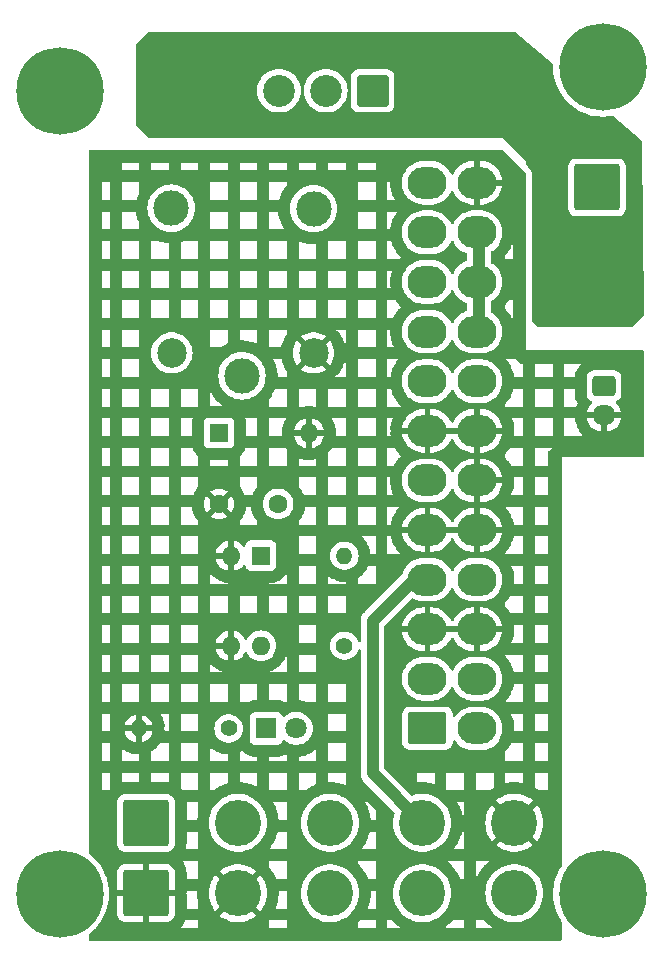
<source format=gbl>
G04 #@! TF.GenerationSoftware,KiCad,Pcbnew,8.0.6*
G04 #@! TF.CreationDate,2024-12-18T16:50:49+00:00*
G04 #@! TF.ProjectId,PSU Adapter 2,50535520-4164-4617-9074-657220322e6b,0.4*
G04 #@! TF.SameCoordinates,Original*
G04 #@! TF.FileFunction,Copper,L2,Bot*
G04 #@! TF.FilePolarity,Positive*
%FSLAX46Y46*%
G04 Gerber Fmt 4.6, Leading zero omitted, Abs format (unit mm)*
G04 Created by KiCad (PCBNEW 8.0.6) date 2024-12-18 16:50:49*
%MOMM*%
%LPD*%
G01*
G04 APERTURE LIST*
G04 Aperture macros list*
%AMRoundRect*
0 Rectangle with rounded corners*
0 $1 Rounding radius*
0 $2 $3 $4 $5 $6 $7 $8 $9 X,Y pos of 4 corners*
0 Add a 4 corners polygon primitive as box body*
4,1,4,$2,$3,$4,$5,$6,$7,$8,$9,$2,$3,0*
0 Add four circle primitives for the rounded corners*
1,1,$1+$1,$2,$3*
1,1,$1+$1,$4,$5*
1,1,$1+$1,$6,$7*
1,1,$1+$1,$8,$9*
0 Add four rect primitives between the rounded corners*
20,1,$1+$1,$2,$3,$4,$5,0*
20,1,$1+$1,$4,$5,$6,$7,0*
20,1,$1+$1,$6,$7,$8,$9,0*
20,1,$1+$1,$8,$9,$2,$3,0*%
G04 Aperture macros list end*
G04 #@! TA.AperFunction,ComponentPad*
%ADD10R,1.800000X1.800000*%
G04 #@! TD*
G04 #@! TA.AperFunction,ComponentPad*
%ADD11C,1.800000*%
G04 #@! TD*
G04 #@! TA.AperFunction,ComponentPad*
%ADD12R,1.600000X1.600000*%
G04 #@! TD*
G04 #@! TA.AperFunction,ComponentPad*
%ADD13O,1.600000X1.600000*%
G04 #@! TD*
G04 #@! TA.AperFunction,ComponentPad*
%ADD14RoundRect,0.250002X-1.699998X-1.699998X1.699998X-1.699998X1.699998X1.699998X-1.699998X1.699998X0*%
G04 #@! TD*
G04 #@! TA.AperFunction,ComponentPad*
%ADD15C,3.900000*%
G04 #@! TD*
G04 #@! TA.AperFunction,ComponentPad*
%ADD16C,1.400000*%
G04 #@! TD*
G04 #@! TA.AperFunction,ComponentPad*
%ADD17O,1.400000X1.400000*%
G04 #@! TD*
G04 #@! TA.AperFunction,ComponentPad*
%ADD18RoundRect,0.250002X-1.699998X1.699998X-1.699998X-1.699998X1.699998X-1.699998X1.699998X1.699998X0*%
G04 #@! TD*
G04 #@! TA.AperFunction,ComponentPad*
%ADD19C,7.400000*%
G04 #@! TD*
G04 #@! TA.AperFunction,ComponentPad*
%ADD20RoundRect,0.250001X1.399999X-1.099999X1.399999X1.099999X-1.399999X1.099999X-1.399999X-1.099999X0*%
G04 #@! TD*
G04 #@! TA.AperFunction,ComponentPad*
%ADD21O,3.300000X2.700000*%
G04 #@! TD*
G04 #@! TA.AperFunction,ComponentPad*
%ADD22C,3.000000*%
G04 #@! TD*
G04 #@! TA.AperFunction,ComponentPad*
%ADD23C,2.500000*%
G04 #@! TD*
G04 #@! TA.AperFunction,ComponentPad*
%ADD24C,1.600000*%
G04 #@! TD*
G04 #@! TA.AperFunction,ComponentPad*
%ADD25RoundRect,0.250001X1.099999X1.099999X-1.099999X1.099999X-1.099999X-1.099999X1.099999X-1.099999X0*%
G04 #@! TD*
G04 #@! TA.AperFunction,ComponentPad*
%ADD26C,2.700000*%
G04 #@! TD*
G04 #@! TA.AperFunction,ComponentPad*
%ADD27RoundRect,0.250000X-0.725000X0.600000X-0.725000X-0.600000X0.725000X-0.600000X0.725000X0.600000X0*%
G04 #@! TD*
G04 #@! TA.AperFunction,ComponentPad*
%ADD28O,1.950000X1.700000*%
G04 #@! TD*
G04 #@! TA.AperFunction,Conductor*
%ADD29C,1.000000*%
G04 #@! TD*
G04 APERTURE END LIST*
D10*
X143975000Y-136975000D03*
D11*
X146515000Y-136975000D03*
D12*
X139975000Y-111975000D03*
D13*
X147595000Y-111975000D03*
D12*
X143515000Y-122355000D03*
D13*
X140975000Y-122355000D03*
X140975000Y-129975000D03*
X143515000Y-129975000D03*
D14*
X133775000Y-150925000D03*
D15*
X141575000Y-150925000D03*
X149375000Y-150925000D03*
X157175000Y-150925000D03*
X164975000Y-150925000D03*
D16*
X140785000Y-136975000D03*
D17*
X133165000Y-136975000D03*
D16*
X150595000Y-129975000D03*
D17*
X150595000Y-122355000D03*
D18*
X171975000Y-91175000D03*
D15*
X171975000Y-98975000D03*
D19*
X126475000Y-150975000D03*
D20*
X157625000Y-136975000D03*
D21*
X157625000Y-132775000D03*
X157625000Y-128575000D03*
X157625000Y-124375000D03*
X157625000Y-120175000D03*
X157625000Y-115975000D03*
X157625000Y-111775000D03*
X157625000Y-107575000D03*
X157625000Y-103375000D03*
X157625000Y-99175000D03*
X157625000Y-94975000D03*
X157625000Y-90775000D03*
X161825000Y-136975000D03*
X161825000Y-132775000D03*
X161825000Y-128575000D03*
X161825000Y-124375000D03*
X161825000Y-120175000D03*
X161825000Y-115975000D03*
X161825000Y-111775000D03*
X161825000Y-107575000D03*
X161825000Y-103375000D03*
X161825000Y-99175000D03*
X161825000Y-94975000D03*
X161825000Y-90775000D03*
D19*
X172475000Y-150975000D03*
X126475000Y-82975000D03*
D22*
X141925000Y-107125000D03*
D23*
X147975000Y-105175000D03*
D22*
X147975000Y-92975000D03*
X135925000Y-92925000D03*
D23*
X135975000Y-105175000D03*
D24*
X144975000Y-117975000D03*
X139975000Y-117975000D03*
D19*
X172475000Y-80975000D03*
D14*
X133775000Y-144975000D03*
D15*
X141575000Y-144975000D03*
X149375000Y-144975000D03*
X157175000Y-144975000D03*
X164975000Y-144975000D03*
D25*
X152975000Y-82975000D03*
D26*
X149015000Y-82975000D03*
X145055000Y-82975000D03*
X141095000Y-82975000D03*
X137135000Y-82975000D03*
D27*
X172575000Y-107975000D03*
D28*
X172575000Y-110475000D03*
D29*
X161975000Y-102875000D02*
X162475000Y-103375000D01*
X156475000Y-124375000D02*
X152975000Y-127875000D01*
X161825000Y-94975000D02*
X161975000Y-95125000D01*
X152975000Y-127875000D02*
X152975000Y-140775000D01*
X152975000Y-140775000D02*
X157175000Y-144975000D01*
X161975000Y-95125000D02*
X161975000Y-102875000D01*
G04 #@! TA.AperFunction,Conductor*
G36*
X164996203Y-77994685D02*
G01*
X165009815Y-78004811D01*
X168231692Y-80763599D01*
X168269811Y-80822155D01*
X168274892Y-80863871D01*
X168269434Y-80974999D01*
X168269434Y-80975000D01*
X168289685Y-81387218D01*
X168289685Y-81387223D01*
X168289686Y-81387227D01*
X168350244Y-81795471D01*
X168450527Y-82195821D01*
X168589555Y-82584379D01*
X168589562Y-82584395D01*
X168589564Y-82584400D01*
X168766022Y-82957490D01*
X168766024Y-82957493D01*
X168978198Y-83311484D01*
X169224058Y-83642988D01*
X169501215Y-83948784D01*
X169807011Y-84225941D01*
X169807017Y-84225946D01*
X170138513Y-84471800D01*
X170492510Y-84683978D01*
X170865600Y-84860436D01*
X170865609Y-84860439D01*
X170865620Y-84860444D01*
X171226738Y-84989654D01*
X171254189Y-84999476D01*
X171654535Y-85099757D01*
X172062782Y-85160315D01*
X172475000Y-85180566D01*
X172887218Y-85160315D01*
X173239766Y-85108019D01*
X173308968Y-85117654D01*
X173338612Y-85136488D01*
X175706829Y-87164315D01*
X175744948Y-87222871D01*
X175750164Y-87256610D01*
X175974198Y-101922531D01*
X175955539Y-101989863D01*
X175937893Y-102012106D01*
X175011319Y-102938681D01*
X174949996Y-102972166D01*
X174923638Y-102975000D01*
X167026362Y-102975000D01*
X166959323Y-102955315D01*
X166938681Y-102938681D01*
X166516819Y-102516819D01*
X166483334Y-102455496D01*
X166480500Y-102429138D01*
X166480500Y-90026359D01*
X166477602Y-89972311D01*
X166477602Y-89972310D01*
X166474770Y-89945977D01*
X166474767Y-89945950D01*
X166466114Y-89892554D01*
X166466114Y-89892552D01*
X166415833Y-89757747D01*
X166415832Y-89757743D01*
X166382347Y-89696420D01*
X166296123Y-89581239D01*
X166296118Y-89581234D01*
X166296113Y-89581228D01*
X166139870Y-89424985D01*
X169524500Y-89424985D01*
X169524500Y-92924999D01*
X169524501Y-92925016D01*
X169535000Y-93027795D01*
X169535001Y-93027798D01*
X169590185Y-93194330D01*
X169590186Y-93194333D01*
X169682289Y-93343655D01*
X169806345Y-93467711D01*
X169955667Y-93559814D01*
X170122204Y-93614999D01*
X170224993Y-93625500D01*
X173725006Y-93625499D01*
X173827796Y-93614999D01*
X173994333Y-93559814D01*
X174143655Y-93467711D01*
X174267711Y-93343655D01*
X174359814Y-93194333D01*
X174414999Y-93027796D01*
X174425500Y-92925007D01*
X174425499Y-89424994D01*
X174414999Y-89322204D01*
X174359814Y-89155667D01*
X174267711Y-89006345D01*
X174143655Y-88882289D01*
X173994333Y-88790186D01*
X173827796Y-88735001D01*
X173827794Y-88735000D01*
X173725008Y-88724500D01*
X170225000Y-88724500D01*
X170224983Y-88724501D01*
X170122204Y-88735000D01*
X170122201Y-88735001D01*
X169955669Y-88790185D01*
X169955664Y-88790187D01*
X169806343Y-88882290D01*
X169682290Y-89006343D01*
X169590187Y-89155664D01*
X169590186Y-89155667D01*
X169535001Y-89322204D01*
X169535001Y-89322205D01*
X169535000Y-89322205D01*
X169524500Y-89424985D01*
X166139870Y-89424985D01*
X166011319Y-89296434D01*
X165977834Y-89235111D01*
X165975000Y-89208753D01*
X165975000Y-88975000D01*
X163975000Y-86975000D01*
X134026362Y-86975000D01*
X133959323Y-86955315D01*
X133938681Y-86938681D01*
X133011319Y-86011319D01*
X132977834Y-85949996D01*
X132975000Y-85923638D01*
X132975000Y-82974998D01*
X143199773Y-82974998D01*
X143199773Y-82975001D01*
X143218657Y-83239027D01*
X143218658Y-83239034D01*
X143274921Y-83497673D01*
X143367426Y-83745690D01*
X143367428Y-83745694D01*
X143494280Y-83978005D01*
X143494285Y-83978013D01*
X143652906Y-84189907D01*
X143652922Y-84189925D01*
X143840074Y-84377077D01*
X143840092Y-84377093D01*
X144051986Y-84535714D01*
X144051994Y-84535719D01*
X144284305Y-84662571D01*
X144284309Y-84662573D01*
X144284311Y-84662574D01*
X144532322Y-84755077D01*
X144532325Y-84755077D01*
X144532326Y-84755078D01*
X144727552Y-84797546D01*
X144790974Y-84811343D01*
X145034660Y-84828772D01*
X145054999Y-84830227D01*
X145055000Y-84830227D01*
X145055001Y-84830227D01*
X145073885Y-84828876D01*
X145319026Y-84811343D01*
X145577678Y-84755077D01*
X145825689Y-84662574D01*
X146058011Y-84535716D01*
X146269915Y-84377087D01*
X146457087Y-84189915D01*
X146615716Y-83978011D01*
X146742574Y-83745689D01*
X146835077Y-83497678D01*
X146891343Y-83239026D01*
X146910227Y-82975000D01*
X146910227Y-82974998D01*
X147159773Y-82974998D01*
X147159773Y-82975001D01*
X147178657Y-83239027D01*
X147178658Y-83239034D01*
X147234921Y-83497673D01*
X147327426Y-83745690D01*
X147327428Y-83745694D01*
X147454280Y-83978005D01*
X147454285Y-83978013D01*
X147612906Y-84189907D01*
X147612922Y-84189925D01*
X147800074Y-84377077D01*
X147800092Y-84377093D01*
X148011986Y-84535714D01*
X148011994Y-84535719D01*
X148244305Y-84662571D01*
X148244309Y-84662573D01*
X148244311Y-84662574D01*
X148492322Y-84755077D01*
X148492325Y-84755077D01*
X148492326Y-84755078D01*
X148687552Y-84797546D01*
X148750974Y-84811343D01*
X148994660Y-84828772D01*
X149014999Y-84830227D01*
X149015000Y-84830227D01*
X149015001Y-84830227D01*
X149033885Y-84828876D01*
X149279026Y-84811343D01*
X149537678Y-84755077D01*
X149785689Y-84662574D01*
X150018011Y-84535716D01*
X150229915Y-84377087D01*
X150417087Y-84189915D01*
X150575716Y-83978011D01*
X150702574Y-83745689D01*
X150795077Y-83497678D01*
X150851343Y-83239026D01*
X150870227Y-82975000D01*
X150851343Y-82710974D01*
X150795077Y-82452322D01*
X150702574Y-82204311D01*
X150575716Y-81971989D01*
X150575714Y-81971986D01*
X150465670Y-81824984D01*
X151124500Y-81824984D01*
X151124500Y-84125015D01*
X151135000Y-84227795D01*
X151135001Y-84227796D01*
X151190186Y-84394335D01*
X151190187Y-84394337D01*
X151282286Y-84543651D01*
X151282289Y-84543655D01*
X151406344Y-84667710D01*
X151406348Y-84667713D01*
X151555662Y-84759812D01*
X151555664Y-84759813D01*
X151555666Y-84759814D01*
X151722203Y-84814999D01*
X151824992Y-84825500D01*
X151824997Y-84825500D01*
X154125003Y-84825500D01*
X154125008Y-84825500D01*
X154227797Y-84814999D01*
X154394334Y-84759814D01*
X154543655Y-84667711D01*
X154667711Y-84543655D01*
X154759814Y-84394334D01*
X154814999Y-84227797D01*
X154825500Y-84125008D01*
X154825500Y-81824992D01*
X154814999Y-81722203D01*
X154759814Y-81555666D01*
X154672608Y-81414285D01*
X154667713Y-81406348D01*
X154667710Y-81406344D01*
X154543655Y-81282289D01*
X154543651Y-81282286D01*
X154394337Y-81190187D01*
X154394335Y-81190186D01*
X154311065Y-81162593D01*
X154227797Y-81135001D01*
X154227795Y-81135000D01*
X154125015Y-81124500D01*
X154125008Y-81124500D01*
X151824992Y-81124500D01*
X151824984Y-81124500D01*
X151722204Y-81135000D01*
X151722203Y-81135001D01*
X151555664Y-81190186D01*
X151555662Y-81190187D01*
X151406348Y-81282286D01*
X151406344Y-81282289D01*
X151282289Y-81406344D01*
X151282286Y-81406348D01*
X151190187Y-81555662D01*
X151190186Y-81555664D01*
X151135001Y-81722203D01*
X151135000Y-81722204D01*
X151124500Y-81824984D01*
X150465670Y-81824984D01*
X150417093Y-81760092D01*
X150417077Y-81760074D01*
X150229925Y-81572922D01*
X150229907Y-81572906D01*
X150018013Y-81414285D01*
X150018005Y-81414280D01*
X149785694Y-81287428D01*
X149785690Y-81287426D01*
X149537673Y-81194921D01*
X149279034Y-81138658D01*
X149279027Y-81138657D01*
X149015001Y-81119773D01*
X149014999Y-81119773D01*
X148750972Y-81138657D01*
X148750965Y-81138658D01*
X148492326Y-81194921D01*
X148244309Y-81287426D01*
X148244305Y-81287428D01*
X148011994Y-81414280D01*
X148011986Y-81414285D01*
X147800092Y-81572906D01*
X147800074Y-81572922D01*
X147612922Y-81760074D01*
X147612906Y-81760092D01*
X147454285Y-81971986D01*
X147454280Y-81971994D01*
X147327428Y-82204305D01*
X147327426Y-82204309D01*
X147234921Y-82452326D01*
X147178658Y-82710965D01*
X147178657Y-82710972D01*
X147159773Y-82974998D01*
X146910227Y-82974998D01*
X146891343Y-82710974D01*
X146835077Y-82452322D01*
X146742574Y-82204311D01*
X146615716Y-81971989D01*
X146615714Y-81971986D01*
X146457093Y-81760092D01*
X146457077Y-81760074D01*
X146269925Y-81572922D01*
X146269907Y-81572906D01*
X146058013Y-81414285D01*
X146058005Y-81414280D01*
X145825694Y-81287428D01*
X145825690Y-81287426D01*
X145577673Y-81194921D01*
X145319034Y-81138658D01*
X145319027Y-81138657D01*
X145055001Y-81119773D01*
X145054999Y-81119773D01*
X144790972Y-81138657D01*
X144790965Y-81138658D01*
X144532326Y-81194921D01*
X144284309Y-81287426D01*
X144284305Y-81287428D01*
X144051994Y-81414280D01*
X144051986Y-81414285D01*
X143840092Y-81572906D01*
X143840074Y-81572922D01*
X143652922Y-81760074D01*
X143652906Y-81760092D01*
X143494285Y-81971986D01*
X143494280Y-81971994D01*
X143367428Y-82204305D01*
X143367426Y-82204309D01*
X143274921Y-82452326D01*
X143218658Y-82710965D01*
X143218657Y-82710972D01*
X143199773Y-82974998D01*
X132975000Y-82974998D01*
X132975000Y-79026362D01*
X132994685Y-78959323D01*
X133011319Y-78938681D01*
X133938681Y-78011319D01*
X134000004Y-77977834D01*
X134026362Y-77975000D01*
X164929164Y-77975000D01*
X164996203Y-77994685D01*
G37*
G04 #@! TD.AperFunction*
G04 #@! TA.AperFunction,Conductor*
G36*
X161055743Y-128341649D02*
G01*
X161025000Y-128496207D01*
X161025000Y-128653793D01*
X161055743Y-128808351D01*
X161062639Y-128825000D01*
X158387361Y-128825000D01*
X158394257Y-128808351D01*
X158425000Y-128653793D01*
X158425000Y-128496207D01*
X158394257Y-128341649D01*
X158387361Y-128325000D01*
X161062639Y-128325000D01*
X161055743Y-128341649D01*
G37*
G04 #@! TD.AperFunction*
G04 #@! TA.AperFunction,Conductor*
G36*
X161055743Y-119941649D02*
G01*
X161025000Y-120096207D01*
X161025000Y-120253793D01*
X161055743Y-120408351D01*
X161062639Y-120425000D01*
X158387361Y-120425000D01*
X158394257Y-120408351D01*
X158425000Y-120253793D01*
X158425000Y-120096207D01*
X158394257Y-119941649D01*
X158387361Y-119925000D01*
X161062639Y-119925000D01*
X161055743Y-119941649D01*
G37*
G04 #@! TD.AperFunction*
G04 #@! TA.AperFunction,Conductor*
G36*
X161055743Y-111541649D02*
G01*
X161025000Y-111696207D01*
X161025000Y-111853793D01*
X161055743Y-112008351D01*
X161062639Y-112025000D01*
X158387361Y-112025000D01*
X158394257Y-112008351D01*
X158425000Y-111853793D01*
X158425000Y-111696207D01*
X158394257Y-111541649D01*
X158387361Y-111525000D01*
X161062639Y-111525000D01*
X161055743Y-111541649D01*
G37*
G04 #@! TD.AperFunction*
G04 #@! TA.AperFunction,Conductor*
G36*
X163990677Y-87994685D02*
G01*
X164011319Y-88011319D01*
X165938681Y-89938681D01*
X165972166Y-90000004D01*
X165975000Y-90026362D01*
X165975000Y-104975000D01*
X175851000Y-104975000D01*
X175918039Y-104994685D01*
X175963794Y-105047489D01*
X175975000Y-105099000D01*
X175975000Y-113851000D01*
X175955315Y-113918039D01*
X175902511Y-113963794D01*
X175851000Y-113975000D01*
X168975000Y-113975000D01*
X168975000Y-148609535D01*
X168957358Y-148673284D01*
X168766024Y-148992506D01*
X168589562Y-149365604D01*
X168589555Y-149365620D01*
X168450527Y-149754178D01*
X168350244Y-150154528D01*
X168307132Y-150445167D01*
X168289685Y-150562782D01*
X168269434Y-150975000D01*
X168289685Y-151387218D01*
X168289685Y-151387223D01*
X168289686Y-151387227D01*
X168350244Y-151795471D01*
X168399997Y-151994096D01*
X168446979Y-152181659D01*
X168450527Y-152195821D01*
X168589555Y-152584379D01*
X168589562Y-152584395D01*
X168589564Y-152584400D01*
X168766022Y-152957490D01*
X168925163Y-153223000D01*
X168957358Y-153276714D01*
X168975000Y-153340463D01*
X168975000Y-154851000D01*
X168955315Y-154918039D01*
X168902511Y-154963794D01*
X168851000Y-154975000D01*
X129099000Y-154975000D01*
X129031961Y-154955315D01*
X128986206Y-154902511D01*
X128975000Y-154851000D01*
X128975000Y-154412946D01*
X128994685Y-154345907D01*
X129025131Y-154313350D01*
X129142983Y-154225946D01*
X129448784Y-153948784D01*
X129539183Y-153849044D01*
X136723000Y-153849044D01*
X136723000Y-153851000D01*
X138225000Y-153851000D01*
X144223000Y-153851000D01*
X145725000Y-153851000D01*
X145725000Y-153450737D01*
X151723000Y-153450737D01*
X151723000Y-153851000D01*
X153225000Y-153851000D01*
X154223000Y-153851000D01*
X155340851Y-153851000D01*
X155337868Y-153849172D01*
X155311391Y-153832370D01*
X155308136Y-153830232D01*
X155288632Y-153816978D01*
X155285442Y-153814736D01*
X155126998Y-153699620D01*
X159223000Y-153699620D01*
X159223000Y-153851000D01*
X160725000Y-153851000D01*
X161723000Y-153851000D01*
X163140851Y-153851000D01*
X163137868Y-153849172D01*
X163111391Y-153832370D01*
X163108136Y-153830232D01*
X163088632Y-153816978D01*
X163085442Y-153814736D01*
X162810607Y-153615057D01*
X162807491Y-153612718D01*
X162788865Y-153598270D01*
X162785822Y-153595832D01*
X162761661Y-153575843D01*
X162758703Y-153573316D01*
X162741033Y-153557738D01*
X162738151Y-153555116D01*
X162490524Y-153322577D01*
X162487729Y-153319869D01*
X162471072Y-153303213D01*
X162468359Y-153300413D01*
X162446894Y-153277555D01*
X162444272Y-153274674D01*
X162428685Y-153256994D01*
X162426155Y-153254031D01*
X162400484Y-153223000D01*
X161723000Y-153223000D01*
X161723000Y-153851000D01*
X160725000Y-153851000D01*
X160725000Y-153223000D01*
X159749516Y-153223000D01*
X159723845Y-153254031D01*
X159721315Y-153256994D01*
X159705728Y-153274674D01*
X159703106Y-153277555D01*
X159681641Y-153300413D01*
X159678928Y-153303213D01*
X159662271Y-153319869D01*
X159659476Y-153322577D01*
X159411849Y-153555116D01*
X159408967Y-153557738D01*
X159391297Y-153573316D01*
X159388339Y-153575843D01*
X159364178Y-153595832D01*
X159361135Y-153598270D01*
X159342509Y-153612718D01*
X159339393Y-153615057D01*
X159223000Y-153699620D01*
X155126998Y-153699620D01*
X155010607Y-153615057D01*
X155007491Y-153612718D01*
X154988865Y-153598270D01*
X154985822Y-153595832D01*
X154961661Y-153575843D01*
X154958703Y-153573316D01*
X154941033Y-153557738D01*
X154938151Y-153555116D01*
X154690524Y-153322577D01*
X154687729Y-153319869D01*
X154671072Y-153303213D01*
X154668359Y-153300413D01*
X154646894Y-153277555D01*
X154644272Y-153274674D01*
X154628685Y-153256994D01*
X154626155Y-153254031D01*
X154600484Y-153223000D01*
X154223000Y-153223000D01*
X154223000Y-153851000D01*
X153225000Y-153851000D01*
X153225000Y-153223000D01*
X151949516Y-153223000D01*
X151923845Y-153254031D01*
X151921315Y-153256994D01*
X151905728Y-153274674D01*
X151903106Y-153277555D01*
X151881641Y-153300413D01*
X151878928Y-153303213D01*
X151862271Y-153319869D01*
X151859476Y-153322577D01*
X151723000Y-153450737D01*
X145725000Y-153450737D01*
X145725000Y-153223000D01*
X144223000Y-153223000D01*
X144223000Y-153851000D01*
X138225000Y-153851000D01*
X138225000Y-153223000D01*
X137118311Y-153223000D01*
X137097567Y-153285603D01*
X137095100Y-153292380D01*
X137078990Y-153332932D01*
X137076135Y-153339552D01*
X137051588Y-153392198D01*
X137048350Y-153398646D01*
X137027632Y-153437071D01*
X137024025Y-153443318D01*
X136901484Y-153641990D01*
X136897519Y-153648019D01*
X136872478Y-153683780D01*
X136868170Y-153689566D01*
X136832140Y-153735132D01*
X136827503Y-153740658D01*
X136798492Y-153773256D01*
X136793544Y-153778500D01*
X136723000Y-153849044D01*
X129539183Y-153849044D01*
X129725946Y-153642983D01*
X129971800Y-153311487D01*
X130183978Y-152957490D01*
X130360436Y-152584400D01*
X130499476Y-152195811D01*
X130599757Y-151795465D01*
X130660315Y-151387218D01*
X130680566Y-150975000D01*
X130660315Y-150562782D01*
X130599757Y-150154535D01*
X130499476Y-149754189D01*
X130457038Y-149635583D01*
X130360444Y-149365620D01*
X130360437Y-149365604D01*
X130360436Y-149365600D01*
X130270296Y-149175015D01*
X131325000Y-149175015D01*
X131325000Y-150675000D01*
X132549015Y-150675000D01*
X132525000Y-150826623D01*
X132525000Y-151023377D01*
X132549015Y-151175000D01*
X131325001Y-151175000D01*
X131325001Y-152674984D01*
X131335494Y-152777695D01*
X131390641Y-152944117D01*
X131390643Y-152944122D01*
X131482684Y-153093344D01*
X131606655Y-153217315D01*
X131755877Y-153309356D01*
X131755882Y-153309358D01*
X131922304Y-153364505D01*
X131922311Y-153364506D01*
X132025021Y-153374999D01*
X133524999Y-153374999D01*
X133525000Y-153374998D01*
X133525000Y-152150985D01*
X133676623Y-152175000D01*
X133873377Y-152175000D01*
X134025000Y-152150985D01*
X134025000Y-153374999D01*
X135524970Y-153374999D01*
X135524984Y-153374998D01*
X135627695Y-153364505D01*
X135794117Y-153309358D01*
X135794122Y-153309356D01*
X135943344Y-153217315D01*
X136067315Y-153093344D01*
X136159356Y-152944122D01*
X136159358Y-152944117D01*
X136214505Y-152777695D01*
X136214506Y-152777688D01*
X136224999Y-152674984D01*
X136225000Y-152674971D01*
X136225000Y-151175000D01*
X135000985Y-151175000D01*
X135025000Y-151023377D01*
X135025000Y-150924998D01*
X137212731Y-150924998D01*
X137213561Y-150927000D01*
X137223000Y-150974454D01*
X137223000Y-152225000D01*
X138225000Y-152225000D01*
X138225000Y-151761020D01*
X138220684Y-151741713D01*
X138219893Y-151737897D01*
X138156253Y-151404285D01*
X138155584Y-151400450D01*
X138151899Y-151377186D01*
X138151350Y-151373330D01*
X138147419Y-151342219D01*
X138146992Y-151338347D01*
X138144773Y-151314877D01*
X138144467Y-151310991D01*
X138123141Y-150972016D01*
X138122957Y-150968124D01*
X138122217Y-150944573D01*
X138122156Y-150940679D01*
X138122156Y-150924994D01*
X139120156Y-150924994D01*
X139120156Y-150924998D01*
X139139511Y-151232663D01*
X139139512Y-151232670D01*
X139197280Y-151535499D01*
X139292544Y-151828689D01*
X139292546Y-151828694D01*
X139423802Y-152107626D01*
X139423805Y-152107632D01*
X139588987Y-152367919D01*
X139588990Y-152367923D01*
X139674799Y-152471647D01*
X140531320Y-151615125D01*
X140621554Y-151739320D01*
X140760680Y-151878446D01*
X140884873Y-151968678D01*
X140025767Y-152827783D01*
X140025768Y-152827785D01*
X140259617Y-152997685D01*
X140259635Y-152997697D01*
X140529778Y-153146209D01*
X140529786Y-153146213D01*
X140816406Y-153259693D01*
X141115008Y-153336361D01*
X141115017Y-153336363D01*
X141420847Y-153374999D01*
X141420861Y-153375000D01*
X141729139Y-153375000D01*
X141729152Y-153374999D01*
X142034982Y-153336363D01*
X142034991Y-153336361D01*
X142333593Y-153259693D01*
X142620213Y-153146213D01*
X142620221Y-153146209D01*
X142890364Y-152997697D01*
X142890382Y-152997685D01*
X143124230Y-152827785D01*
X143124231Y-152827783D01*
X142265126Y-151968678D01*
X142389320Y-151878446D01*
X142528446Y-151739320D01*
X142618678Y-151615126D01*
X143475199Y-152471647D01*
X143561014Y-152367916D01*
X143651711Y-152225000D01*
X144773461Y-152225000D01*
X145725000Y-152225000D01*
X145725000Y-150924994D01*
X146919655Y-150924994D01*
X146919655Y-150924998D01*
X146939014Y-151232725D01*
X146939015Y-151232732D01*
X146996795Y-151535623D01*
X147092078Y-151828874D01*
X147092080Y-151828879D01*
X147223362Y-152107867D01*
X147223366Y-152107873D01*
X147388577Y-152368206D01*
X147388579Y-152368209D01*
X147388584Y-152368216D01*
X147567411Y-152584379D01*
X147585132Y-152605800D01*
X147809902Y-152816874D01*
X147809912Y-152816882D01*
X148059348Y-152998108D01*
X148059353Y-152998110D01*
X148059360Y-152998116D01*
X148329565Y-153146663D01*
X148329570Y-153146665D01*
X148329572Y-153146666D01*
X148329573Y-153146667D01*
X148616253Y-153260171D01*
X148616256Y-153260172D01*
X148899639Y-153332932D01*
X148914914Y-153336854D01*
X148979091Y-153344961D01*
X149220816Y-153375499D01*
X149220825Y-153375499D01*
X149220828Y-153375500D01*
X149220830Y-153375500D01*
X149529170Y-153375500D01*
X149529172Y-153375500D01*
X149529175Y-153375499D01*
X149529183Y-153375499D01*
X149711722Y-153352438D01*
X149835086Y-153336854D01*
X150133743Y-153260172D01*
X150141770Y-153256994D01*
X150420426Y-153146667D01*
X150420427Y-153146666D01*
X150420425Y-153146666D01*
X150420435Y-153146663D01*
X150690640Y-152998116D01*
X150940096Y-152816876D01*
X151164869Y-152605799D01*
X151361416Y-152368216D01*
X151452303Y-152225000D01*
X152574007Y-152225000D01*
X153225000Y-152225000D01*
X153225000Y-150924994D01*
X154719655Y-150924994D01*
X154719655Y-150924998D01*
X154739014Y-151232725D01*
X154739015Y-151232732D01*
X154796795Y-151535623D01*
X154892078Y-151828874D01*
X154892080Y-151828879D01*
X155023362Y-152107867D01*
X155023366Y-152107873D01*
X155188577Y-152368206D01*
X155188579Y-152368209D01*
X155188584Y-152368216D01*
X155367411Y-152584379D01*
X155385132Y-152605800D01*
X155609902Y-152816874D01*
X155609912Y-152816882D01*
X155859348Y-152998108D01*
X155859353Y-152998110D01*
X155859360Y-152998116D01*
X156129565Y-153146663D01*
X156129570Y-153146665D01*
X156129572Y-153146666D01*
X156129573Y-153146667D01*
X156416253Y-153260171D01*
X156416256Y-153260172D01*
X156699639Y-153332932D01*
X156714914Y-153336854D01*
X156779091Y-153344961D01*
X157020816Y-153375499D01*
X157020825Y-153375499D01*
X157020828Y-153375500D01*
X157020830Y-153375500D01*
X157329170Y-153375500D01*
X157329172Y-153375500D01*
X157329175Y-153375499D01*
X157329183Y-153375499D01*
X157511722Y-153352438D01*
X157635086Y-153336854D01*
X157933743Y-153260172D01*
X157941770Y-153256994D01*
X158220426Y-153146667D01*
X158220427Y-153146666D01*
X158220425Y-153146666D01*
X158220435Y-153146663D01*
X158490640Y-152998116D01*
X158740096Y-152816876D01*
X158964869Y-152605799D01*
X159161416Y-152368216D01*
X159326635Y-152107871D01*
X159326748Y-152107632D01*
X159457815Y-151829100D01*
X159457922Y-151828873D01*
X159553206Y-151535619D01*
X159610984Y-151232736D01*
X159611930Y-151217709D01*
X159627632Y-150968124D01*
X159630345Y-150925000D01*
X159630345Y-150924994D01*
X162519655Y-150924994D01*
X162519655Y-150924998D01*
X162539014Y-151232725D01*
X162539015Y-151232732D01*
X162596795Y-151535623D01*
X162692078Y-151828874D01*
X162692080Y-151828879D01*
X162823362Y-152107867D01*
X162823366Y-152107873D01*
X162988577Y-152368206D01*
X162988579Y-152368209D01*
X162988584Y-152368216D01*
X163167411Y-152584379D01*
X163185132Y-152605800D01*
X163409902Y-152816874D01*
X163409912Y-152816882D01*
X163659348Y-152998108D01*
X163659353Y-152998110D01*
X163659360Y-152998116D01*
X163929565Y-153146663D01*
X163929570Y-153146665D01*
X163929572Y-153146666D01*
X163929573Y-153146667D01*
X164216253Y-153260171D01*
X164216256Y-153260172D01*
X164499639Y-153332932D01*
X164514914Y-153336854D01*
X164579091Y-153344961D01*
X164820816Y-153375499D01*
X164820825Y-153375499D01*
X164820828Y-153375500D01*
X164820830Y-153375500D01*
X165129170Y-153375500D01*
X165129172Y-153375500D01*
X165129175Y-153375499D01*
X165129183Y-153375499D01*
X165311722Y-153352438D01*
X165435086Y-153336854D01*
X165733743Y-153260172D01*
X165741770Y-153256994D01*
X166020426Y-153146667D01*
X166020427Y-153146666D01*
X166020425Y-153146666D01*
X166020435Y-153146663D01*
X166290640Y-152998116D01*
X166540096Y-152816876D01*
X166764869Y-152605799D01*
X166961416Y-152368216D01*
X167126635Y-152107871D01*
X167126748Y-152107632D01*
X167257815Y-151829100D01*
X167257922Y-151828873D01*
X167353206Y-151535619D01*
X167410984Y-151232736D01*
X167411930Y-151217709D01*
X167427632Y-150968124D01*
X167430345Y-150925000D01*
X167430219Y-150923001D01*
X167410985Y-150617274D01*
X167410984Y-150617267D01*
X167410984Y-150617264D01*
X167353206Y-150314381D01*
X167257922Y-150021127D01*
X167138141Y-149766580D01*
X167126637Y-149742132D01*
X167126633Y-149742126D01*
X166961422Y-149481793D01*
X166961420Y-149481791D01*
X166961416Y-149481784D01*
X166764869Y-149244201D01*
X166743295Y-149223942D01*
X166540097Y-149033125D01*
X166540087Y-149033117D01*
X166290651Y-148851891D01*
X166290644Y-148851886D01*
X166290640Y-148851884D01*
X166020435Y-148703337D01*
X166020432Y-148703335D01*
X166020427Y-148703333D01*
X166020426Y-148703332D01*
X165733746Y-148589828D01*
X165733743Y-148589827D01*
X165435089Y-148513146D01*
X165435076Y-148513144D01*
X165129183Y-148474500D01*
X165129172Y-148474500D01*
X164820828Y-148474500D01*
X164820816Y-148474500D01*
X164514923Y-148513144D01*
X164514910Y-148513146D01*
X164216256Y-148589827D01*
X164216253Y-148589828D01*
X163929573Y-148703332D01*
X163929572Y-148703333D01*
X163659360Y-148851884D01*
X163659348Y-148851891D01*
X163409912Y-149033117D01*
X163409902Y-149033125D01*
X163185132Y-149244199D01*
X162988577Y-149481793D01*
X162823366Y-149742126D01*
X162823362Y-149742132D01*
X162692080Y-150021120D01*
X162692078Y-150021125D01*
X162596795Y-150314376D01*
X162539015Y-150617267D01*
X162539014Y-150617274D01*
X162519655Y-150924994D01*
X159630345Y-150924994D01*
X159630219Y-150923001D01*
X159610985Y-150617274D01*
X159610984Y-150617267D01*
X159610984Y-150617264D01*
X159553206Y-150314381D01*
X159457922Y-150021127D01*
X159338141Y-149766580D01*
X159326637Y-149742132D01*
X159326633Y-149742126D01*
X159161422Y-149481793D01*
X159161420Y-149481791D01*
X159161416Y-149481784D01*
X158964869Y-149244201D01*
X158943295Y-149223942D01*
X158740097Y-149033125D01*
X158740087Y-149033117D01*
X158490651Y-148851891D01*
X158490644Y-148851886D01*
X158490640Y-148851884D01*
X158220435Y-148703337D01*
X158220432Y-148703335D01*
X158220427Y-148703333D01*
X158220426Y-148703332D01*
X157933746Y-148589828D01*
X157933743Y-148589827D01*
X157635089Y-148513146D01*
X157635076Y-148513144D01*
X157329183Y-148474500D01*
X157329172Y-148474500D01*
X157020828Y-148474500D01*
X157020816Y-148474500D01*
X156714923Y-148513144D01*
X156714910Y-148513146D01*
X156416256Y-148589827D01*
X156416253Y-148589828D01*
X156129573Y-148703332D01*
X156129572Y-148703333D01*
X155859360Y-148851884D01*
X155859348Y-148851891D01*
X155609912Y-149033117D01*
X155609902Y-149033125D01*
X155385132Y-149244199D01*
X155188577Y-149481793D01*
X155023366Y-149742126D01*
X155023362Y-149742132D01*
X154892080Y-150021120D01*
X154892078Y-150021125D01*
X154796795Y-150314376D01*
X154739015Y-150617267D01*
X154739014Y-150617274D01*
X154719655Y-150924994D01*
X153225000Y-150924994D01*
X153225000Y-150723000D01*
X152817609Y-150723000D01*
X152827360Y-150877984D01*
X152827544Y-150881876D01*
X152828284Y-150905427D01*
X152828345Y-150909321D01*
X152828345Y-150940679D01*
X152828284Y-150944573D01*
X152827544Y-150968124D01*
X152827360Y-150972016D01*
X152806030Y-151311053D01*
X152805724Y-151314939D01*
X152803505Y-151338409D01*
X152803078Y-151342281D01*
X152799147Y-151373392D01*
X152798598Y-151377248D01*
X152794913Y-151400512D01*
X152794244Y-151404347D01*
X152730592Y-151738021D01*
X152729801Y-151741837D01*
X152724663Y-151764822D01*
X152723755Y-151768604D01*
X152715958Y-151798976D01*
X152714930Y-151802737D01*
X152708353Y-151825376D01*
X152707207Y-151829100D01*
X152602234Y-152152176D01*
X152600972Y-152155863D01*
X152592994Y-152178022D01*
X152591619Y-152181659D01*
X152580076Y-152210817D01*
X152578586Y-152214417D01*
X152574007Y-152225000D01*
X151452303Y-152225000D01*
X151526635Y-152107871D01*
X151526748Y-152107632D01*
X151657815Y-151829100D01*
X151657922Y-151828873D01*
X151753206Y-151535619D01*
X151810984Y-151232736D01*
X151811930Y-151217709D01*
X151827632Y-150968124D01*
X151830345Y-150925000D01*
X151830219Y-150923001D01*
X151810985Y-150617274D01*
X151810984Y-150617267D01*
X151810984Y-150617264D01*
X151753206Y-150314381D01*
X151657922Y-150021127D01*
X151538141Y-149766580D01*
X151526637Y-149742132D01*
X151526633Y-149742126D01*
X151361422Y-149481793D01*
X151361420Y-149481791D01*
X151361416Y-149481784D01*
X151164869Y-149244201D01*
X151143295Y-149223942D01*
X150940097Y-149033125D01*
X150940087Y-149033117D01*
X150690651Y-148851891D01*
X150690644Y-148851886D01*
X150690640Y-148851884D01*
X150420435Y-148703337D01*
X150420432Y-148703335D01*
X150420427Y-148703333D01*
X150420426Y-148703332D01*
X150133746Y-148589828D01*
X150133743Y-148589827D01*
X149835089Y-148513146D01*
X149835076Y-148513144D01*
X149529183Y-148474500D01*
X149529172Y-148474500D01*
X149220828Y-148474500D01*
X149220816Y-148474500D01*
X148914923Y-148513144D01*
X148914910Y-148513146D01*
X148616256Y-148589827D01*
X148616253Y-148589828D01*
X148329573Y-148703332D01*
X148329572Y-148703333D01*
X148059360Y-148851884D01*
X148059348Y-148851891D01*
X147809912Y-149033117D01*
X147809902Y-149033125D01*
X147585132Y-149244199D01*
X147388577Y-149481793D01*
X147223366Y-149742126D01*
X147223362Y-149742132D01*
X147092080Y-150021120D01*
X147092078Y-150021125D01*
X146996795Y-150314376D01*
X146939015Y-150617267D01*
X146939014Y-150617274D01*
X146919655Y-150924994D01*
X145725000Y-150924994D01*
X145725000Y-150723000D01*
X145017108Y-150723000D01*
X145026859Y-150877984D01*
X145027043Y-150881876D01*
X145027783Y-150905427D01*
X145027844Y-150909321D01*
X145027844Y-150940679D01*
X145027783Y-150944573D01*
X145027043Y-150968124D01*
X145026859Y-150972016D01*
X145005533Y-151310991D01*
X145005227Y-151314877D01*
X145003008Y-151338347D01*
X145002581Y-151342219D01*
X144998650Y-151373330D01*
X144998101Y-151377186D01*
X144994416Y-151400450D01*
X144993747Y-151404285D01*
X144930107Y-151737897D01*
X144929316Y-151741713D01*
X144924178Y-151764698D01*
X144923270Y-151768480D01*
X144915473Y-151798852D01*
X144914446Y-151802610D01*
X144907869Y-151825251D01*
X144906722Y-151828978D01*
X144801767Y-152151993D01*
X144800506Y-152155677D01*
X144792529Y-152177835D01*
X144791154Y-152181475D01*
X144779612Y-152210631D01*
X144778119Y-152214235D01*
X144773461Y-152225000D01*
X143651711Y-152225000D01*
X143726194Y-152107632D01*
X143726197Y-152107626D01*
X143857453Y-151828694D01*
X143857455Y-151828689D01*
X143952719Y-151535499D01*
X144010487Y-151232670D01*
X144010488Y-151232663D01*
X144029844Y-150924998D01*
X144029844Y-150924994D01*
X144010488Y-150617336D01*
X144010487Y-150617329D01*
X143952719Y-150314500D01*
X143857455Y-150021310D01*
X143857453Y-150021305D01*
X143726197Y-149742373D01*
X143726194Y-149742367D01*
X143561017Y-149482088D01*
X143475198Y-149378351D01*
X142618678Y-150234872D01*
X142528446Y-150110680D01*
X142389320Y-149971554D01*
X142265126Y-149881320D01*
X143124231Y-149022215D01*
X143124230Y-149022214D01*
X142890382Y-148852314D01*
X142890364Y-148852302D01*
X142643539Y-148716609D01*
X144223000Y-148716609D01*
X144339963Y-148857994D01*
X144342394Y-148861028D01*
X144356810Y-148879611D01*
X144359144Y-148882719D01*
X144377579Y-148908086D01*
X144379824Y-148911280D01*
X144393096Y-148930807D01*
X144395239Y-148934069D01*
X144577241Y-149220860D01*
X144579278Y-149224183D01*
X144591278Y-149244475D01*
X144593208Y-149247860D01*
X144608313Y-149275338D01*
X144610135Y-149278779D01*
X144620827Y-149299764D01*
X144622539Y-149303260D01*
X144767151Y-149610575D01*
X144768755Y-149614126D01*
X144778119Y-149635765D01*
X144779612Y-149639369D01*
X144791154Y-149668525D01*
X144792529Y-149672165D01*
X144800506Y-149694323D01*
X144801767Y-149698006D01*
X144810538Y-149725000D01*
X145725000Y-149725000D01*
X145725000Y-148399261D01*
X151723000Y-148399261D01*
X151859476Y-148527423D01*
X151862271Y-148530131D01*
X151878928Y-148546787D01*
X151881641Y-148549587D01*
X151903106Y-148572445D01*
X151905728Y-148575326D01*
X151921315Y-148593006D01*
X151923844Y-148595968D01*
X152140366Y-148857697D01*
X152142798Y-148860732D01*
X152157215Y-148879316D01*
X152159549Y-148882424D01*
X152177984Y-148907791D01*
X152180229Y-148910985D01*
X152193501Y-148930512D01*
X152195644Y-148933774D01*
X152377680Y-149220619D01*
X152379717Y-149223942D01*
X152391717Y-149244234D01*
X152393646Y-149247617D01*
X152408751Y-149275094D01*
X152410576Y-149278541D01*
X152421267Y-149299526D01*
X152422977Y-149303018D01*
X152567617Y-149610389D01*
X152569223Y-149613944D01*
X152578586Y-149635583D01*
X152580076Y-149639183D01*
X152591619Y-149668341D01*
X152592994Y-149671978D01*
X152600972Y-149694137D01*
X152602234Y-149697824D01*
X152611064Y-149725000D01*
X153225000Y-149725000D01*
X153225000Y-148223000D01*
X159322955Y-148223000D01*
X159339393Y-148234943D01*
X159342509Y-148237282D01*
X159361135Y-148251730D01*
X159364178Y-148254168D01*
X159388339Y-148274157D01*
X159391297Y-148276684D01*
X159408967Y-148292262D01*
X159411849Y-148294884D01*
X159659476Y-148527423D01*
X159662271Y-148530131D01*
X159678928Y-148546787D01*
X159681641Y-148549587D01*
X159703106Y-148572445D01*
X159705728Y-148575326D01*
X159721315Y-148593006D01*
X159723844Y-148595968D01*
X159940366Y-148857697D01*
X159942798Y-148860732D01*
X159957215Y-148879316D01*
X159959549Y-148882424D01*
X159977984Y-148907791D01*
X159980229Y-148910985D01*
X159993501Y-148930512D01*
X159995644Y-148933774D01*
X160177680Y-149220619D01*
X160179717Y-149223942D01*
X160191717Y-149244234D01*
X160193646Y-149247617D01*
X160208751Y-149275094D01*
X160210576Y-149278541D01*
X160221267Y-149299526D01*
X160222977Y-149303018D01*
X160367617Y-149610389D01*
X160369223Y-149613944D01*
X160378586Y-149635583D01*
X160380076Y-149639183D01*
X160391619Y-149668341D01*
X160392994Y-149671978D01*
X160400972Y-149694137D01*
X160402234Y-149697824D01*
X160411064Y-149725000D01*
X160725000Y-149725000D01*
X161723000Y-149725000D01*
X161738936Y-149725000D01*
X161747766Y-149697824D01*
X161749028Y-149694137D01*
X161757006Y-149671978D01*
X161758381Y-149668341D01*
X161769924Y-149639183D01*
X161771414Y-149635583D01*
X161780777Y-149613944D01*
X161782383Y-149610389D01*
X161927023Y-149303018D01*
X161928733Y-149299526D01*
X161939424Y-149278541D01*
X161941249Y-149275094D01*
X161956354Y-149247617D01*
X161958283Y-149244234D01*
X161970283Y-149223942D01*
X161972320Y-149220619D01*
X162154356Y-148933774D01*
X162156499Y-148930512D01*
X162169771Y-148910985D01*
X162172016Y-148907791D01*
X162190451Y-148882424D01*
X162192785Y-148879316D01*
X162207202Y-148860732D01*
X162209634Y-148857697D01*
X162426156Y-148595968D01*
X162428685Y-148593006D01*
X162444272Y-148575326D01*
X162446894Y-148572445D01*
X162468359Y-148549587D01*
X162471072Y-148546787D01*
X162487729Y-148530131D01*
X162490524Y-148527423D01*
X162738151Y-148294884D01*
X162741033Y-148292262D01*
X162758703Y-148276684D01*
X162761661Y-148274157D01*
X162785822Y-148254168D01*
X162788865Y-148251730D01*
X162807491Y-148237282D01*
X162810607Y-148234943D01*
X162827045Y-148223000D01*
X161723000Y-148223000D01*
X161723000Y-149725000D01*
X160725000Y-149725000D01*
X160725000Y-148223000D01*
X159322955Y-148223000D01*
X153225000Y-148223000D01*
X151723000Y-148223000D01*
X151723000Y-148399261D01*
X145725000Y-148399261D01*
X145725000Y-148223000D01*
X144223000Y-148223000D01*
X144223000Y-148716609D01*
X142643539Y-148716609D01*
X142620221Y-148703790D01*
X142620213Y-148703786D01*
X142333593Y-148590306D01*
X142034991Y-148513638D01*
X142034982Y-148513636D01*
X141729152Y-148475000D01*
X141420847Y-148475000D01*
X141115017Y-148513636D01*
X141115008Y-148513638D01*
X140816406Y-148590306D01*
X140529786Y-148703786D01*
X140529778Y-148703790D01*
X140259632Y-148852304D01*
X140259627Y-148852307D01*
X140025768Y-149022214D01*
X140025768Y-149022215D01*
X140884873Y-149881320D01*
X140760680Y-149971554D01*
X140621554Y-150110680D01*
X140531321Y-150234873D01*
X139674799Y-149378351D01*
X139588985Y-149482083D01*
X139423805Y-149742367D01*
X139423802Y-149742373D01*
X139292546Y-150021305D01*
X139292544Y-150021310D01*
X139197280Y-150314500D01*
X139139512Y-150617329D01*
X139139511Y-150617336D01*
X139120156Y-150924994D01*
X138122156Y-150924994D01*
X138122156Y-150909321D01*
X138122217Y-150905427D01*
X138122957Y-150881876D01*
X138123141Y-150877984D01*
X138132892Y-150723000D01*
X137222999Y-150723000D01*
X137222999Y-150875546D01*
X137213559Y-150923001D01*
X137212731Y-150924998D01*
X135025000Y-150924998D01*
X135025000Y-150826623D01*
X135000985Y-150675000D01*
X136224999Y-150675000D01*
X136224999Y-149175030D01*
X136224998Y-149175015D01*
X136214505Y-149072304D01*
X136159358Y-148905882D01*
X136159356Y-148905877D01*
X136067315Y-148756655D01*
X135943344Y-148632684D01*
X135794122Y-148540643D01*
X135794117Y-148540641D01*
X135627695Y-148485494D01*
X135627688Y-148485493D01*
X135524984Y-148475000D01*
X134025000Y-148475000D01*
X134025000Y-149699014D01*
X133873377Y-149675000D01*
X133676623Y-149675000D01*
X133525000Y-149699014D01*
X133525000Y-148475000D01*
X132025030Y-148475000D01*
X132025014Y-148475001D01*
X131922304Y-148485494D01*
X131755882Y-148540641D01*
X131755877Y-148540643D01*
X131606655Y-148632684D01*
X131482684Y-148756655D01*
X131390643Y-148905877D01*
X131390641Y-148905882D01*
X131335494Y-149072304D01*
X131335493Y-149072311D01*
X131325000Y-149175015D01*
X130270296Y-149175015D01*
X130183978Y-148992510D01*
X129971800Y-148638513D01*
X129725946Y-148307017D01*
X129725941Y-148307011D01*
X129649798Y-148223000D01*
X136910730Y-148223000D01*
X137024025Y-148406682D01*
X137027632Y-148412929D01*
X137048350Y-148451354D01*
X137051588Y-148457801D01*
X137076135Y-148510446D01*
X137078991Y-148517069D01*
X137095100Y-148557620D01*
X137097566Y-148564395D01*
X137170416Y-148784238D01*
X137172368Y-148790715D01*
X137183104Y-148830210D01*
X137184699Y-148836782D01*
X137196098Y-148890035D01*
X137197333Y-148896685D01*
X137203702Y-148937096D01*
X137204572Y-148943799D01*
X137219124Y-149086243D01*
X137219405Y-149089393D01*
X137220861Y-149108438D01*
X137221062Y-149111583D01*
X137222354Y-149136952D01*
X137222474Y-149140107D01*
X137222959Y-149159178D01*
X137222999Y-149162330D01*
X137222999Y-149725000D01*
X138225000Y-149725000D01*
X138225000Y-148223000D01*
X136910730Y-148223000D01*
X129649798Y-148223000D01*
X129448784Y-148001215D01*
X129142981Y-147724052D01*
X129025133Y-147636649D01*
X128983012Y-147580903D01*
X128975000Y-147537052D01*
X128975000Y-143224985D01*
X131324500Y-143224985D01*
X131324500Y-146724999D01*
X131324501Y-146725016D01*
X131335000Y-146827795D01*
X131335001Y-146827798D01*
X131390185Y-146994330D01*
X131390187Y-146994335D01*
X131417902Y-147039268D01*
X131482289Y-147143655D01*
X131606345Y-147267711D01*
X131755667Y-147359814D01*
X131922204Y-147414999D01*
X132024993Y-147425500D01*
X135525006Y-147425499D01*
X135627796Y-147414999D01*
X135794333Y-147359814D01*
X135943655Y-147267711D01*
X135986366Y-147225000D01*
X137134744Y-147225000D01*
X138225000Y-147225000D01*
X138225000Y-145813314D01*
X138220199Y-145791837D01*
X138219408Y-145788022D01*
X138207004Y-145723000D01*
X137223500Y-145723000D01*
X137223500Y-146737702D01*
X137223460Y-146740854D01*
X137222975Y-146759925D01*
X137222855Y-146763080D01*
X137221563Y-146788450D01*
X137221362Y-146791600D01*
X137219905Y-146810648D01*
X137219624Y-146813793D01*
X137205064Y-146956318D01*
X137204193Y-146963027D01*
X137197819Y-147003456D01*
X137196584Y-147010107D01*
X137185182Y-147063358D01*
X137183587Y-147069925D01*
X137172856Y-147109399D01*
X137170905Y-147115874D01*
X137134744Y-147225000D01*
X135986366Y-147225000D01*
X136067711Y-147143655D01*
X136159814Y-146994333D01*
X136214999Y-146827796D01*
X136225500Y-146725007D01*
X136225499Y-144974994D01*
X139119655Y-144974994D01*
X139119655Y-144975005D01*
X139139014Y-145282725D01*
X139139015Y-145282732D01*
X139196795Y-145585623D01*
X139292078Y-145878874D01*
X139292080Y-145878879D01*
X139423362Y-146157867D01*
X139423366Y-146157873D01*
X139588577Y-146418206D01*
X139588579Y-146418209D01*
X139588584Y-146418216D01*
X139759574Y-146624906D01*
X139785132Y-146655800D01*
X140009902Y-146866874D01*
X140009912Y-146866882D01*
X140259348Y-147048108D01*
X140259353Y-147048110D01*
X140259360Y-147048116D01*
X140529565Y-147196663D01*
X140529570Y-147196665D01*
X140529572Y-147196666D01*
X140529573Y-147196667D01*
X140816253Y-147310171D01*
X140816256Y-147310172D01*
X141009592Y-147359812D01*
X141114914Y-147386854D01*
X141179091Y-147394961D01*
X141420816Y-147425499D01*
X141420825Y-147425499D01*
X141420828Y-147425500D01*
X141420830Y-147425500D01*
X141729170Y-147425500D01*
X141729172Y-147425500D01*
X141729175Y-147425499D01*
X141729183Y-147425499D01*
X141911722Y-147402438D01*
X142035086Y-147386854D01*
X142333743Y-147310172D01*
X142445254Y-147266022D01*
X142620426Y-147196667D01*
X142620427Y-147196666D01*
X142620425Y-147196666D01*
X142620435Y-147196663D01*
X142643156Y-147184172D01*
X144223000Y-147184172D01*
X144223000Y-147225000D01*
X145725000Y-147225000D01*
X145725000Y-145723000D01*
X144942996Y-145723000D01*
X144930592Y-145788022D01*
X144929801Y-145791837D01*
X144924663Y-145814822D01*
X144923755Y-145818604D01*
X144915958Y-145848976D01*
X144914930Y-145852737D01*
X144908353Y-145875376D01*
X144907207Y-145879100D01*
X144802234Y-146202176D01*
X144800972Y-146205863D01*
X144792994Y-146228022D01*
X144791619Y-146231659D01*
X144780076Y-146260817D01*
X144778586Y-146264417D01*
X144769223Y-146286056D01*
X144767617Y-146289611D01*
X144622977Y-146596982D01*
X144621267Y-146600474D01*
X144610576Y-146621459D01*
X144608751Y-146624906D01*
X144593646Y-146652383D01*
X144591717Y-146655766D01*
X144579717Y-146676058D01*
X144577680Y-146679381D01*
X144395644Y-146966226D01*
X144393501Y-146969488D01*
X144380229Y-146989015D01*
X144377984Y-146992209D01*
X144359549Y-147017576D01*
X144357215Y-147020684D01*
X144342798Y-147039268D01*
X144340366Y-147042303D01*
X144223000Y-147184172D01*
X142643156Y-147184172D01*
X142890640Y-147048116D01*
X143140096Y-146866876D01*
X143364869Y-146655799D01*
X143561416Y-146418216D01*
X143726635Y-146157871D01*
X143726748Y-146157632D01*
X143857919Y-145878879D01*
X143857922Y-145878873D01*
X143953206Y-145585619D01*
X144010984Y-145282736D01*
X144010989Y-145282663D01*
X144030345Y-144975005D01*
X144030345Y-144974994D01*
X146919655Y-144974994D01*
X146919655Y-144975005D01*
X146939014Y-145282725D01*
X146939015Y-145282732D01*
X146996795Y-145585623D01*
X147092078Y-145878874D01*
X147092080Y-145878879D01*
X147223362Y-146157867D01*
X147223366Y-146157873D01*
X147388577Y-146418206D01*
X147388579Y-146418209D01*
X147388584Y-146418216D01*
X147559574Y-146624906D01*
X147585132Y-146655800D01*
X147809902Y-146866874D01*
X147809912Y-146866882D01*
X148059348Y-147048108D01*
X148059353Y-147048110D01*
X148059360Y-147048116D01*
X148329565Y-147196663D01*
X148329570Y-147196665D01*
X148329572Y-147196666D01*
X148329573Y-147196667D01*
X148616253Y-147310171D01*
X148616256Y-147310172D01*
X148809592Y-147359812D01*
X148914914Y-147386854D01*
X148979091Y-147394961D01*
X149220816Y-147425499D01*
X149220825Y-147425499D01*
X149220828Y-147425500D01*
X149220830Y-147425500D01*
X149529170Y-147425500D01*
X149529172Y-147425500D01*
X149529175Y-147425499D01*
X149529183Y-147425499D01*
X149711722Y-147402438D01*
X149835086Y-147386854D01*
X150133743Y-147310172D01*
X150245254Y-147266022D01*
X150348864Y-147225000D01*
X151989225Y-147225000D01*
X153225000Y-147225000D01*
X153225000Y-145723000D01*
X152742996Y-145723000D01*
X152730592Y-145788022D01*
X152729801Y-145791837D01*
X152724663Y-145814822D01*
X152723755Y-145818604D01*
X152715958Y-145848976D01*
X152714930Y-145852737D01*
X152708353Y-145875376D01*
X152707207Y-145879100D01*
X152602234Y-146202176D01*
X152600972Y-146205863D01*
X152592994Y-146228022D01*
X152591619Y-146231659D01*
X152580076Y-146260817D01*
X152578586Y-146264417D01*
X152569223Y-146286056D01*
X152567617Y-146289611D01*
X152422977Y-146596982D01*
X152421267Y-146600474D01*
X152410576Y-146621459D01*
X152408751Y-146624906D01*
X152393646Y-146652383D01*
X152391717Y-146655766D01*
X152379717Y-146676058D01*
X152377680Y-146679381D01*
X152195644Y-146966226D01*
X152193501Y-146969488D01*
X152180229Y-146989015D01*
X152177984Y-146992209D01*
X152159549Y-147017576D01*
X152157215Y-147020684D01*
X152142798Y-147039268D01*
X152140366Y-147042303D01*
X151989225Y-147225000D01*
X150348864Y-147225000D01*
X150420426Y-147196667D01*
X150420427Y-147196666D01*
X150420425Y-147196666D01*
X150420435Y-147196663D01*
X150690640Y-147048116D01*
X150940096Y-146866876D01*
X151164869Y-146655799D01*
X151361416Y-146418216D01*
X151526635Y-146157871D01*
X151526748Y-146157632D01*
X151657919Y-145878879D01*
X151657922Y-145878873D01*
X151753206Y-145585619D01*
X151810984Y-145282736D01*
X151810989Y-145282663D01*
X151830345Y-144975005D01*
X151830345Y-144974994D01*
X151810985Y-144667274D01*
X151810984Y-144667267D01*
X151810984Y-144667264D01*
X151753206Y-144364381D01*
X151657922Y-144071127D01*
X151526750Y-143792373D01*
X151526637Y-143792132D01*
X151526633Y-143792126D01*
X151361422Y-143531793D01*
X151361420Y-143531791D01*
X151361416Y-143531784D01*
X151164869Y-143294201D01*
X151143295Y-143273942D01*
X151089048Y-143223000D01*
X152347460Y-143223000D01*
X152377680Y-143270619D01*
X152379717Y-143273942D01*
X152391717Y-143294234D01*
X152393646Y-143297617D01*
X152408751Y-143325094D01*
X152410576Y-143328541D01*
X152421267Y-143349526D01*
X152422977Y-143353018D01*
X152567617Y-143660389D01*
X152569223Y-143663944D01*
X152578586Y-143685583D01*
X152580076Y-143689183D01*
X152591619Y-143718341D01*
X152592994Y-143721978D01*
X152600972Y-143744137D01*
X152602234Y-143747824D01*
X152707207Y-144070900D01*
X152708353Y-144074624D01*
X152714930Y-144097263D01*
X152715958Y-144101024D01*
X152723755Y-144131396D01*
X152724663Y-144135178D01*
X152729801Y-144158163D01*
X152730592Y-144161979D01*
X152794244Y-144495653D01*
X152794913Y-144499488D01*
X152798598Y-144522752D01*
X152799147Y-144526608D01*
X152803078Y-144557719D01*
X152803505Y-144561591D01*
X152805724Y-144585061D01*
X152806030Y-144588947D01*
X152814590Y-144725000D01*
X153225000Y-144725000D01*
X153225000Y-143851304D01*
X152596696Y-143223000D01*
X152347460Y-143223000D01*
X151089048Y-143223000D01*
X150940097Y-143083125D01*
X150940087Y-143083117D01*
X150690651Y-142901891D01*
X150690644Y-142901886D01*
X150690640Y-142901884D01*
X150420435Y-142753337D01*
X150420432Y-142753335D01*
X150420427Y-142753333D01*
X150420426Y-142753332D01*
X150133746Y-142639828D01*
X150133743Y-142639827D01*
X149835089Y-142563146D01*
X149835076Y-142563144D01*
X149529183Y-142524500D01*
X149529172Y-142524500D01*
X149220828Y-142524500D01*
X149220816Y-142524500D01*
X148914923Y-142563144D01*
X148914910Y-142563146D01*
X148616256Y-142639827D01*
X148616253Y-142639828D01*
X148329573Y-142753332D01*
X148329572Y-142753333D01*
X148059360Y-142901884D01*
X148059348Y-142901891D01*
X147809912Y-143083117D01*
X147809902Y-143083125D01*
X147585132Y-143294199D01*
X147388577Y-143531793D01*
X147223366Y-143792126D01*
X147223362Y-143792132D01*
X147092080Y-144071120D01*
X147092078Y-144071125D01*
X146996795Y-144364376D01*
X146939015Y-144667267D01*
X146939014Y-144667274D01*
X146919655Y-144974994D01*
X144030345Y-144974994D01*
X144010985Y-144667274D01*
X144010984Y-144667267D01*
X144010984Y-144667264D01*
X143953206Y-144364381D01*
X143857922Y-144071127D01*
X143726750Y-143792373D01*
X143726637Y-143792132D01*
X143726633Y-143792126D01*
X143561422Y-143531793D01*
X143561420Y-143531791D01*
X143561416Y-143531784D01*
X143364869Y-143294201D01*
X143343295Y-143273942D01*
X143289048Y-143223000D01*
X144547460Y-143223000D01*
X144577680Y-143270619D01*
X144579717Y-143273942D01*
X144591717Y-143294234D01*
X144593646Y-143297617D01*
X144608751Y-143325094D01*
X144610576Y-143328541D01*
X144621267Y-143349526D01*
X144622977Y-143353018D01*
X144767617Y-143660389D01*
X144769223Y-143663944D01*
X144778586Y-143685583D01*
X144780076Y-143689183D01*
X144791619Y-143718341D01*
X144792994Y-143721978D01*
X144800972Y-143744137D01*
X144802234Y-143747824D01*
X144907207Y-144070900D01*
X144908353Y-144074624D01*
X144914930Y-144097263D01*
X144915958Y-144101024D01*
X144923755Y-144131396D01*
X144924663Y-144135178D01*
X144929801Y-144158163D01*
X144930592Y-144161979D01*
X144994244Y-144495653D01*
X144994913Y-144499488D01*
X144998598Y-144522752D01*
X144999147Y-144526608D01*
X145003078Y-144557719D01*
X145003505Y-144561591D01*
X145005724Y-144585061D01*
X145006030Y-144588947D01*
X145014590Y-144725000D01*
X145725000Y-144725000D01*
X145725000Y-143223000D01*
X144547460Y-143223000D01*
X143289048Y-143223000D01*
X143140097Y-143083125D01*
X143140087Y-143083117D01*
X142890651Y-142901891D01*
X142890644Y-142901886D01*
X142890640Y-142901884D01*
X142620435Y-142753337D01*
X142620432Y-142753335D01*
X142620427Y-142753333D01*
X142620426Y-142753332D01*
X142333746Y-142639828D01*
X142333743Y-142639827D01*
X142035089Y-142563146D01*
X142035076Y-142563144D01*
X141729183Y-142524500D01*
X141729172Y-142524500D01*
X141420828Y-142524500D01*
X141420816Y-142524500D01*
X141114923Y-142563144D01*
X141114910Y-142563146D01*
X140816256Y-142639827D01*
X140816253Y-142639828D01*
X140529573Y-142753332D01*
X140529572Y-142753333D01*
X140259360Y-142901884D01*
X140259348Y-142901891D01*
X140009912Y-143083117D01*
X140009902Y-143083125D01*
X139785132Y-143294199D01*
X139588577Y-143531793D01*
X139423366Y-143792126D01*
X139423362Y-143792132D01*
X139292080Y-144071120D01*
X139292078Y-144071125D01*
X139196795Y-144364376D01*
X139139015Y-144667267D01*
X139139014Y-144667274D01*
X139119655Y-144974994D01*
X136225499Y-144974994D01*
X136225499Y-144725000D01*
X137223499Y-144725000D01*
X138135410Y-144725000D01*
X138143970Y-144588947D01*
X138144276Y-144585061D01*
X138146495Y-144561591D01*
X138146922Y-144557719D01*
X138150853Y-144526608D01*
X138151402Y-144522752D01*
X138155087Y-144499488D01*
X138155756Y-144495653D01*
X138219408Y-144161979D01*
X138220199Y-144158163D01*
X138225000Y-144136685D01*
X138225000Y-143223000D01*
X137223499Y-143223000D01*
X137223499Y-144725000D01*
X136225499Y-144725000D01*
X136225499Y-143224994D01*
X136214999Y-143122204D01*
X136159814Y-142955667D01*
X136067711Y-142806345D01*
X135943655Y-142682289D01*
X135794333Y-142590186D01*
X135627796Y-142535001D01*
X135627794Y-142535000D01*
X135525008Y-142524500D01*
X132025000Y-142524500D01*
X132024983Y-142524501D01*
X131922204Y-142535000D01*
X131922201Y-142535001D01*
X131755669Y-142590185D01*
X131755664Y-142590187D01*
X131606343Y-142682290D01*
X131482290Y-142806343D01*
X131390187Y-142955664D01*
X131390186Y-142955667D01*
X131335001Y-143122204D01*
X131335001Y-143122205D01*
X131335000Y-143122205D01*
X131324500Y-143224985D01*
X128975000Y-143224985D01*
X128975000Y-142225000D01*
X130099000Y-142225000D01*
X130670762Y-142225000D01*
X130677128Y-142215909D01*
X130681436Y-142210122D01*
X130717466Y-142164556D01*
X130722103Y-142159030D01*
X130725000Y-142155774D01*
X130725000Y-142050250D01*
X136723000Y-142050250D01*
X136793938Y-142121188D01*
X136798886Y-142126432D01*
X136827897Y-142159030D01*
X136832534Y-142164556D01*
X136868564Y-142210122D01*
X136872872Y-142215909D01*
X136879238Y-142225000D01*
X138225000Y-142225000D01*
X139223000Y-142225000D01*
X139493112Y-142225000D01*
X144223000Y-142225000D01*
X145725000Y-142225000D01*
X146723000Y-142225000D01*
X147293112Y-142225000D01*
X147485442Y-142085264D01*
X147488632Y-142083022D01*
X147508136Y-142069768D01*
X147511391Y-142067630D01*
X147537868Y-142050828D01*
X147541190Y-142048792D01*
X147561457Y-142036807D01*
X147564837Y-142034879D01*
X147862502Y-141871236D01*
X147865942Y-141869415D01*
X147886915Y-141858728D01*
X147890408Y-141857017D01*
X147918781Y-141843663D01*
X147922337Y-141842057D01*
X147943986Y-141832688D01*
X147947588Y-141831196D01*
X148225000Y-141721361D01*
X148225000Y-141526500D01*
X149223000Y-141526500D01*
X149544843Y-141526500D01*
X149548735Y-141526561D01*
X149572270Y-141527300D01*
X149576160Y-141527483D01*
X149607456Y-141529451D01*
X149611338Y-141529757D01*
X149634814Y-141531975D01*
X149638691Y-141532403D01*
X149975736Y-141574982D01*
X149979597Y-141575531D01*
X150002896Y-141579222D01*
X150006738Y-141579893D01*
X150037539Y-141585771D01*
X150041352Y-141586561D01*
X150064323Y-141591697D01*
X150068103Y-141592605D01*
X150397114Y-141677080D01*
X150400871Y-141678107D01*
X150423486Y-141684677D01*
X150427203Y-141685821D01*
X150457026Y-141695509D01*
X150460717Y-141696772D01*
X150482900Y-141704758D01*
X150486545Y-141706136D01*
X150725000Y-141800546D01*
X150725000Y-140723000D01*
X149223000Y-140723000D01*
X149223000Y-141526500D01*
X148225000Y-141526500D01*
X148225000Y-140723000D01*
X146723000Y-140723000D01*
X146723000Y-142225000D01*
X145725000Y-142225000D01*
X145725000Y-140723000D01*
X144223000Y-140723000D01*
X144223000Y-142225000D01*
X139493112Y-142225000D01*
X139685442Y-142085264D01*
X139688632Y-142083022D01*
X139708136Y-142069768D01*
X139711391Y-142067630D01*
X139737868Y-142050828D01*
X139741190Y-142048792D01*
X139761457Y-142036807D01*
X139764837Y-142034879D01*
X140062502Y-141871236D01*
X140065942Y-141869415D01*
X140086915Y-141858728D01*
X140090408Y-141857017D01*
X140118781Y-141843663D01*
X140122337Y-141842057D01*
X140143986Y-141832688D01*
X140147588Y-141831196D01*
X140463455Y-141706136D01*
X140467100Y-141704758D01*
X140489283Y-141696772D01*
X140492974Y-141695509D01*
X140522797Y-141685821D01*
X140526514Y-141684677D01*
X140549129Y-141678107D01*
X140552885Y-141677080D01*
X140725000Y-141632888D01*
X140725000Y-141526500D01*
X141723000Y-141526500D01*
X141744843Y-141526500D01*
X141748735Y-141526561D01*
X141772270Y-141527300D01*
X141776160Y-141527483D01*
X141807456Y-141529451D01*
X141811338Y-141529757D01*
X141834814Y-141531975D01*
X141838691Y-141532403D01*
X142175736Y-141574982D01*
X142179597Y-141575531D01*
X142202896Y-141579222D01*
X142206738Y-141579893D01*
X142237539Y-141585771D01*
X142241352Y-141586561D01*
X142264323Y-141591697D01*
X142268103Y-141592605D01*
X142597114Y-141677080D01*
X142600871Y-141678107D01*
X142623486Y-141684677D01*
X142627203Y-141685821D01*
X142657026Y-141695509D01*
X142660717Y-141696772D01*
X142682900Y-141704758D01*
X142686545Y-141706136D01*
X143002412Y-141831196D01*
X143006014Y-141832688D01*
X143027663Y-141842057D01*
X143031219Y-141843663D01*
X143059592Y-141857017D01*
X143063085Y-141858728D01*
X143084058Y-141869415D01*
X143087498Y-141871236D01*
X143225000Y-141946828D01*
X143225000Y-140723000D01*
X141723000Y-140723000D01*
X141723000Y-141526500D01*
X140725000Y-141526500D01*
X140725000Y-140723000D01*
X139223000Y-140723000D01*
X139223000Y-142225000D01*
X138225000Y-142225000D01*
X138225000Y-140723000D01*
X136723000Y-140723000D01*
X136723000Y-142050250D01*
X130725000Y-142050250D01*
X130725000Y-141557033D01*
X131723000Y-141557033D01*
X131739946Y-141553407D01*
X131746591Y-141552173D01*
X131786997Y-141545804D01*
X131793703Y-141544934D01*
X131936215Y-141530376D01*
X131939364Y-141530095D01*
X131958409Y-141528639D01*
X131961554Y-141528439D01*
X131986922Y-141527147D01*
X131990077Y-141527026D01*
X132009148Y-141526541D01*
X132012300Y-141526501D01*
X133225000Y-141526500D01*
X134223000Y-141526500D01*
X135537702Y-141526500D01*
X135540854Y-141526540D01*
X135559925Y-141527025D01*
X135563080Y-141527145D01*
X135588450Y-141528437D01*
X135591600Y-141528638D01*
X135610648Y-141530095D01*
X135613793Y-141530376D01*
X135725000Y-141541736D01*
X135725000Y-140723000D01*
X134223000Y-140723000D01*
X134223000Y-141526500D01*
X133225000Y-141526500D01*
X133225000Y-140723000D01*
X131723000Y-140723000D01*
X131723000Y-141557033D01*
X130725000Y-141557033D01*
X130725000Y-140723000D01*
X130099000Y-140723000D01*
X130099000Y-142225000D01*
X128975000Y-142225000D01*
X128975000Y-139725000D01*
X130099000Y-139725000D01*
X130725000Y-139725000D01*
X131723000Y-139725000D01*
X133225000Y-139725000D01*
X133225000Y-139144229D01*
X133165000Y-139128646D01*
X133007232Y-139169622D01*
X132953277Y-139171493D01*
X132629165Y-139110909D01*
X132623562Y-139109727D01*
X132589846Y-139101798D01*
X132584308Y-139100360D01*
X132539944Y-139087741D01*
X132534466Y-139086045D01*
X132501584Y-139075025D01*
X132496193Y-139073079D01*
X132245797Y-138976075D01*
X132240505Y-138973882D01*
X132208798Y-138959882D01*
X132203611Y-138957448D01*
X132162324Y-138936889D01*
X132157255Y-138934217D01*
X132126982Y-138917354D01*
X132122046Y-138914453D01*
X132106999Y-138905136D01*
X134223000Y-138905136D01*
X134223000Y-139725000D01*
X135725000Y-139725000D01*
X136723000Y-139725000D01*
X138225000Y-139725000D01*
X139223000Y-139725000D01*
X140725000Y-139725000D01*
X140725000Y-139173500D01*
X140650695Y-139173500D01*
X140644967Y-139173368D01*
X140610346Y-139171767D01*
X140604632Y-139171370D01*
X140558706Y-139167114D01*
X140553016Y-139166454D01*
X140518693Y-139161666D01*
X140513040Y-139160744D01*
X140249004Y-139111387D01*
X140243396Y-139110204D01*
X140209654Y-139102267D01*
X140204112Y-139100827D01*
X140159752Y-139088205D01*
X140154278Y-139086510D01*
X140121428Y-139075499D01*
X140116043Y-139073555D01*
X139865569Y-138976522D01*
X139860274Y-138974328D01*
X139846999Y-138968466D01*
X141723000Y-138968466D01*
X141723000Y-139725000D01*
X143225000Y-139725000D01*
X143225000Y-139373499D01*
X144223000Y-139373499D01*
X144223000Y-139725000D01*
X145725000Y-139725000D01*
X145725000Y-139369300D01*
X146723000Y-139369300D01*
X146723000Y-139725000D01*
X148225000Y-139725000D01*
X149223000Y-139725000D01*
X150725000Y-139725000D01*
X150725000Y-138223000D01*
X149223000Y-138223000D01*
X149223000Y-139725000D01*
X148225000Y-139725000D01*
X148225000Y-138658808D01*
X148187068Y-138700014D01*
X148183521Y-138703710D01*
X148161603Y-138725629D01*
X148157905Y-138729178D01*
X148127547Y-138757126D01*
X148123704Y-138760519D01*
X148100034Y-138780567D01*
X148096054Y-138783799D01*
X147880326Y-138951707D01*
X147876217Y-138954772D01*
X147850978Y-138972792D01*
X147846744Y-138975685D01*
X147812199Y-138998253D01*
X147807853Y-139000965D01*
X147781221Y-139016834D01*
X147776766Y-139019366D01*
X147536352Y-139149472D01*
X147531795Y-139151817D01*
X147503933Y-139165438D01*
X147499279Y-139167595D01*
X147461491Y-139184169D01*
X147456761Y-139186128D01*
X147427880Y-139197398D01*
X147423066Y-139199163D01*
X147164515Y-139287924D01*
X147159633Y-139289488D01*
X147129909Y-139298337D01*
X147124965Y-139299698D01*
X147084962Y-139309827D01*
X147079972Y-139310982D01*
X147049631Y-139317344D01*
X147044594Y-139318292D01*
X146774963Y-139363285D01*
X146769890Y-139364024D01*
X146739121Y-139367859D01*
X146734025Y-139368387D01*
X146723000Y-139369300D01*
X145725000Y-139369300D01*
X145725000Y-139239695D01*
X145606934Y-139199163D01*
X145602120Y-139197398D01*
X145595469Y-139194802D01*
X145564333Y-139211805D01*
X145556419Y-139215767D01*
X145507682Y-139238025D01*
X145499502Y-139241413D01*
X145302018Y-139315069D01*
X145294679Y-139317548D01*
X145249828Y-139331153D01*
X145242352Y-139333168D01*
X145181637Y-139347516D01*
X145174045Y-139349061D01*
X145127840Y-139356972D01*
X145120167Y-139358041D01*
X145016244Y-139369212D01*
X145012939Y-139369522D01*
X144992899Y-139371135D01*
X144989578Y-139371358D01*
X144962895Y-139372786D01*
X144959582Y-139372919D01*
X144939534Y-139373455D01*
X144936220Y-139373499D01*
X144223000Y-139373499D01*
X143225000Y-139373499D01*
X143013752Y-139373500D01*
X143010428Y-139373455D01*
X142990326Y-139372916D01*
X142987006Y-139372783D01*
X142960320Y-139371351D01*
X142957011Y-139371129D01*
X142937018Y-139369519D01*
X142933715Y-139369208D01*
X142829825Y-139358038D01*
X142822157Y-139356971D01*
X142775971Y-139349064D01*
X142768381Y-139347519D01*
X142707670Y-139333174D01*
X142700191Y-139331158D01*
X142655328Y-139317550D01*
X142647988Y-139315071D01*
X142450498Y-139241413D01*
X142442318Y-139238025D01*
X142393581Y-139215767D01*
X142385667Y-139211805D01*
X142323077Y-139177628D01*
X142315463Y-139173110D01*
X142270396Y-139144146D01*
X142263126Y-139139098D01*
X142090827Y-139010114D01*
X142083936Y-139004561D01*
X142043451Y-138969481D01*
X142036972Y-138963449D01*
X141986551Y-138913028D01*
X141980519Y-138906549D01*
X141945439Y-138866064D01*
X141939886Y-138859173D01*
X141933011Y-138849990D01*
X141828180Y-138914900D01*
X141823243Y-138917801D01*
X141792984Y-138934656D01*
X141787920Y-138937326D01*
X141746635Y-138957886D01*
X141741447Y-138960321D01*
X141723000Y-138968466D01*
X139846999Y-138968466D01*
X139828553Y-138960321D01*
X139823365Y-138957886D01*
X139782080Y-138937326D01*
X139777016Y-138934656D01*
X139746757Y-138917801D01*
X139741821Y-138914900D01*
X139513451Y-138773500D01*
X139508650Y-138770372D01*
X139480053Y-138750782D01*
X139475402Y-138747435D01*
X139438596Y-138719639D01*
X139434109Y-138716085D01*
X139407451Y-138693949D01*
X139403129Y-138690188D01*
X139223000Y-138525978D01*
X139223000Y-139725000D01*
X138225000Y-139725000D01*
X138225000Y-138223000D01*
X136723000Y-138223000D01*
X136723000Y-139725000D01*
X135725000Y-139725000D01*
X135725000Y-138223000D01*
X134976882Y-138223000D01*
X134838134Y-138406731D01*
X134834577Y-138411222D01*
X134812440Y-138437880D01*
X134808681Y-138442199D01*
X134777610Y-138476283D01*
X134773655Y-138480425D01*
X134749147Y-138504934D01*
X134745002Y-138508892D01*
X134546569Y-138689787D01*
X134542249Y-138693547D01*
X134515591Y-138715684D01*
X134511102Y-138719240D01*
X134474297Y-138747035D01*
X134469645Y-138750382D01*
X134441050Y-138769970D01*
X134436251Y-138773097D01*
X134223000Y-138905136D01*
X132106999Y-138905136D01*
X131893749Y-138773097D01*
X131888950Y-138769970D01*
X131860355Y-138750382D01*
X131855703Y-138747035D01*
X131818898Y-138719240D01*
X131814409Y-138715684D01*
X131787751Y-138693547D01*
X131783431Y-138689787D01*
X131723000Y-138634697D01*
X131723000Y-139725000D01*
X130725000Y-139725000D01*
X130725000Y-138223000D01*
X130099000Y-138223000D01*
X130099000Y-139725000D01*
X128975000Y-139725000D01*
X128975000Y-137225000D01*
X130099000Y-137225000D01*
X130725000Y-137225000D01*
X131988505Y-137225000D01*
X132041239Y-137410349D01*
X132140368Y-137609425D01*
X132274391Y-137786900D01*
X132438738Y-137936721D01*
X132627820Y-138053797D01*
X132627822Y-138053798D01*
X132835195Y-138134135D01*
X132915000Y-138149052D01*
X133415000Y-138149052D01*
X133494804Y-138134135D01*
X133702177Y-138053798D01*
X133702179Y-138053797D01*
X133891261Y-137936721D01*
X134055608Y-137786900D01*
X134189631Y-137609425D01*
X134288760Y-137410349D01*
X134341495Y-137225000D01*
X133415000Y-137225000D01*
X133415000Y-138149052D01*
X132915000Y-138149052D01*
X132915000Y-137225000D01*
X131988505Y-137225000D01*
X130725000Y-137225000D01*
X130725000Y-136928922D01*
X132815000Y-136928922D01*
X132815000Y-137021078D01*
X132838852Y-137110095D01*
X132884930Y-137189905D01*
X132950095Y-137255070D01*
X133029905Y-137301148D01*
X133118922Y-137325000D01*
X133211078Y-137325000D01*
X133300095Y-137301148D01*
X133379905Y-137255070D01*
X133445070Y-137189905D01*
X133491148Y-137110095D01*
X133515000Y-137021078D01*
X133515000Y-136928922D01*
X133491148Y-136839905D01*
X133445070Y-136760095D01*
X133409975Y-136725000D01*
X133415000Y-136725000D01*
X134341495Y-136725000D01*
X134288760Y-136539650D01*
X134189631Y-136340574D01*
X134055608Y-136163099D01*
X133891261Y-136013278D01*
X133702179Y-135896202D01*
X133702177Y-135896201D01*
X133494799Y-135815864D01*
X133415000Y-135800946D01*
X133415000Y-136725000D01*
X133409975Y-136725000D01*
X133379905Y-136694930D01*
X133300095Y-136648852D01*
X133211078Y-136625000D01*
X133118922Y-136625000D01*
X133029905Y-136648852D01*
X132950095Y-136694930D01*
X132884930Y-136760095D01*
X132838852Y-136839905D01*
X132815000Y-136928922D01*
X130725000Y-136928922D01*
X130725000Y-136725000D01*
X131988505Y-136725000D01*
X132915000Y-136725000D01*
X132915000Y-135800946D01*
X132835200Y-135815864D01*
X132627822Y-135896201D01*
X132627820Y-135896202D01*
X132438738Y-136013278D01*
X132274391Y-136163099D01*
X132140368Y-136340574D01*
X132041239Y-136539650D01*
X131988505Y-136725000D01*
X130725000Y-136725000D01*
X130725000Y-135723000D01*
X134973861Y-135723000D01*
X134999952Y-135757550D01*
X135003298Y-135762201D01*
X135022889Y-135790801D01*
X135026018Y-135795603D01*
X135050297Y-135834818D01*
X135053197Y-135839753D01*
X135070056Y-135870021D01*
X135072727Y-135875088D01*
X135192413Y-136115449D01*
X135194847Y-136120635D01*
X135208847Y-136152342D01*
X135211039Y-136157634D01*
X135227701Y-136200643D01*
X135229648Y-136206033D01*
X135240661Y-136238893D01*
X135242355Y-136244364D01*
X135366569Y-136680942D01*
X135369190Y-136737661D01*
X135324821Y-136975000D01*
X135369190Y-137212339D01*
X135368605Y-137225000D01*
X135725000Y-137225000D01*
X136723000Y-137225000D01*
X138225000Y-137225000D01*
X138225000Y-136974999D01*
X139579357Y-136974999D01*
X139579357Y-136975000D01*
X139599884Y-137196535D01*
X139599885Y-137196537D01*
X139660769Y-137410523D01*
X139660775Y-137410538D01*
X139759938Y-137609683D01*
X139759943Y-137609691D01*
X139894020Y-137787238D01*
X140058437Y-137937123D01*
X140058439Y-137937125D01*
X140247595Y-138054245D01*
X140247596Y-138054245D01*
X140247599Y-138054247D01*
X140455060Y-138134618D01*
X140673757Y-138175500D01*
X140673759Y-138175500D01*
X140896241Y-138175500D01*
X140896243Y-138175500D01*
X141114940Y-138134618D01*
X141322401Y-138054247D01*
X141511562Y-137937124D01*
X141667232Y-137795212D01*
X141675979Y-137787238D01*
X141676235Y-137786900D01*
X141810058Y-137609689D01*
X141909229Y-137410528D01*
X141970115Y-137196536D01*
X141990643Y-136975000D01*
X141970115Y-136753464D01*
X141909229Y-136539472D01*
X141898886Y-136518700D01*
X141810061Y-136340316D01*
X141810056Y-136340308D01*
X141675979Y-136162761D01*
X141527203Y-136027135D01*
X142574500Y-136027135D01*
X142574500Y-137922870D01*
X142574501Y-137922876D01*
X142580908Y-137982483D01*
X142631202Y-138117328D01*
X142631206Y-138117335D01*
X142717452Y-138232544D01*
X142717455Y-138232547D01*
X142832664Y-138318793D01*
X142832671Y-138318797D01*
X142967517Y-138369091D01*
X142967516Y-138369091D01*
X142974444Y-138369835D01*
X143027127Y-138375500D01*
X144922872Y-138375499D01*
X144982483Y-138369091D01*
X145117331Y-138318796D01*
X145232546Y-138232546D01*
X145318796Y-138117331D01*
X145342326Y-138054245D01*
X145347455Y-138040493D01*
X145389326Y-137984559D01*
X145454790Y-137960141D01*
X145523063Y-137974992D01*
X145554866Y-137999843D01*
X145562302Y-138007920D01*
X145563215Y-138008912D01*
X145563222Y-138008918D01*
X145746365Y-138151464D01*
X145746371Y-138151468D01*
X145746374Y-138151470D01*
X145950497Y-138261936D01*
X146064487Y-138301068D01*
X146170015Y-138337297D01*
X146170017Y-138337297D01*
X146170019Y-138337298D01*
X146398951Y-138375500D01*
X146398952Y-138375500D01*
X146631048Y-138375500D01*
X146631049Y-138375500D01*
X146859981Y-138337298D01*
X147079503Y-138261936D01*
X147283626Y-138151470D01*
X147466784Y-138008913D01*
X147623979Y-137838153D01*
X147750924Y-137643849D01*
X147844157Y-137431300D01*
X147896400Y-137225000D01*
X149223000Y-137225000D01*
X150725000Y-137225000D01*
X150725000Y-135723000D01*
X149223000Y-135723000D01*
X149223000Y-137225000D01*
X147896400Y-137225000D01*
X147901134Y-137206305D01*
X147901135Y-137206297D01*
X147920300Y-136975006D01*
X147920300Y-136974993D01*
X147901135Y-136743702D01*
X147901133Y-136743691D01*
X147844157Y-136518699D01*
X147750924Y-136306151D01*
X147623983Y-136111852D01*
X147623980Y-136111849D01*
X147623979Y-136111847D01*
X147466784Y-135941087D01*
X147466779Y-135941083D01*
X147466777Y-135941081D01*
X147283634Y-135798535D01*
X147283628Y-135798531D01*
X147079504Y-135688064D01*
X147079495Y-135688061D01*
X146859984Y-135612702D01*
X146668401Y-135580733D01*
X146631049Y-135574500D01*
X146398951Y-135574500D01*
X146361599Y-135580733D01*
X146170015Y-135612702D01*
X145950504Y-135688061D01*
X145950495Y-135688064D01*
X145746371Y-135798531D01*
X145746365Y-135798535D01*
X145563222Y-135941081D01*
X145563218Y-135941085D01*
X145563216Y-135941086D01*
X145563216Y-135941087D01*
X145559885Y-135944706D01*
X145554866Y-135950158D01*
X145494979Y-135986148D01*
X145425141Y-135984047D01*
X145367525Y-135944522D01*
X145347455Y-135909507D01*
X145318797Y-135832671D01*
X145318793Y-135832664D01*
X145232547Y-135717455D01*
X145232544Y-135717452D01*
X145117335Y-135631206D01*
X145117328Y-135631202D01*
X144982482Y-135580908D01*
X144982483Y-135580908D01*
X144922883Y-135574501D01*
X144922881Y-135574500D01*
X144922873Y-135574500D01*
X144922864Y-135574500D01*
X143027129Y-135574500D01*
X143027123Y-135574501D01*
X142967516Y-135580908D01*
X142832671Y-135631202D01*
X142832664Y-135631206D01*
X142717455Y-135717452D01*
X142717452Y-135717455D01*
X142631206Y-135832664D01*
X142631202Y-135832671D01*
X142580908Y-135967517D01*
X142574501Y-136027116D01*
X142574500Y-136027135D01*
X141527203Y-136027135D01*
X141511562Y-136012876D01*
X141511560Y-136012874D01*
X141322404Y-135895754D01*
X141322398Y-135895752D01*
X141114940Y-135815382D01*
X140896243Y-135774500D01*
X140673757Y-135774500D01*
X140455060Y-135815382D01*
X140365905Y-135849921D01*
X140247601Y-135895752D01*
X140247595Y-135895754D01*
X140058439Y-136012874D01*
X140058437Y-136012876D01*
X139894020Y-136162761D01*
X139759943Y-136340308D01*
X139759938Y-136340316D01*
X139660775Y-136539461D01*
X139660769Y-136539476D01*
X139599885Y-136753462D01*
X139599884Y-136753464D01*
X139579357Y-136974999D01*
X138225000Y-136974999D01*
X138225000Y-135723000D01*
X136723000Y-135723000D01*
X136723000Y-137225000D01*
X135725000Y-137225000D01*
X135725000Y-135723000D01*
X134973861Y-135723000D01*
X130725000Y-135723000D01*
X130099000Y-135723000D01*
X130099000Y-137225000D01*
X128975000Y-137225000D01*
X128975000Y-134725000D01*
X130099000Y-134725000D01*
X130725000Y-134725000D01*
X131723000Y-134725000D01*
X133225000Y-134725000D01*
X134223000Y-134725000D01*
X135725000Y-134725000D01*
X136723000Y-134725000D01*
X138225000Y-134725000D01*
X139223000Y-134725000D01*
X140725000Y-134725000D01*
X141723000Y-134725000D01*
X142413798Y-134725000D01*
X142442318Y-134711975D01*
X142450498Y-134708587D01*
X142647982Y-134634931D01*
X142655321Y-134632452D01*
X142700172Y-134618847D01*
X142707648Y-134616832D01*
X142768363Y-134602484D01*
X142775955Y-134600939D01*
X142822160Y-134593028D01*
X142829833Y-134591959D01*
X142933756Y-134580788D01*
X142937061Y-134580478D01*
X142957101Y-134578865D01*
X142960422Y-134578642D01*
X142987105Y-134577214D01*
X142990418Y-134577081D01*
X143010466Y-134576545D01*
X143013780Y-134576501D01*
X143225000Y-134576500D01*
X144223000Y-134576500D01*
X144936248Y-134576500D01*
X144939572Y-134576545D01*
X144959674Y-134577084D01*
X144962994Y-134577217D01*
X144989680Y-134578649D01*
X144992989Y-134578871D01*
X145012982Y-134580481D01*
X145016285Y-134580792D01*
X145120175Y-134591962D01*
X145127843Y-134593029D01*
X145174029Y-134600936D01*
X145181619Y-134602481D01*
X145242330Y-134616826D01*
X145249809Y-134618842D01*
X145294672Y-134632450D01*
X145302012Y-134634929D01*
X145499502Y-134708587D01*
X145507682Y-134711975D01*
X145536202Y-134725000D01*
X145682194Y-134725000D01*
X145725000Y-134710304D01*
X145725000Y-134580699D01*
X146723000Y-134580699D01*
X146734025Y-134581613D01*
X146739121Y-134582141D01*
X146769890Y-134585976D01*
X146774963Y-134586715D01*
X147044594Y-134631708D01*
X147049631Y-134632656D01*
X147079972Y-134639018D01*
X147084962Y-134640173D01*
X147124965Y-134650302D01*
X147129909Y-134651663D01*
X147159633Y-134660512D01*
X147164515Y-134662076D01*
X147347805Y-134725000D01*
X148225000Y-134725000D01*
X149223000Y-134725000D01*
X150725000Y-134725000D01*
X150725000Y-133223000D01*
X149223000Y-133223000D01*
X149223000Y-134725000D01*
X148225000Y-134725000D01*
X148225000Y-133223000D01*
X146723000Y-133223000D01*
X146723000Y-134580699D01*
X145725000Y-134580699D01*
X145725000Y-133223000D01*
X144223000Y-133223000D01*
X144223000Y-134576500D01*
X143225000Y-134576500D01*
X143225000Y-133223000D01*
X141723000Y-133223000D01*
X141723000Y-134725000D01*
X140725000Y-134725000D01*
X140725000Y-133223000D01*
X139223000Y-133223000D01*
X139223000Y-134725000D01*
X138225000Y-134725000D01*
X138225000Y-133223000D01*
X136723000Y-133223000D01*
X136723000Y-134725000D01*
X135725000Y-134725000D01*
X135725000Y-133223000D01*
X134223000Y-133223000D01*
X134223000Y-134725000D01*
X133225000Y-134725000D01*
X133225000Y-133223000D01*
X131723000Y-133223000D01*
X131723000Y-134725000D01*
X130725000Y-134725000D01*
X130725000Y-133223000D01*
X130099000Y-133223000D01*
X130099000Y-134725000D01*
X128975000Y-134725000D01*
X128975000Y-132225000D01*
X130099000Y-132225000D01*
X130725000Y-132225000D01*
X131723000Y-132225000D01*
X133225000Y-132225000D01*
X134223000Y-132225000D01*
X135725000Y-132225000D01*
X136723000Y-132225000D01*
X138225000Y-132225000D01*
X139223000Y-132225000D01*
X140493321Y-132225000D01*
X140268931Y-132164875D01*
X144223000Y-132164875D01*
X144223000Y-132225000D01*
X145725000Y-132225000D01*
X146723000Y-132225000D01*
X148225000Y-132225000D01*
X148225000Y-130723000D01*
X146723000Y-130723000D01*
X146723000Y-132225000D01*
X145725000Y-132225000D01*
X145725000Y-130723000D01*
X145693232Y-130723000D01*
X145688731Y-130737273D01*
X145686990Y-130742401D01*
X145672089Y-130783333D01*
X145670130Y-130788371D01*
X145657611Y-130818592D01*
X145655433Y-130823541D01*
X145540857Y-131069249D01*
X145538463Y-131074103D01*
X145523347Y-131103139D01*
X145520746Y-131107880D01*
X145498968Y-131145601D01*
X145496160Y-131150228D01*
X145478578Y-131177825D01*
X145475574Y-131182321D01*
X145320074Y-131404401D01*
X145316877Y-131408761D01*
X145296957Y-131434723D01*
X145293570Y-131438944D01*
X145265571Y-131472313D01*
X145262003Y-131476381D01*
X145239885Y-131500519D01*
X145236143Y-131504428D01*
X145044428Y-131696143D01*
X145040519Y-131699885D01*
X145016381Y-131722003D01*
X145012313Y-131725571D01*
X144978944Y-131753570D01*
X144974723Y-131756957D01*
X144948761Y-131776877D01*
X144944401Y-131780074D01*
X144722321Y-131935574D01*
X144717825Y-131938578D01*
X144690228Y-131956160D01*
X144685601Y-131958968D01*
X144647880Y-131980746D01*
X144643139Y-131983347D01*
X144614103Y-131998463D01*
X144609249Y-132000857D01*
X144363541Y-132115433D01*
X144358592Y-132117611D01*
X144328371Y-132130130D01*
X144323333Y-132132089D01*
X144282401Y-132146990D01*
X144277273Y-132148731D01*
X144246038Y-132158580D01*
X144240841Y-132160095D01*
X144223000Y-132164875D01*
X140268931Y-132164875D01*
X140249327Y-132159622D01*
X140244130Y-132158107D01*
X140212896Y-132148258D01*
X140207771Y-132146518D01*
X140166840Y-132131618D01*
X140161802Y-132129658D01*
X140131582Y-132117140D01*
X140126631Y-132114962D01*
X139881011Y-132000427D01*
X139876162Y-131998036D01*
X139847140Y-131982929D01*
X139842396Y-131980326D01*
X139804672Y-131958547D01*
X139800048Y-131955742D01*
X139772432Y-131938150D01*
X139767930Y-131935142D01*
X139545916Y-131779685D01*
X139541554Y-131776486D01*
X139515595Y-131756567D01*
X139511377Y-131753182D01*
X139478010Y-131725185D01*
X139473942Y-131721617D01*
X139449804Y-131699499D01*
X139445895Y-131695757D01*
X139254243Y-131504105D01*
X139250501Y-131500196D01*
X139228383Y-131476058D01*
X139224815Y-131471990D01*
X139223000Y-131469826D01*
X139223000Y-132225000D01*
X138225000Y-132225000D01*
X138225000Y-130723000D01*
X136723000Y-130723000D01*
X136723000Y-132225000D01*
X135725000Y-132225000D01*
X135725000Y-130723000D01*
X134223000Y-130723000D01*
X134223000Y-132225000D01*
X133225000Y-132225000D01*
X133225000Y-130723000D01*
X131723000Y-130723000D01*
X131723000Y-132225000D01*
X130725000Y-132225000D01*
X130725000Y-130723000D01*
X130099000Y-130723000D01*
X130099000Y-132225000D01*
X128975000Y-132225000D01*
X128975000Y-129725000D01*
X130099000Y-129725000D01*
X130725000Y-129725000D01*
X131723000Y-129725000D01*
X133225000Y-129725000D01*
X134223000Y-129725000D01*
X135725000Y-129725000D01*
X136723000Y-129725000D01*
X138225000Y-129725000D01*
X138225000Y-129724999D01*
X139696127Y-129724999D01*
X139696128Y-129725000D01*
X140659314Y-129725000D01*
X140654920Y-129729394D01*
X140602259Y-129820606D01*
X140575000Y-129922339D01*
X140575000Y-130027661D01*
X140602259Y-130129394D01*
X140654920Y-130220606D01*
X140659314Y-130225000D01*
X139696128Y-130225000D01*
X139748730Y-130421317D01*
X139748734Y-130421326D01*
X139844865Y-130627482D01*
X139975342Y-130813820D01*
X140136179Y-130974657D01*
X140322517Y-131105134D01*
X140528673Y-131201265D01*
X140528682Y-131201269D01*
X140724999Y-131253872D01*
X140725000Y-131253871D01*
X140725000Y-130290686D01*
X140729394Y-130295080D01*
X140820606Y-130347741D01*
X140922339Y-130375000D01*
X141027661Y-130375000D01*
X141129394Y-130347741D01*
X141220606Y-130295080D01*
X141225000Y-130290686D01*
X141225000Y-131253872D01*
X141421317Y-131201269D01*
X141421326Y-131201265D01*
X141627482Y-131105134D01*
X141813820Y-130974657D01*
X141974657Y-130813820D01*
X142105132Y-130627484D01*
X142132341Y-130569134D01*
X142178513Y-130516695D01*
X142245707Y-130497542D01*
X142312588Y-130517757D01*
X142357106Y-130569133D01*
X142384431Y-130627732D01*
X142384432Y-130627734D01*
X142514954Y-130814141D01*
X142675858Y-130975045D01*
X142675861Y-130975047D01*
X142862266Y-131105568D01*
X143068504Y-131201739D01*
X143068509Y-131201740D01*
X143068511Y-131201741D01*
X143089232Y-131207293D01*
X143288308Y-131260635D01*
X143450230Y-131274801D01*
X143514998Y-131280468D01*
X143515000Y-131280468D01*
X143515002Y-131280468D01*
X143571673Y-131275509D01*
X143741692Y-131260635D01*
X143961496Y-131201739D01*
X144167734Y-131105568D01*
X144354139Y-130975047D01*
X144515047Y-130814139D01*
X144645568Y-130627734D01*
X144741739Y-130421496D01*
X144800635Y-130201692D01*
X144820468Y-129975000D01*
X144820468Y-129974999D01*
X149389357Y-129974999D01*
X149389357Y-129975000D01*
X149409884Y-130196535D01*
X149409885Y-130196537D01*
X149470769Y-130410523D01*
X149470775Y-130410538D01*
X149569938Y-130609683D01*
X149569943Y-130609691D01*
X149704020Y-130787238D01*
X149868437Y-130937123D01*
X149868439Y-130937125D01*
X150057595Y-131054245D01*
X150057596Y-131054245D01*
X150057599Y-131054247D01*
X150265060Y-131134618D01*
X150483757Y-131175500D01*
X150483759Y-131175500D01*
X150706241Y-131175500D01*
X150706243Y-131175500D01*
X150924940Y-131134618D01*
X151132401Y-131054247D01*
X151321562Y-130937124D01*
X151485981Y-130787236D01*
X151620058Y-130609689D01*
X151719229Y-130410528D01*
X151731234Y-130368333D01*
X151768513Y-130309241D01*
X151831822Y-130279683D01*
X151901062Y-130289045D01*
X151954249Y-130334354D01*
X151974496Y-130401226D01*
X151974500Y-130402268D01*
X151974500Y-140873541D01*
X151974500Y-140873543D01*
X151974499Y-140873543D01*
X152012947Y-141066829D01*
X152012950Y-141066839D01*
X152088364Y-141248907D01*
X152088371Y-141248920D01*
X152197860Y-141412781D01*
X152197863Y-141412785D01*
X152341537Y-141556459D01*
X152341559Y-141556479D01*
X154829549Y-144044469D01*
X154863034Y-144105792D01*
X154859799Y-144170467D01*
X154796796Y-144364373D01*
X154796795Y-144364377D01*
X154796794Y-144364381D01*
X154771845Y-144495167D01*
X154739015Y-144667267D01*
X154739014Y-144667274D01*
X154719655Y-144974994D01*
X154719655Y-144975005D01*
X154739014Y-145282725D01*
X154739015Y-145282732D01*
X154796795Y-145585623D01*
X154892078Y-145878874D01*
X154892080Y-145878879D01*
X155023362Y-146157867D01*
X155023366Y-146157873D01*
X155188577Y-146418206D01*
X155188579Y-146418209D01*
X155188584Y-146418216D01*
X155359574Y-146624906D01*
X155385132Y-146655800D01*
X155609902Y-146866874D01*
X155609912Y-146866882D01*
X155859348Y-147048108D01*
X155859353Y-147048110D01*
X155859360Y-147048116D01*
X156129565Y-147196663D01*
X156129570Y-147196665D01*
X156129572Y-147196666D01*
X156129573Y-147196667D01*
X156416253Y-147310171D01*
X156416256Y-147310172D01*
X156609592Y-147359812D01*
X156714914Y-147386854D01*
X156779091Y-147394961D01*
X157020816Y-147425499D01*
X157020825Y-147425499D01*
X157020828Y-147425500D01*
X157020830Y-147425500D01*
X157329170Y-147425500D01*
X157329172Y-147425500D01*
X157329175Y-147425499D01*
X157329183Y-147425499D01*
X157511722Y-147402438D01*
X157635086Y-147386854D01*
X157933743Y-147310172D01*
X158045254Y-147266022D01*
X158148864Y-147225000D01*
X159789225Y-147225000D01*
X160725000Y-147225000D01*
X160725000Y-145723000D01*
X160542996Y-145723000D01*
X160530592Y-145788022D01*
X160529801Y-145791837D01*
X160524663Y-145814822D01*
X160523755Y-145818604D01*
X160515958Y-145848976D01*
X160514930Y-145852737D01*
X160508353Y-145875376D01*
X160507207Y-145879100D01*
X160402234Y-146202176D01*
X160400972Y-146205863D01*
X160392994Y-146228022D01*
X160391619Y-146231659D01*
X160380076Y-146260817D01*
X160378586Y-146264417D01*
X160369223Y-146286056D01*
X160367617Y-146289611D01*
X160222977Y-146596982D01*
X160221267Y-146600474D01*
X160210576Y-146621459D01*
X160208751Y-146624906D01*
X160193646Y-146652383D01*
X160191717Y-146655766D01*
X160179717Y-146676058D01*
X160177680Y-146679381D01*
X159995644Y-146966226D01*
X159993501Y-146969488D01*
X159980229Y-146989015D01*
X159977984Y-146992209D01*
X159959549Y-147017576D01*
X159957215Y-147020684D01*
X159942798Y-147039268D01*
X159940366Y-147042303D01*
X159789225Y-147225000D01*
X158148864Y-147225000D01*
X158220426Y-147196667D01*
X158220427Y-147196666D01*
X158220425Y-147196666D01*
X158220435Y-147196663D01*
X158490640Y-147048116D01*
X158740096Y-146866876D01*
X158964869Y-146655799D01*
X159161416Y-146418216D01*
X159326635Y-146157871D01*
X159326748Y-146157632D01*
X159457919Y-145878879D01*
X159457922Y-145878873D01*
X159553206Y-145585619D01*
X159610984Y-145282736D01*
X159610989Y-145282663D01*
X159630345Y-144975005D01*
X159630345Y-144974994D01*
X162520156Y-144974994D01*
X162520156Y-144975005D01*
X162539511Y-145282663D01*
X162539512Y-145282670D01*
X162597280Y-145585499D01*
X162692544Y-145878689D01*
X162692546Y-145878694D01*
X162823802Y-146157626D01*
X162823805Y-146157632D01*
X162988987Y-146417919D01*
X162988990Y-146417923D01*
X163074799Y-146521647D01*
X163931320Y-145665125D01*
X164021554Y-145789320D01*
X164160680Y-145928446D01*
X164284873Y-146018678D01*
X163425767Y-146877783D01*
X163425768Y-146877785D01*
X163659617Y-147047685D01*
X163659635Y-147047697D01*
X163929778Y-147196209D01*
X163929786Y-147196213D01*
X164216406Y-147309693D01*
X164515008Y-147386361D01*
X164515017Y-147386363D01*
X164820847Y-147424999D01*
X164820861Y-147425000D01*
X165129139Y-147425000D01*
X165129152Y-147424999D01*
X165434982Y-147386363D01*
X165434991Y-147386361D01*
X165733593Y-147309693D01*
X166020213Y-147196213D01*
X166020221Y-147196209D01*
X166290364Y-147047697D01*
X166290382Y-147047685D01*
X166524230Y-146877785D01*
X166524231Y-146877783D01*
X165665126Y-146018678D01*
X165789320Y-145928446D01*
X165928446Y-145789320D01*
X166018678Y-145665126D01*
X166875199Y-146521647D01*
X166961014Y-146417916D01*
X167126194Y-146157632D01*
X167126197Y-146157626D01*
X167257453Y-145878694D01*
X167257455Y-145878689D01*
X167352719Y-145585499D01*
X167410487Y-145282670D01*
X167410488Y-145282663D01*
X167429844Y-144975005D01*
X167429844Y-144974994D01*
X167410488Y-144667336D01*
X167410487Y-144667329D01*
X167352719Y-144364500D01*
X167257455Y-144071310D01*
X167257453Y-144071305D01*
X167126197Y-143792373D01*
X167126194Y-143792367D01*
X166961017Y-143532088D01*
X166875198Y-143428351D01*
X166018678Y-144284872D01*
X165928446Y-144160680D01*
X165789320Y-144021554D01*
X165665126Y-143931320D01*
X166524231Y-143072215D01*
X166524230Y-143072214D01*
X166290382Y-142902314D01*
X166290364Y-142902302D01*
X166020221Y-142753790D01*
X166020213Y-142753786D01*
X165733593Y-142640306D01*
X165434991Y-142563638D01*
X165434982Y-142563636D01*
X165129152Y-142525000D01*
X164820847Y-142525000D01*
X164515017Y-142563636D01*
X164515008Y-142563638D01*
X164216406Y-142640306D01*
X163929786Y-142753786D01*
X163929778Y-142753790D01*
X163659632Y-142902304D01*
X163659627Y-142902307D01*
X163425768Y-143072214D01*
X163425768Y-143072215D01*
X164284873Y-143931320D01*
X164160680Y-144021554D01*
X164021554Y-144160680D01*
X163931321Y-144284873D01*
X163074799Y-143428351D01*
X162988985Y-143532083D01*
X162823805Y-143792367D01*
X162823802Y-143792373D01*
X162692546Y-144071305D01*
X162692544Y-144071310D01*
X162597280Y-144364500D01*
X162539512Y-144667329D01*
X162539511Y-144667336D01*
X162520156Y-144974994D01*
X159630345Y-144974994D01*
X159610985Y-144667274D01*
X159610984Y-144667267D01*
X159610984Y-144667264D01*
X159553206Y-144364381D01*
X159457922Y-144071127D01*
X159326750Y-143792373D01*
X159326637Y-143792132D01*
X159326633Y-143792126D01*
X159161422Y-143531793D01*
X159161420Y-143531791D01*
X159161416Y-143531784D01*
X158964869Y-143294201D01*
X158943295Y-143273942D01*
X158889048Y-143223000D01*
X160147460Y-143223000D01*
X160177680Y-143270619D01*
X160179717Y-143273942D01*
X160191717Y-143294234D01*
X160193646Y-143297617D01*
X160208751Y-143325094D01*
X160210576Y-143328541D01*
X160221267Y-143349526D01*
X160222977Y-143353018D01*
X160367617Y-143660389D01*
X160369223Y-143663944D01*
X160378586Y-143685583D01*
X160380076Y-143689183D01*
X160391619Y-143718341D01*
X160392994Y-143721978D01*
X160400972Y-143744137D01*
X160402234Y-143747824D01*
X160507207Y-144070900D01*
X160508353Y-144074624D01*
X160514930Y-144097263D01*
X160515958Y-144101024D01*
X160523755Y-144131396D01*
X160524663Y-144135178D01*
X160529801Y-144158163D01*
X160530592Y-144161979D01*
X160594244Y-144495653D01*
X160594913Y-144499488D01*
X160598598Y-144522752D01*
X160599147Y-144526608D01*
X160603078Y-144557719D01*
X160603505Y-144561591D01*
X160605724Y-144585061D01*
X160606030Y-144588947D01*
X160614590Y-144725000D01*
X160725000Y-144725000D01*
X160725000Y-143223000D01*
X160147460Y-143223000D01*
X158889048Y-143223000D01*
X158740097Y-143083125D01*
X158740087Y-143083117D01*
X158490651Y-142901891D01*
X158490644Y-142901886D01*
X158490640Y-142901884D01*
X158220435Y-142753337D01*
X158220432Y-142753335D01*
X158220427Y-142753333D01*
X158220426Y-142753332D01*
X157933746Y-142639828D01*
X157933743Y-142639827D01*
X157635089Y-142563146D01*
X157635076Y-142563144D01*
X157329183Y-142524500D01*
X157329172Y-142524500D01*
X157020828Y-142524500D01*
X157020816Y-142524500D01*
X156714923Y-142563144D01*
X156714910Y-142563146D01*
X156416263Y-142639826D01*
X156416261Y-142639826D01*
X156376285Y-142655653D01*
X156306706Y-142662027D01*
X156244727Y-142629773D01*
X156242960Y-142628040D01*
X155815297Y-142200377D01*
X159223000Y-142200377D01*
X159256890Y-142225000D01*
X160725000Y-142225000D01*
X161723000Y-142225000D01*
X162893961Y-142225000D01*
X163085704Y-142085692D01*
X163088889Y-142083454D01*
X163108369Y-142070215D01*
X163111622Y-142068078D01*
X163138097Y-142051275D01*
X163141422Y-142049237D01*
X163161711Y-142037238D01*
X163165095Y-142035308D01*
X163225000Y-142002374D01*
X163225000Y-142001275D01*
X166723000Y-142001275D01*
X166784893Y-142035302D01*
X166788270Y-142037229D01*
X166808538Y-142049214D01*
X166811860Y-142051249D01*
X166838337Y-142068050D01*
X166841598Y-142070191D01*
X166861101Y-142083445D01*
X166864288Y-142085686D01*
X167056038Y-142225000D01*
X167851000Y-142225000D01*
X167851000Y-140723000D01*
X166723000Y-140723000D01*
X166723000Y-142001275D01*
X163225000Y-142001275D01*
X163225000Y-141608242D01*
X164223000Y-141608242D01*
X164281990Y-141593097D01*
X164285770Y-141592189D01*
X164308741Y-141587053D01*
X164312554Y-141586263D01*
X164343356Y-141580385D01*
X164347198Y-141579714D01*
X164370497Y-141576023D01*
X164374358Y-141575474D01*
X164711340Y-141532903D01*
X164715217Y-141532475D01*
X164738693Y-141530257D01*
X164742575Y-141529951D01*
X164773871Y-141527983D01*
X164777761Y-141527800D01*
X164801296Y-141527061D01*
X164805188Y-141527000D01*
X165144812Y-141527000D01*
X165148704Y-141527061D01*
X165172239Y-141527800D01*
X165176129Y-141527983D01*
X165207425Y-141529951D01*
X165211307Y-141530257D01*
X165234783Y-141532475D01*
X165238660Y-141532903D01*
X165575642Y-141575474D01*
X165579503Y-141576023D01*
X165602802Y-141579714D01*
X165606644Y-141580385D01*
X165637446Y-141586263D01*
X165641259Y-141587053D01*
X165664230Y-141592189D01*
X165668010Y-141593097D01*
X165725000Y-141607729D01*
X165725000Y-140723000D01*
X164223000Y-140723000D01*
X164223000Y-141608242D01*
X163225000Y-141608242D01*
X163225000Y-140723000D01*
X161723000Y-140723000D01*
X161723000Y-142225000D01*
X160725000Y-142225000D01*
X160725000Y-140723000D01*
X159223000Y-140723000D01*
X159223000Y-142200377D01*
X155815297Y-142200377D01*
X155171111Y-141556191D01*
X156723000Y-141556191D01*
X156911309Y-141532403D01*
X156915186Y-141531975D01*
X156938662Y-141529757D01*
X156942544Y-141529451D01*
X156973840Y-141527483D01*
X156977730Y-141527300D01*
X157001265Y-141526561D01*
X157005157Y-141526500D01*
X157344843Y-141526500D01*
X157348735Y-141526561D01*
X157372270Y-141527300D01*
X157376160Y-141527483D01*
X157407456Y-141529451D01*
X157411338Y-141529757D01*
X157434814Y-141531975D01*
X157438691Y-141532403D01*
X157775736Y-141574982D01*
X157779597Y-141575531D01*
X157802896Y-141579222D01*
X157806738Y-141579893D01*
X157837539Y-141585771D01*
X157841352Y-141586561D01*
X157864323Y-141591697D01*
X157868103Y-141592605D01*
X158197114Y-141677080D01*
X158200871Y-141678107D01*
X158223486Y-141684677D01*
X158225000Y-141685142D01*
X158225000Y-140723000D01*
X156723000Y-140723000D01*
X156723000Y-141556191D01*
X155171111Y-141556191D01*
X154011819Y-140396899D01*
X153978334Y-140335576D01*
X153975500Y-140309218D01*
X153975500Y-138905388D01*
X164223000Y-138905388D01*
X164223000Y-139725000D01*
X165725000Y-139725000D01*
X166723000Y-139725000D01*
X167851000Y-139725000D01*
X167851000Y-138223000D01*
X166723000Y-138223000D01*
X166723000Y-139725000D01*
X165725000Y-139725000D01*
X165725000Y-138223000D01*
X164690018Y-138223000D01*
X164676064Y-138251292D01*
X164674213Y-138254896D01*
X164662650Y-138276529D01*
X164660679Y-138280077D01*
X164523070Y-138518420D01*
X164520989Y-138521891D01*
X164508047Y-138542707D01*
X164505849Y-138546117D01*
X164487704Y-138573278D01*
X164485391Y-138576621D01*
X164471075Y-138596600D01*
X164468656Y-138599861D01*
X164301091Y-138818237D01*
X164298568Y-138821417D01*
X164282997Y-138840390D01*
X164280373Y-138843481D01*
X164258836Y-138868040D01*
X164256110Y-138871048D01*
X164239329Y-138888965D01*
X164236507Y-138891881D01*
X164223000Y-138905388D01*
X153975500Y-138905388D01*
X153975500Y-135824984D01*
X155474500Y-135824984D01*
X155474500Y-138125015D01*
X155485000Y-138227795D01*
X155485001Y-138227797D01*
X155493981Y-138254896D01*
X155540186Y-138394335D01*
X155540187Y-138394337D01*
X155632286Y-138543651D01*
X155632289Y-138543655D01*
X155756344Y-138667710D01*
X155756348Y-138667713D01*
X155905662Y-138759812D01*
X155905664Y-138759813D01*
X155905666Y-138759814D01*
X156072203Y-138814999D01*
X156174992Y-138825500D01*
X156174997Y-138825500D01*
X159075003Y-138825500D01*
X159075008Y-138825500D01*
X159177797Y-138814999D01*
X159344334Y-138759814D01*
X159493655Y-138667711D01*
X159617711Y-138543655D01*
X159709814Y-138394334D01*
X159764999Y-138227797D01*
X159775500Y-138125008D01*
X159775500Y-138100078D01*
X159795185Y-138033039D01*
X159847989Y-137987284D01*
X159917147Y-137977340D01*
X159980703Y-138006365D01*
X159997874Y-138024590D01*
X160020286Y-138053798D01*
X160130733Y-138197736D01*
X160130739Y-138197743D01*
X160302256Y-138369260D01*
X160302263Y-138369266D01*
X160391683Y-138437880D01*
X160494711Y-138516936D01*
X160704788Y-138638224D01*
X160928900Y-138731054D01*
X161163211Y-138793838D01*
X161323940Y-138814998D01*
X161403711Y-138825500D01*
X161403712Y-138825500D01*
X162246289Y-138825500D01*
X162326052Y-138814999D01*
X162486789Y-138793838D01*
X162721100Y-138731054D01*
X162945212Y-138638224D01*
X163155289Y-138516936D01*
X163347738Y-138369265D01*
X163519265Y-138197738D01*
X163666936Y-138005289D01*
X163788224Y-137795212D01*
X163881054Y-137571100D01*
X163943838Y-137336789D01*
X163975500Y-137096288D01*
X163975500Y-136853712D01*
X163943838Y-136613211D01*
X163881054Y-136378900D01*
X163788224Y-136154788D01*
X163666936Y-135944711D01*
X163580963Y-135832669D01*
X163519266Y-135752263D01*
X163519260Y-135752256D01*
X163490004Y-135723000D01*
X164688045Y-135723000D01*
X164690513Y-135728004D01*
X164692249Y-135731673D01*
X164702387Y-135754046D01*
X164704003Y-135757773D01*
X164809340Y-136012079D01*
X164810834Y-136015859D01*
X164819485Y-136038848D01*
X164820851Y-136042667D01*
X164831349Y-136073597D01*
X164832589Y-136077456D01*
X164839709Y-136100928D01*
X164840823Y-136104830D01*
X164912058Y-136370684D01*
X164913043Y-136374616D01*
X164918617Y-136398518D01*
X164919474Y-136402487D01*
X164925847Y-136434525D01*
X164926574Y-136438517D01*
X164930573Y-136462738D01*
X164931168Y-136466753D01*
X164967094Y-136739640D01*
X164967558Y-136743675D01*
X164969963Y-136768101D01*
X164970294Y-136772138D01*
X164972431Y-136804732D01*
X164972631Y-136808789D01*
X164973434Y-136833323D01*
X164973500Y-136837379D01*
X164973500Y-137112621D01*
X164973434Y-137116677D01*
X164972631Y-137141211D01*
X164972431Y-137145268D01*
X164970294Y-137177862D01*
X164969963Y-137181899D01*
X164967558Y-137206325D01*
X164967094Y-137210360D01*
X164965167Y-137225000D01*
X165725000Y-137225000D01*
X166723000Y-137225000D01*
X167851000Y-137225000D01*
X167851000Y-135723000D01*
X166723000Y-135723000D01*
X166723000Y-137225000D01*
X165725000Y-137225000D01*
X165725000Y-135723000D01*
X164688045Y-135723000D01*
X163490004Y-135723000D01*
X163347743Y-135580739D01*
X163347736Y-135580733D01*
X163155293Y-135433067D01*
X163155292Y-135433066D01*
X163155289Y-135433064D01*
X162945212Y-135311776D01*
X162945205Y-135311773D01*
X162721104Y-135218947D01*
X162486785Y-135156161D01*
X162246289Y-135124500D01*
X162246288Y-135124500D01*
X161403712Y-135124500D01*
X161403711Y-135124500D01*
X161163214Y-135156161D01*
X160928895Y-135218947D01*
X160704794Y-135311773D01*
X160704785Y-135311777D01*
X160494706Y-135433067D01*
X160302263Y-135580733D01*
X160302256Y-135580739D01*
X160130739Y-135752256D01*
X160130733Y-135752263D01*
X159997876Y-135925407D01*
X159941448Y-135966610D01*
X159871702Y-135970765D01*
X159810782Y-135936553D01*
X159778029Y-135874836D01*
X159775500Y-135849921D01*
X159775500Y-135824997D01*
X159775499Y-135824984D01*
X159772796Y-135798530D01*
X159764999Y-135722203D01*
X159709814Y-135555666D01*
X159634193Y-135433067D01*
X159617713Y-135406348D01*
X159617710Y-135406344D01*
X159493655Y-135282289D01*
X159493651Y-135282286D01*
X159344337Y-135190187D01*
X159344335Y-135190186D01*
X159261065Y-135162593D01*
X159177797Y-135135001D01*
X159177795Y-135135000D01*
X159075015Y-135124500D01*
X159075008Y-135124500D01*
X156174992Y-135124500D01*
X156174984Y-135124500D01*
X156072204Y-135135000D01*
X156072203Y-135135001D01*
X155905664Y-135190186D01*
X155905662Y-135190187D01*
X155756348Y-135282286D01*
X155756344Y-135282289D01*
X155632289Y-135406344D01*
X155632286Y-135406348D01*
X155540187Y-135555662D01*
X155540186Y-135555664D01*
X155485001Y-135722203D01*
X155485000Y-135722204D01*
X155474500Y-135824984D01*
X153975500Y-135824984D01*
X153975500Y-134705388D01*
X164223000Y-134705388D01*
X164223000Y-134725000D01*
X165725000Y-134725000D01*
X166723000Y-134725000D01*
X167851000Y-134725000D01*
X167851000Y-133223000D01*
X166723000Y-133223000D01*
X166723000Y-134725000D01*
X165725000Y-134725000D01*
X165725000Y-133223000D01*
X164939100Y-133223000D01*
X164931168Y-133283247D01*
X164930573Y-133287262D01*
X164926574Y-133311483D01*
X164925847Y-133315475D01*
X164919474Y-133347513D01*
X164918617Y-133351482D01*
X164913043Y-133375384D01*
X164912058Y-133379316D01*
X164840823Y-133645170D01*
X164839709Y-133649072D01*
X164832589Y-133672544D01*
X164831349Y-133676403D01*
X164820851Y-133707333D01*
X164819485Y-133711152D01*
X164810834Y-133734141D01*
X164809340Y-133737921D01*
X164704003Y-133992227D01*
X164702387Y-133995954D01*
X164692249Y-134018327D01*
X164690513Y-134021996D01*
X164676064Y-134051292D01*
X164674213Y-134054896D01*
X164662650Y-134076529D01*
X164660679Y-134080077D01*
X164523070Y-134318420D01*
X164520989Y-134321891D01*
X164508047Y-134342707D01*
X164505849Y-134346117D01*
X164487704Y-134373278D01*
X164485391Y-134376621D01*
X164471075Y-134396600D01*
X164468656Y-134399861D01*
X164301091Y-134618237D01*
X164298568Y-134621417D01*
X164282997Y-134640390D01*
X164280373Y-134643481D01*
X164258836Y-134668040D01*
X164256110Y-134671048D01*
X164239329Y-134688965D01*
X164236507Y-134691881D01*
X164223000Y-134705388D01*
X153975500Y-134705388D01*
X153975500Y-132653711D01*
X155474500Y-132653711D01*
X155474500Y-132896288D01*
X155506161Y-133136785D01*
X155568947Y-133371104D01*
X155639561Y-133541581D01*
X155661776Y-133595212D01*
X155783064Y-133805289D01*
X155783066Y-133805292D01*
X155783067Y-133805293D01*
X155930733Y-133997736D01*
X155930739Y-133997743D01*
X156102256Y-134169260D01*
X156102262Y-134169265D01*
X156294711Y-134316936D01*
X156504788Y-134438224D01*
X156728900Y-134531054D01*
X156963211Y-134593838D01*
X157137825Y-134616826D01*
X157203711Y-134625500D01*
X157203712Y-134625500D01*
X158046289Y-134625500D01*
X158112129Y-134616832D01*
X158286789Y-134593838D01*
X158521100Y-134531054D01*
X158745212Y-134438224D01*
X158955289Y-134316936D01*
X159147738Y-134169265D01*
X159319265Y-133997738D01*
X159466936Y-133805289D01*
X159588224Y-133595212D01*
X159610439Y-133541581D01*
X159654279Y-133487177D01*
X159720573Y-133465112D01*
X159788273Y-133482391D01*
X159835884Y-133533528D01*
X159839561Y-133541581D01*
X159861770Y-133595200D01*
X159861773Y-133595205D01*
X159861776Y-133595212D01*
X159983064Y-133805289D01*
X159983066Y-133805292D01*
X159983067Y-133805293D01*
X160130733Y-133997736D01*
X160130739Y-133997743D01*
X160302256Y-134169260D01*
X160302262Y-134169265D01*
X160494711Y-134316936D01*
X160704788Y-134438224D01*
X160928900Y-134531054D01*
X161163211Y-134593838D01*
X161337825Y-134616826D01*
X161403711Y-134625500D01*
X161403712Y-134625500D01*
X162246289Y-134625500D01*
X162312129Y-134616832D01*
X162486789Y-134593838D01*
X162721100Y-134531054D01*
X162945212Y-134438224D01*
X163155289Y-134316936D01*
X163347738Y-134169265D01*
X163519265Y-133997738D01*
X163666936Y-133805289D01*
X163788224Y-133595212D01*
X163881054Y-133371100D01*
X163943838Y-133136789D01*
X163975500Y-132896288D01*
X163975500Y-132653712D01*
X163943838Y-132413211D01*
X163881054Y-132178900D01*
X163788224Y-131954788D01*
X163666936Y-131744711D01*
X163519265Y-131552262D01*
X163519260Y-131552256D01*
X163347743Y-131380739D01*
X163347736Y-131380733D01*
X163155293Y-131233067D01*
X163155292Y-131233066D01*
X163155289Y-131233064D01*
X162945212Y-131111776D01*
X162929177Y-131105134D01*
X162721104Y-131018947D01*
X162486785Y-130956161D01*
X162246289Y-130924500D01*
X162246288Y-130924500D01*
X161403712Y-130924500D01*
X161403711Y-130924500D01*
X161163214Y-130956161D01*
X160928895Y-131018947D01*
X160704794Y-131111773D01*
X160704785Y-131111777D01*
X160548969Y-131201738D01*
X160497282Y-131231580D01*
X160494706Y-131233067D01*
X160302263Y-131380733D01*
X160302256Y-131380739D01*
X160130739Y-131552256D01*
X160130733Y-131552263D01*
X159983067Y-131744706D01*
X159861777Y-131954785D01*
X159861773Y-131954794D01*
X159839561Y-132008419D01*
X159795720Y-132062822D01*
X159729426Y-132084887D01*
X159661726Y-132067608D01*
X159614116Y-132016471D01*
X159610439Y-132008419D01*
X159588226Y-131954794D01*
X159588224Y-131954788D01*
X159466936Y-131744711D01*
X159319265Y-131552262D01*
X159319260Y-131552256D01*
X159147743Y-131380739D01*
X159147736Y-131380733D01*
X158955293Y-131233067D01*
X158955292Y-131233066D01*
X158955289Y-131233064D01*
X158745212Y-131111776D01*
X158729177Y-131105134D01*
X158521104Y-131018947D01*
X158286785Y-130956161D01*
X158046289Y-130924500D01*
X158046288Y-130924500D01*
X157203712Y-130924500D01*
X157203711Y-130924500D01*
X156963214Y-130956161D01*
X156728895Y-131018947D01*
X156504794Y-131111773D01*
X156504785Y-131111777D01*
X156348969Y-131201738D01*
X156297282Y-131231580D01*
X156294706Y-131233067D01*
X156102263Y-131380733D01*
X156102256Y-131380739D01*
X155930739Y-131552256D01*
X155930733Y-131552263D01*
X155783067Y-131744706D01*
X155661777Y-131954785D01*
X155661773Y-131954794D01*
X155568947Y-132178895D01*
X155506161Y-132413214D01*
X155474500Y-132653711D01*
X153975500Y-132653711D01*
X153975500Y-130844612D01*
X164223000Y-130844612D01*
X164236507Y-130858119D01*
X164239329Y-130861035D01*
X164256110Y-130878952D01*
X164258836Y-130881960D01*
X164280373Y-130906519D01*
X164282997Y-130909610D01*
X164298568Y-130928583D01*
X164301091Y-130931763D01*
X164468656Y-131150139D01*
X164471075Y-131153400D01*
X164485391Y-131173379D01*
X164487704Y-131176722D01*
X164505849Y-131203883D01*
X164508047Y-131207293D01*
X164520989Y-131228109D01*
X164523070Y-131231580D01*
X164660679Y-131469923D01*
X164662650Y-131473471D01*
X164674213Y-131495104D01*
X164676064Y-131498708D01*
X164690513Y-131528004D01*
X164692249Y-131531673D01*
X164702387Y-131554046D01*
X164704003Y-131557773D01*
X164809340Y-131812079D01*
X164810834Y-131815859D01*
X164819485Y-131838848D01*
X164820851Y-131842667D01*
X164831349Y-131873597D01*
X164832589Y-131877456D01*
X164839709Y-131900928D01*
X164840823Y-131904830D01*
X164912058Y-132170684D01*
X164913043Y-132174616D01*
X164918617Y-132198518D01*
X164919474Y-132202487D01*
X164923952Y-132225000D01*
X165725000Y-132225000D01*
X166723000Y-132225000D01*
X167851000Y-132225000D01*
X167851000Y-130723000D01*
X166723000Y-130723000D01*
X166723000Y-132225000D01*
X165725000Y-132225000D01*
X165725000Y-130723000D01*
X164223000Y-130723000D01*
X164223000Y-130844612D01*
X153975500Y-130844612D01*
X153975500Y-128340782D01*
X153980134Y-128325000D01*
X155491950Y-128325000D01*
X156862639Y-128325000D01*
X156855743Y-128341649D01*
X156825000Y-128496207D01*
X156825000Y-128653793D01*
X156855743Y-128808351D01*
X156862639Y-128825000D01*
X155491950Y-128825000D01*
X155506653Y-128936687D01*
X155569421Y-129170939D01*
X155662220Y-129394978D01*
X155662227Y-129394993D01*
X155783480Y-129605009D01*
X155931110Y-129797405D01*
X155931116Y-129797412D01*
X156102587Y-129968883D01*
X156102594Y-129968889D01*
X156294990Y-130116519D01*
X156505006Y-130237772D01*
X156505021Y-130237779D01*
X156729060Y-130330578D01*
X156963312Y-130393346D01*
X157203735Y-130424998D01*
X157203752Y-130425000D01*
X157375000Y-130425000D01*
X157375000Y-129337360D01*
X157391649Y-129344257D01*
X157546207Y-129375000D01*
X157703793Y-129375000D01*
X157858351Y-129344257D01*
X157875000Y-129337360D01*
X157875000Y-130425000D01*
X158046248Y-130425000D01*
X158046264Y-130424998D01*
X158286687Y-130393346D01*
X158520939Y-130330578D01*
X158744978Y-130237779D01*
X158744993Y-130237772D01*
X158955009Y-130116519D01*
X159147405Y-129968889D01*
X159147412Y-129968883D01*
X159318883Y-129797412D01*
X159318889Y-129797405D01*
X159466519Y-129605009D01*
X159587772Y-129394993D01*
X159587773Y-129394991D01*
X159610438Y-129340272D01*
X159654279Y-129285868D01*
X159720573Y-129263803D01*
X159788272Y-129281082D01*
X159835883Y-129332218D01*
X159839562Y-129340272D01*
X159862226Y-129394991D01*
X159862227Y-129394993D01*
X159983480Y-129605009D01*
X160131110Y-129797405D01*
X160131116Y-129797412D01*
X160302587Y-129968883D01*
X160302594Y-129968889D01*
X160494990Y-130116519D01*
X160705006Y-130237772D01*
X160705021Y-130237779D01*
X160929060Y-130330578D01*
X161163312Y-130393346D01*
X161403735Y-130424998D01*
X161403752Y-130425000D01*
X161575000Y-130425000D01*
X161575000Y-129337360D01*
X161591649Y-129344257D01*
X161746207Y-129375000D01*
X161903793Y-129375000D01*
X162058351Y-129344257D01*
X162075000Y-129337360D01*
X162075000Y-130425000D01*
X162246248Y-130425000D01*
X162246264Y-130424998D01*
X162486687Y-130393346D01*
X162720939Y-130330578D01*
X162944978Y-130237779D01*
X162944993Y-130237772D01*
X163155009Y-130116519D01*
X163347405Y-129968889D01*
X163347412Y-129968883D01*
X163518883Y-129797412D01*
X163518889Y-129797405D01*
X163574447Y-129725000D01*
X164731307Y-129725000D01*
X165725000Y-129725000D01*
X166723000Y-129725000D01*
X167851000Y-129725000D01*
X167851000Y-128223000D01*
X166723000Y-128223000D01*
X166723000Y-129725000D01*
X165725000Y-129725000D01*
X165725000Y-128223000D01*
X164951232Y-128223000D01*
X164975987Y-128411039D01*
X164971708Y-128463220D01*
X164937799Y-128575000D01*
X164971708Y-128686780D01*
X164975987Y-128738961D01*
X164930676Y-129083148D01*
X164930081Y-129087162D01*
X164926082Y-129111384D01*
X164925355Y-129115377D01*
X164918982Y-129147415D01*
X164918125Y-129151384D01*
X164912551Y-129175286D01*
X164911566Y-129179219D01*
X164840342Y-129445030D01*
X164839226Y-129448935D01*
X164832092Y-129472450D01*
X164830850Y-129476316D01*
X164820349Y-129507245D01*
X164818982Y-129511064D01*
X164810345Y-129534009D01*
X164808856Y-129537777D01*
X164731307Y-129725000D01*
X163574447Y-129725000D01*
X163666519Y-129605009D01*
X163787772Y-129394993D01*
X163787779Y-129394978D01*
X163880578Y-129170939D01*
X163943346Y-128936687D01*
X163958050Y-128825000D01*
X162587361Y-128825000D01*
X162594257Y-128808351D01*
X162625000Y-128653793D01*
X162625000Y-128496207D01*
X162594257Y-128341649D01*
X162587361Y-128325000D01*
X163958049Y-128325000D01*
X163943346Y-128213312D01*
X163880578Y-127979060D01*
X163787779Y-127755021D01*
X163787772Y-127755006D01*
X163666519Y-127544990D01*
X163518889Y-127352594D01*
X163518883Y-127352587D01*
X163347412Y-127181116D01*
X163347405Y-127181110D01*
X163155009Y-127033480D01*
X162944993Y-126912227D01*
X162944978Y-126912220D01*
X162720939Y-126819421D01*
X162486687Y-126756653D01*
X162246264Y-126725001D01*
X162246248Y-126725000D01*
X162075000Y-126725000D01*
X162075000Y-127812639D01*
X162058351Y-127805743D01*
X161903793Y-127775000D01*
X161746207Y-127775000D01*
X161591649Y-127805743D01*
X161575000Y-127812639D01*
X161575000Y-126725000D01*
X161403752Y-126725000D01*
X161403735Y-126725001D01*
X161163312Y-126756653D01*
X160929060Y-126819421D01*
X160705021Y-126912220D01*
X160705006Y-126912227D01*
X160494990Y-127033480D01*
X160302594Y-127181110D01*
X160302587Y-127181116D01*
X160131116Y-127352587D01*
X160131110Y-127352594D01*
X159983480Y-127544990D01*
X159862227Y-127755006D01*
X159862220Y-127755021D01*
X159839561Y-127809727D01*
X159795720Y-127864131D01*
X159729426Y-127886196D01*
X159661727Y-127868917D01*
X159614116Y-127817780D01*
X159610439Y-127809727D01*
X159587779Y-127755021D01*
X159587772Y-127755006D01*
X159466519Y-127544990D01*
X159318889Y-127352594D01*
X159318883Y-127352587D01*
X159147412Y-127181116D01*
X159147405Y-127181110D01*
X158955009Y-127033480D01*
X158744993Y-126912227D01*
X158744978Y-126912220D01*
X158520939Y-126819421D01*
X158286687Y-126756653D01*
X158046264Y-126725001D01*
X158046248Y-126725000D01*
X157875000Y-126725000D01*
X157875000Y-127812639D01*
X157858351Y-127805743D01*
X157703793Y-127775000D01*
X157546207Y-127775000D01*
X157391649Y-127805743D01*
X157375000Y-127812639D01*
X157375000Y-126725000D01*
X157203752Y-126725000D01*
X157203735Y-126725001D01*
X156963312Y-126756653D01*
X156729060Y-126819421D01*
X156505021Y-126912220D01*
X156505006Y-126912227D01*
X156294990Y-127033480D01*
X156102594Y-127181110D01*
X156102587Y-127181116D01*
X155931116Y-127352587D01*
X155931110Y-127352594D01*
X155783480Y-127544990D01*
X155662227Y-127755006D01*
X155662220Y-127755021D01*
X155569421Y-127979060D01*
X155506653Y-128213312D01*
X155491950Y-128325000D01*
X153980134Y-128325000D01*
X153995185Y-128273743D01*
X154011819Y-128253101D01*
X155083810Y-127181110D01*
X155959531Y-126305388D01*
X164223000Y-126305388D01*
X164223000Y-126645320D01*
X164236130Y-126658450D01*
X164238952Y-126661366D01*
X164255733Y-126679283D01*
X164258459Y-126682291D01*
X164279996Y-126706850D01*
X164282620Y-126709941D01*
X164298191Y-126728914D01*
X164300714Y-126732094D01*
X164468228Y-126950403D01*
X164470645Y-126953661D01*
X164484939Y-126973608D01*
X164487248Y-126976945D01*
X164505396Y-127004105D01*
X164507594Y-127007515D01*
X164520559Y-127028364D01*
X164522646Y-127031845D01*
X164634164Y-127225000D01*
X165725000Y-127225000D01*
X166723000Y-127225000D01*
X167851000Y-127225000D01*
X167851000Y-125723000D01*
X166723000Y-125723000D01*
X166723000Y-127225000D01*
X165725000Y-127225000D01*
X165725000Y-125723000D01*
X164635897Y-125723000D01*
X164523070Y-125918420D01*
X164520989Y-125921891D01*
X164508047Y-125942707D01*
X164505849Y-125946117D01*
X164487704Y-125973278D01*
X164485391Y-125976621D01*
X164471075Y-125996600D01*
X164468656Y-125999861D01*
X164301091Y-126218237D01*
X164298568Y-126221417D01*
X164282997Y-126240390D01*
X164280373Y-126243481D01*
X164258836Y-126268040D01*
X164256110Y-126271048D01*
X164239329Y-126288965D01*
X164236507Y-126291881D01*
X164223000Y-126305388D01*
X155959531Y-126305388D01*
X156261206Y-126003713D01*
X156322527Y-125970230D01*
X156392219Y-125975214D01*
X156410881Y-125984007D01*
X156504788Y-126038224D01*
X156728900Y-126131054D01*
X156963211Y-126193838D01*
X157143586Y-126217584D01*
X157203711Y-126225500D01*
X157203712Y-126225500D01*
X158046289Y-126225500D01*
X158101457Y-126218237D01*
X158286789Y-126193838D01*
X158521100Y-126131054D01*
X158745212Y-126038224D01*
X158955289Y-125916936D01*
X159147738Y-125769265D01*
X159319265Y-125597738D01*
X159466936Y-125405289D01*
X159588224Y-125195212D01*
X159610439Y-125141581D01*
X159654279Y-125087177D01*
X159720573Y-125065112D01*
X159788273Y-125082391D01*
X159835884Y-125133528D01*
X159839561Y-125141581D01*
X159861770Y-125195200D01*
X159861773Y-125195205D01*
X159861776Y-125195212D01*
X159983064Y-125405289D01*
X159983066Y-125405292D01*
X159983067Y-125405293D01*
X160130733Y-125597736D01*
X160130739Y-125597743D01*
X160302256Y-125769260D01*
X160302262Y-125769265D01*
X160494711Y-125916936D01*
X160704788Y-126038224D01*
X160928900Y-126131054D01*
X161163211Y-126193838D01*
X161343586Y-126217584D01*
X161403711Y-126225500D01*
X161403712Y-126225500D01*
X162246289Y-126225500D01*
X162301457Y-126218237D01*
X162486789Y-126193838D01*
X162721100Y-126131054D01*
X162945212Y-126038224D01*
X163155289Y-125916936D01*
X163347738Y-125769265D01*
X163519265Y-125597738D01*
X163666936Y-125405289D01*
X163788224Y-125195212D01*
X163881054Y-124971100D01*
X163943838Y-124736789D01*
X163975500Y-124496288D01*
X163975500Y-124253712D01*
X163943838Y-124013211D01*
X163881054Y-123778900D01*
X163788224Y-123554788D01*
X163666936Y-123344711D01*
X163603838Y-123262480D01*
X163573544Y-123223000D01*
X164731021Y-123223000D01*
X164809340Y-123412079D01*
X164810834Y-123415859D01*
X164819485Y-123438848D01*
X164820851Y-123442667D01*
X164831349Y-123473597D01*
X164832589Y-123477456D01*
X164839709Y-123500928D01*
X164840823Y-123504830D01*
X164912058Y-123770684D01*
X164913043Y-123774616D01*
X164918617Y-123798518D01*
X164919474Y-123802487D01*
X164925847Y-123834525D01*
X164926574Y-123838517D01*
X164930573Y-123862738D01*
X164931168Y-123866753D01*
X164967094Y-124139640D01*
X164967558Y-124143675D01*
X164969963Y-124168101D01*
X164970294Y-124172138D01*
X164972431Y-124204732D01*
X164972631Y-124208789D01*
X164973434Y-124233323D01*
X164973500Y-124237379D01*
X164973500Y-124512621D01*
X164973434Y-124516677D01*
X164972631Y-124541211D01*
X164972431Y-124545268D01*
X164970294Y-124577862D01*
X164969963Y-124581899D01*
X164967558Y-124606325D01*
X164967094Y-124610360D01*
X164952002Y-124725000D01*
X165725000Y-124725000D01*
X166723000Y-124725000D01*
X167851000Y-124725000D01*
X167851000Y-123223000D01*
X166723000Y-123223000D01*
X166723000Y-124725000D01*
X165725000Y-124725000D01*
X165725000Y-123223000D01*
X164731021Y-123223000D01*
X163573544Y-123223000D01*
X163519266Y-123152263D01*
X163519260Y-123152256D01*
X163347743Y-122980739D01*
X163347736Y-122980733D01*
X163155293Y-122833067D01*
X163155292Y-122833066D01*
X163155289Y-122833064D01*
X162945212Y-122711776D01*
X162945205Y-122711773D01*
X162721104Y-122618947D01*
X162486785Y-122556161D01*
X162246289Y-122524500D01*
X162246288Y-122524500D01*
X161403712Y-122524500D01*
X161403711Y-122524500D01*
X161163214Y-122556161D01*
X160928895Y-122618947D01*
X160704794Y-122711773D01*
X160704785Y-122711777D01*
X160494706Y-122833067D01*
X160302263Y-122980733D01*
X160302256Y-122980739D01*
X160130739Y-123152256D01*
X160130733Y-123152263D01*
X159983067Y-123344706D01*
X159861777Y-123554785D01*
X159861773Y-123554794D01*
X159839561Y-123608419D01*
X159795720Y-123662822D01*
X159729426Y-123684887D01*
X159661726Y-123667608D01*
X159614116Y-123616471D01*
X159610439Y-123608419D01*
X159595651Y-123572719D01*
X159588224Y-123554788D01*
X159466936Y-123344711D01*
X159403838Y-123262480D01*
X159319266Y-123152263D01*
X159319260Y-123152256D01*
X159147743Y-122980739D01*
X159147736Y-122980733D01*
X158955293Y-122833067D01*
X158955292Y-122833066D01*
X158955289Y-122833064D01*
X158745212Y-122711776D01*
X158745205Y-122711773D01*
X158521104Y-122618947D01*
X158286785Y-122556161D01*
X158046289Y-122524500D01*
X158046288Y-122524500D01*
X157203712Y-122524500D01*
X157203711Y-122524500D01*
X156963214Y-122556161D01*
X156728895Y-122618947D01*
X156504794Y-122711773D01*
X156504785Y-122711777D01*
X156294706Y-122833067D01*
X156102263Y-122980733D01*
X156102256Y-122980739D01*
X155930739Y-123152256D01*
X155930733Y-123152263D01*
X155783067Y-123344706D01*
X155661777Y-123554785D01*
X155661770Y-123554799D01*
X155568944Y-123778904D01*
X155545614Y-123865970D01*
X155513521Y-123921556D01*
X153129691Y-126305388D01*
X152337220Y-127097859D01*
X152337218Y-127097861D01*
X152267538Y-127167540D01*
X152197859Y-127237219D01*
X152088371Y-127401079D01*
X152088364Y-127401092D01*
X152012950Y-127583160D01*
X152012947Y-127583170D01*
X151974500Y-127776456D01*
X151974500Y-129547731D01*
X151954815Y-129614770D01*
X151902011Y-129660525D01*
X151832853Y-129670469D01*
X151769297Y-129641444D01*
X151731523Y-129582666D01*
X151731234Y-129581666D01*
X151719229Y-129539472D01*
X151716509Y-129534009D01*
X151620061Y-129340316D01*
X151620056Y-129340308D01*
X151485979Y-129162761D01*
X151321562Y-129012876D01*
X151321560Y-129012874D01*
X151132404Y-128895754D01*
X151132398Y-128895752D01*
X150924940Y-128815382D01*
X150706243Y-128774500D01*
X150483757Y-128774500D01*
X150265060Y-128815382D01*
X150188956Y-128844865D01*
X150057601Y-128895752D01*
X150057595Y-128895754D01*
X149868439Y-129012874D01*
X149868437Y-129012876D01*
X149704020Y-129162761D01*
X149569943Y-129340308D01*
X149569938Y-129340316D01*
X149470775Y-129539461D01*
X149470769Y-129539476D01*
X149409885Y-129753462D01*
X149409884Y-129753464D01*
X149389357Y-129974999D01*
X144820468Y-129974999D01*
X144819933Y-129968889D01*
X144801086Y-129753464D01*
X144800635Y-129748308D01*
X144794390Y-129725000D01*
X146723000Y-129725000D01*
X148225000Y-129725000D01*
X148225000Y-128223000D01*
X146723000Y-128223000D01*
X146723000Y-129725000D01*
X144794390Y-129725000D01*
X144741739Y-129528504D01*
X144645568Y-129322266D01*
X144515047Y-129135861D01*
X144515045Y-129135858D01*
X144354141Y-128974954D01*
X144167734Y-128844432D01*
X144167732Y-128844431D01*
X143961497Y-128748261D01*
X143961488Y-128748258D01*
X143741697Y-128689366D01*
X143741693Y-128689365D01*
X143741692Y-128689365D01*
X143741691Y-128689364D01*
X143741686Y-128689364D01*
X143515002Y-128669532D01*
X143514998Y-128669532D01*
X143288313Y-128689364D01*
X143288302Y-128689366D01*
X143068511Y-128748258D01*
X143068502Y-128748261D01*
X142862267Y-128844431D01*
X142862265Y-128844432D01*
X142675858Y-128974954D01*
X142514954Y-129135858D01*
X142384433Y-129322264D01*
X142384432Y-129322266D01*
X142374178Y-129344257D01*
X142357106Y-129380867D01*
X142310933Y-129433306D01*
X142243739Y-129452457D01*
X142176858Y-129432241D01*
X142132342Y-129380865D01*
X142105135Y-129322520D01*
X142105134Y-129322518D01*
X141974657Y-129136179D01*
X141813820Y-128975342D01*
X141627482Y-128844865D01*
X141421328Y-128748734D01*
X141225000Y-128696127D01*
X141225000Y-129659314D01*
X141220606Y-129654920D01*
X141129394Y-129602259D01*
X141027661Y-129575000D01*
X140922339Y-129575000D01*
X140820606Y-129602259D01*
X140729394Y-129654920D01*
X140725000Y-129659314D01*
X140725000Y-128696127D01*
X140528671Y-128748734D01*
X140322517Y-128844865D01*
X140136179Y-128975342D01*
X139975342Y-129136179D01*
X139844865Y-129322517D01*
X139748734Y-129528673D01*
X139748730Y-129528682D01*
X139696127Y-129724999D01*
X138225000Y-129724999D01*
X138225000Y-128223000D01*
X136723000Y-128223000D01*
X136723000Y-129725000D01*
X135725000Y-129725000D01*
X135725000Y-128223000D01*
X134223000Y-128223000D01*
X134223000Y-129725000D01*
X133225000Y-129725000D01*
X133225000Y-128223000D01*
X131723000Y-128223000D01*
X131723000Y-129725000D01*
X130725000Y-129725000D01*
X130725000Y-128223000D01*
X130099000Y-128223000D01*
X130099000Y-129725000D01*
X128975000Y-129725000D01*
X128975000Y-127225000D01*
X130099000Y-127225000D01*
X130725000Y-127225000D01*
X131723000Y-127225000D01*
X133225000Y-127225000D01*
X134223000Y-127225000D01*
X135725000Y-127225000D01*
X136723000Y-127225000D01*
X138225000Y-127225000D01*
X139223000Y-127225000D01*
X140725000Y-127225000D01*
X141723000Y-127225000D01*
X143225000Y-127225000D01*
X144223000Y-127225000D01*
X145725000Y-127225000D01*
X146723000Y-127225000D01*
X148225000Y-127225000D01*
X149223000Y-127225000D01*
X150725000Y-127225000D01*
X150725000Y-125723000D01*
X149223000Y-125723000D01*
X149223000Y-127225000D01*
X148225000Y-127225000D01*
X148225000Y-125723000D01*
X146723000Y-125723000D01*
X146723000Y-127225000D01*
X145725000Y-127225000D01*
X145725000Y-125723000D01*
X144223000Y-125723000D01*
X144223000Y-127225000D01*
X143225000Y-127225000D01*
X143225000Y-125723000D01*
X141723000Y-125723000D01*
X141723000Y-127225000D01*
X140725000Y-127225000D01*
X140725000Y-125723000D01*
X139223000Y-125723000D01*
X139223000Y-127225000D01*
X138225000Y-127225000D01*
X138225000Y-125723000D01*
X136723000Y-125723000D01*
X136723000Y-127225000D01*
X135725000Y-127225000D01*
X135725000Y-125723000D01*
X134223000Y-125723000D01*
X134223000Y-127225000D01*
X133225000Y-127225000D01*
X133225000Y-125723000D01*
X131723000Y-125723000D01*
X131723000Y-127225000D01*
X130725000Y-127225000D01*
X130725000Y-125723000D01*
X130099000Y-125723000D01*
X130099000Y-127225000D01*
X128975000Y-127225000D01*
X128975000Y-124725000D01*
X130099000Y-124725000D01*
X130725000Y-124725000D01*
X131723000Y-124725000D01*
X133225000Y-124725000D01*
X134223000Y-124725000D01*
X135725000Y-124725000D01*
X136723000Y-124725000D01*
X138225000Y-124725000D01*
X139223000Y-124725000D01*
X140725000Y-124725000D01*
X140725000Y-124659947D01*
X140694683Y-124658955D01*
X140674321Y-124653499D01*
X144223000Y-124653499D01*
X144223000Y-124725000D01*
X145725000Y-124725000D01*
X146723000Y-124725000D01*
X148225000Y-124725000D01*
X149223000Y-124725000D01*
X150725000Y-124725000D01*
X150725000Y-124553500D01*
X150460695Y-124553500D01*
X150454967Y-124553368D01*
X150420346Y-124551767D01*
X150414632Y-124551370D01*
X150368706Y-124547114D01*
X150363016Y-124546454D01*
X150328693Y-124541666D01*
X150323040Y-124540744D01*
X150059004Y-124491387D01*
X150053396Y-124490204D01*
X150019654Y-124482267D01*
X150014112Y-124480827D01*
X149969752Y-124468205D01*
X149964278Y-124466510D01*
X149931428Y-124455499D01*
X149926043Y-124453555D01*
X149675569Y-124356522D01*
X149670274Y-124354328D01*
X149638553Y-124340321D01*
X149633365Y-124337886D01*
X149592080Y-124317326D01*
X149587016Y-124314656D01*
X149556757Y-124297801D01*
X149551821Y-124294900D01*
X149466998Y-124242380D01*
X151723000Y-124242380D01*
X151723000Y-124725000D01*
X153225000Y-124725000D01*
X153225000Y-123223000D01*
X152618765Y-123223000D01*
X152503149Y-123455185D01*
X152500477Y-123460253D01*
X152483609Y-123490536D01*
X152480707Y-123495475D01*
X152456427Y-123534687D01*
X152453300Y-123539486D01*
X152433719Y-123568070D01*
X152430374Y-123572719D01*
X152268506Y-123787067D01*
X152264950Y-123791557D01*
X152242812Y-123818217D01*
X152239052Y-123822537D01*
X152207981Y-123856621D01*
X152204024Y-123860765D01*
X152179516Y-123885273D01*
X152175373Y-123889229D01*
X151976871Y-124070188D01*
X151972549Y-124073949D01*
X151945891Y-124096085D01*
X151941404Y-124099639D01*
X151904598Y-124127435D01*
X151899947Y-124130782D01*
X151871350Y-124150372D01*
X151866549Y-124153500D01*
X151723000Y-124242380D01*
X149466998Y-124242380D01*
X149323451Y-124153500D01*
X149318650Y-124150372D01*
X149290053Y-124130782D01*
X149285402Y-124127435D01*
X149248596Y-124099639D01*
X149244109Y-124096085D01*
X149223000Y-124078556D01*
X149223000Y-124725000D01*
X148225000Y-124725000D01*
X148225000Y-123223000D01*
X146723000Y-123223000D01*
X146723000Y-124725000D01*
X145725000Y-124725000D01*
X145725000Y-123662637D01*
X145681413Y-123779502D01*
X145678025Y-123787682D01*
X145655767Y-123836419D01*
X145651805Y-123844333D01*
X145617628Y-123906923D01*
X145613110Y-123914537D01*
X145584146Y-123959604D01*
X145579098Y-123966874D01*
X145450114Y-124139173D01*
X145444561Y-124146064D01*
X145409481Y-124186549D01*
X145403449Y-124193028D01*
X145353028Y-124243449D01*
X145346549Y-124249481D01*
X145306064Y-124284561D01*
X145299173Y-124290114D01*
X145126874Y-124419098D01*
X145119604Y-124424146D01*
X145074537Y-124453110D01*
X145066923Y-124457628D01*
X145004333Y-124491805D01*
X144996419Y-124495767D01*
X144947682Y-124518025D01*
X144939502Y-124521413D01*
X144742018Y-124595069D01*
X144734679Y-124597548D01*
X144689828Y-124611153D01*
X144682352Y-124613168D01*
X144621637Y-124627516D01*
X144614045Y-124629061D01*
X144567840Y-124636972D01*
X144560167Y-124638041D01*
X144456245Y-124649212D01*
X144452936Y-124649523D01*
X144432899Y-124651135D01*
X144429587Y-124651357D01*
X144402905Y-124652786D01*
X144399587Y-124652919D01*
X144379536Y-124653455D01*
X144376222Y-124653499D01*
X144223000Y-124653499D01*
X140674321Y-124653499D01*
X140249327Y-124539622D01*
X140244130Y-124538107D01*
X140212896Y-124528258D01*
X140207771Y-124526518D01*
X140166840Y-124511618D01*
X140161802Y-124509658D01*
X140131582Y-124497140D01*
X140126631Y-124494962D01*
X139881011Y-124380427D01*
X139876162Y-124378036D01*
X139847140Y-124362929D01*
X139842396Y-124360326D01*
X139804672Y-124338547D01*
X139800048Y-124335742D01*
X139772432Y-124318150D01*
X139767930Y-124315142D01*
X139545916Y-124159685D01*
X139541554Y-124156486D01*
X139515595Y-124136567D01*
X139511377Y-124133182D01*
X139478010Y-124105185D01*
X139473942Y-124101617D01*
X139449804Y-124079499D01*
X139445895Y-124075757D01*
X139254243Y-123884105D01*
X139250501Y-123880196D01*
X139228383Y-123856058D01*
X139224815Y-123851990D01*
X139223000Y-123849826D01*
X139223000Y-124725000D01*
X138225000Y-124725000D01*
X138225000Y-123223000D01*
X136723000Y-123223000D01*
X136723000Y-124725000D01*
X135725000Y-124725000D01*
X135725000Y-123223000D01*
X134223000Y-123223000D01*
X134223000Y-124725000D01*
X133225000Y-124725000D01*
X133225000Y-123223000D01*
X131723000Y-123223000D01*
X131723000Y-124725000D01*
X130725000Y-124725000D01*
X130725000Y-123223000D01*
X130099000Y-123223000D01*
X130099000Y-124725000D01*
X128975000Y-124725000D01*
X128975000Y-122225000D01*
X130099000Y-122225000D01*
X130725000Y-122225000D01*
X131723000Y-122225000D01*
X133225000Y-122225000D01*
X134223000Y-122225000D01*
X135725000Y-122225000D01*
X136723000Y-122225000D01*
X138225000Y-122225000D01*
X138225000Y-122104999D01*
X139696127Y-122104999D01*
X139696128Y-122105000D01*
X140659314Y-122105000D01*
X140654920Y-122109394D01*
X140602259Y-122200606D01*
X140575000Y-122302339D01*
X140575000Y-122407661D01*
X140602259Y-122509394D01*
X140654920Y-122600606D01*
X140659314Y-122605000D01*
X139696128Y-122605000D01*
X139748730Y-122801317D01*
X139748734Y-122801326D01*
X139844865Y-123007482D01*
X139975342Y-123193820D01*
X140136179Y-123354657D01*
X140322517Y-123485134D01*
X140528673Y-123581265D01*
X140528682Y-123581269D01*
X140724999Y-123633872D01*
X140725000Y-123633871D01*
X140725000Y-122670686D01*
X140729394Y-122675080D01*
X140820606Y-122727741D01*
X140922339Y-122755000D01*
X141027661Y-122755000D01*
X141129394Y-122727741D01*
X141220606Y-122675080D01*
X141225000Y-122670686D01*
X141225000Y-123633872D01*
X141421317Y-123581269D01*
X141421326Y-123581265D01*
X141627482Y-123485134D01*
X141813820Y-123354657D01*
X141974658Y-123193819D01*
X141992190Y-123168781D01*
X142046766Y-123125155D01*
X142116264Y-123117961D01*
X142178619Y-123149482D01*
X142214034Y-123209712D01*
X142217055Y-123226647D01*
X142220907Y-123262480D01*
X142271202Y-123397328D01*
X142271206Y-123397335D01*
X142357452Y-123512544D01*
X142357455Y-123512547D01*
X142472664Y-123598793D01*
X142472671Y-123598797D01*
X142607517Y-123649091D01*
X142607516Y-123649091D01*
X142614444Y-123649835D01*
X142667127Y-123655500D01*
X144362872Y-123655499D01*
X144422483Y-123649091D01*
X144557331Y-123598796D01*
X144672546Y-123512546D01*
X144758796Y-123397331D01*
X144809091Y-123262483D01*
X144815500Y-123202873D01*
X144815499Y-122354999D01*
X149389357Y-122354999D01*
X149389357Y-122355000D01*
X149409884Y-122576535D01*
X149409885Y-122576537D01*
X149470769Y-122790523D01*
X149470775Y-122790538D01*
X149569938Y-122989683D01*
X149569943Y-122989691D01*
X149704020Y-123167238D01*
X149868437Y-123317123D01*
X149868439Y-123317125D01*
X150057595Y-123434245D01*
X150057596Y-123434245D01*
X150057599Y-123434247D01*
X150265060Y-123514618D01*
X150483757Y-123555500D01*
X150483759Y-123555500D01*
X150706241Y-123555500D01*
X150706243Y-123555500D01*
X150924940Y-123514618D01*
X151132401Y-123434247D01*
X151321562Y-123317124D01*
X151485981Y-123167236D01*
X151620058Y-122989689D01*
X151719229Y-122790528D01*
X151780115Y-122576536D01*
X151800643Y-122355000D01*
X151780115Y-122133464D01*
X151719229Y-121919472D01*
X151719224Y-121919461D01*
X151620061Y-121720316D01*
X151620056Y-121720308D01*
X151485979Y-121542761D01*
X151321562Y-121392876D01*
X151321560Y-121392874D01*
X151132404Y-121275754D01*
X151132398Y-121275752D01*
X150924940Y-121195382D01*
X150706243Y-121154500D01*
X150483757Y-121154500D01*
X150265060Y-121195382D01*
X150188956Y-121224865D01*
X150057601Y-121275752D01*
X150057595Y-121275754D01*
X149868439Y-121392874D01*
X149868437Y-121392876D01*
X149704020Y-121542761D01*
X149569943Y-121720308D01*
X149569938Y-121720316D01*
X149470775Y-121919461D01*
X149470769Y-121919476D01*
X149409885Y-122133462D01*
X149409884Y-122133464D01*
X149389357Y-122354999D01*
X144815499Y-122354999D01*
X144815499Y-122225000D01*
X146723000Y-122225000D01*
X148225000Y-122225000D01*
X148225000Y-120723000D01*
X152068124Y-120723000D01*
X152175373Y-120820771D01*
X152179516Y-120824727D01*
X152204024Y-120849235D01*
X152207981Y-120853379D01*
X152239052Y-120887463D01*
X152242812Y-120891783D01*
X152264950Y-120918443D01*
X152268506Y-120922933D01*
X152430374Y-121137281D01*
X152433719Y-121141930D01*
X152453300Y-121170514D01*
X152456427Y-121175313D01*
X152480707Y-121214525D01*
X152483609Y-121219464D01*
X152500477Y-121249747D01*
X152503149Y-121254815D01*
X152622888Y-121495281D01*
X152625325Y-121500472D01*
X152639336Y-121532208D01*
X152641530Y-121537506D01*
X152658187Y-121580515D01*
X152660129Y-121585895D01*
X152671131Y-121618723D01*
X152672824Y-121624192D01*
X152746326Y-121882524D01*
X152747766Y-121888067D01*
X152755699Y-121921795D01*
X152756881Y-121927398D01*
X152765357Y-121972734D01*
X152766280Y-121978391D01*
X152771069Y-122012724D01*
X152771729Y-122018413D01*
X152790873Y-122225000D01*
X153225000Y-122225000D01*
X154223000Y-122225000D01*
X155347320Y-122225000D01*
X155227000Y-122104680D01*
X164223000Y-122104680D01*
X164223000Y-122225000D01*
X165725000Y-122225000D01*
X166723000Y-122225000D01*
X167851000Y-122225000D01*
X167851000Y-120723000D01*
X166723000Y-120723000D01*
X166723000Y-122225000D01*
X165725000Y-122225000D01*
X165725000Y-120723000D01*
X164923839Y-120723000D01*
X164918982Y-120747415D01*
X164918125Y-120751384D01*
X164912551Y-120775286D01*
X164911566Y-120779219D01*
X164840342Y-121045030D01*
X164839226Y-121048935D01*
X164832092Y-121072450D01*
X164830850Y-121076316D01*
X164820349Y-121107245D01*
X164818982Y-121111064D01*
X164810345Y-121134009D01*
X164808856Y-121137777D01*
X164703554Y-121392002D01*
X164701938Y-121395730D01*
X164691799Y-121418105D01*
X164690064Y-121421773D01*
X164675616Y-121451068D01*
X164673763Y-121454675D01*
X164662200Y-121476307D01*
X164660230Y-121479852D01*
X164522646Y-121718155D01*
X164520559Y-121721636D01*
X164507594Y-121742485D01*
X164505396Y-121745895D01*
X164487248Y-121773055D01*
X164484939Y-121776392D01*
X164470645Y-121796339D01*
X164468228Y-121799597D01*
X164300714Y-122017906D01*
X164298191Y-122021086D01*
X164282620Y-122040059D01*
X164279996Y-122043150D01*
X164258459Y-122067709D01*
X164255733Y-122070717D01*
X164238952Y-122088634D01*
X164236130Y-122091550D01*
X164223000Y-122104680D01*
X155227000Y-122104680D01*
X155213870Y-122091550D01*
X155211048Y-122088634D01*
X155194267Y-122070717D01*
X155191541Y-122067709D01*
X155170004Y-122043150D01*
X155167380Y-122040059D01*
X155151809Y-122021086D01*
X155149286Y-122017906D01*
X154981772Y-121799597D01*
X154979355Y-121796339D01*
X154965061Y-121776392D01*
X154962752Y-121773055D01*
X154944604Y-121745895D01*
X154942406Y-121742485D01*
X154929441Y-121721636D01*
X154927354Y-121718155D01*
X154789770Y-121479852D01*
X154787800Y-121476307D01*
X154776237Y-121454675D01*
X154774384Y-121451068D01*
X154759936Y-121421773D01*
X154758201Y-121418105D01*
X154748062Y-121395730D01*
X154746446Y-121392002D01*
X154641144Y-121137777D01*
X154639655Y-121134009D01*
X154631018Y-121111064D01*
X154629651Y-121107245D01*
X154619150Y-121076316D01*
X154617908Y-121072450D01*
X154610774Y-121048935D01*
X154609658Y-121045030D01*
X154538434Y-120779219D01*
X154537449Y-120775286D01*
X154531875Y-120751384D01*
X154531018Y-120747415D01*
X154526161Y-120723000D01*
X154223000Y-120723000D01*
X154223000Y-122225000D01*
X153225000Y-122225000D01*
X153225000Y-120723000D01*
X152068124Y-120723000D01*
X148225000Y-120723000D01*
X146723000Y-120723000D01*
X146723000Y-122225000D01*
X144815499Y-122225000D01*
X144815499Y-121507128D01*
X144810299Y-121458757D01*
X144809091Y-121447516D01*
X144758797Y-121312671D01*
X144758793Y-121312664D01*
X144672547Y-121197455D01*
X144672544Y-121197452D01*
X144557335Y-121111206D01*
X144557328Y-121111202D01*
X144422482Y-121060908D01*
X144422483Y-121060908D01*
X144362883Y-121054501D01*
X144362881Y-121054500D01*
X144362873Y-121054500D01*
X144362864Y-121054500D01*
X142667129Y-121054500D01*
X142667123Y-121054501D01*
X142607516Y-121060908D01*
X142472671Y-121111202D01*
X142472664Y-121111206D01*
X142357455Y-121197452D01*
X142357452Y-121197455D01*
X142271206Y-121312664D01*
X142271202Y-121312671D01*
X142220908Y-121447517D01*
X142217056Y-121483352D01*
X142190318Y-121547903D01*
X142132926Y-121587752D01*
X142063101Y-121590245D01*
X142003012Y-121554593D01*
X141992192Y-121541221D01*
X141974657Y-121516179D01*
X141813820Y-121355342D01*
X141627482Y-121224865D01*
X141421328Y-121128734D01*
X141225000Y-121076127D01*
X141225000Y-122039314D01*
X141220606Y-122034920D01*
X141129394Y-121982259D01*
X141027661Y-121955000D01*
X140922339Y-121955000D01*
X140820606Y-121982259D01*
X140729394Y-122034920D01*
X140725000Y-122039314D01*
X140725000Y-121076127D01*
X140528671Y-121128734D01*
X140322517Y-121224865D01*
X140136179Y-121355342D01*
X139975342Y-121516179D01*
X139844865Y-121702517D01*
X139748734Y-121908673D01*
X139748730Y-121908682D01*
X139696127Y-122104999D01*
X138225000Y-122104999D01*
X138225000Y-120723000D01*
X136723000Y-120723000D01*
X136723000Y-122225000D01*
X135725000Y-122225000D01*
X135725000Y-120723000D01*
X134223000Y-120723000D01*
X134223000Y-122225000D01*
X133225000Y-122225000D01*
X133225000Y-120723000D01*
X131723000Y-120723000D01*
X131723000Y-122225000D01*
X130725000Y-122225000D01*
X130725000Y-120723000D01*
X130099000Y-120723000D01*
X130099000Y-122225000D01*
X128975000Y-122225000D01*
X128975000Y-119925000D01*
X155491950Y-119925000D01*
X156862639Y-119925000D01*
X156855743Y-119941649D01*
X156825000Y-120096207D01*
X156825000Y-120253793D01*
X156855743Y-120408351D01*
X156862639Y-120425000D01*
X155491950Y-120425000D01*
X155506653Y-120536687D01*
X155569421Y-120770939D01*
X155662220Y-120994978D01*
X155662227Y-120994993D01*
X155783480Y-121205009D01*
X155931110Y-121397405D01*
X155931116Y-121397412D01*
X156102587Y-121568883D01*
X156102594Y-121568889D01*
X156294990Y-121716519D01*
X156505006Y-121837772D01*
X156505021Y-121837779D01*
X156729060Y-121930578D01*
X156963312Y-121993346D01*
X157203735Y-122024998D01*
X157203752Y-122025000D01*
X157375000Y-122025000D01*
X157375000Y-120937360D01*
X157391649Y-120944257D01*
X157546207Y-120975000D01*
X157703793Y-120975000D01*
X157858351Y-120944257D01*
X157875000Y-120937360D01*
X157875000Y-122025000D01*
X158046248Y-122025000D01*
X158046264Y-122024998D01*
X158286687Y-121993346D01*
X158520939Y-121930578D01*
X158744978Y-121837779D01*
X158744993Y-121837772D01*
X158955009Y-121716519D01*
X159147405Y-121568889D01*
X159147412Y-121568883D01*
X159318883Y-121397412D01*
X159318889Y-121397405D01*
X159466519Y-121205009D01*
X159587772Y-120994993D01*
X159587773Y-120994991D01*
X159610438Y-120940272D01*
X159654279Y-120885868D01*
X159720573Y-120863803D01*
X159788272Y-120881082D01*
X159835883Y-120932218D01*
X159839562Y-120940272D01*
X159862226Y-120994991D01*
X159862227Y-120994993D01*
X159983480Y-121205009D01*
X160131110Y-121397405D01*
X160131116Y-121397412D01*
X160302587Y-121568883D01*
X160302594Y-121568889D01*
X160494990Y-121716519D01*
X160705006Y-121837772D01*
X160705021Y-121837779D01*
X160929060Y-121930578D01*
X161163312Y-121993346D01*
X161403735Y-122024998D01*
X161403752Y-122025000D01*
X161575000Y-122025000D01*
X161575000Y-120937360D01*
X161591649Y-120944257D01*
X161746207Y-120975000D01*
X161903793Y-120975000D01*
X162058351Y-120944257D01*
X162075000Y-120937360D01*
X162075000Y-122025000D01*
X162246248Y-122025000D01*
X162246264Y-122024998D01*
X162486687Y-121993346D01*
X162720939Y-121930578D01*
X162944978Y-121837779D01*
X162944993Y-121837772D01*
X163155009Y-121716519D01*
X163347405Y-121568889D01*
X163347412Y-121568883D01*
X163518883Y-121397412D01*
X163518889Y-121397405D01*
X163666519Y-121205009D01*
X163787772Y-120994993D01*
X163787779Y-120994978D01*
X163880578Y-120770939D01*
X163943346Y-120536687D01*
X163958050Y-120425000D01*
X162587361Y-120425000D01*
X162594257Y-120408351D01*
X162625000Y-120253793D01*
X162625000Y-120096207D01*
X162594257Y-119941649D01*
X162587361Y-119925000D01*
X163958049Y-119925000D01*
X163943346Y-119813312D01*
X163880578Y-119579060D01*
X163787779Y-119355021D01*
X163787772Y-119355006D01*
X163666519Y-119144990D01*
X163518889Y-118952594D01*
X163518883Y-118952587D01*
X163347412Y-118781116D01*
X163347405Y-118781110D01*
X163155009Y-118633480D01*
X162944993Y-118512227D01*
X162944978Y-118512220D01*
X162720939Y-118419421D01*
X162486687Y-118356653D01*
X162246264Y-118325001D01*
X162246248Y-118325000D01*
X162075000Y-118325000D01*
X162075000Y-119412639D01*
X162058351Y-119405743D01*
X161903793Y-119375000D01*
X161746207Y-119375000D01*
X161591649Y-119405743D01*
X161575000Y-119412639D01*
X161575000Y-118325000D01*
X161403752Y-118325000D01*
X161403735Y-118325001D01*
X161163312Y-118356653D01*
X160929060Y-118419421D01*
X160705021Y-118512220D01*
X160705006Y-118512227D01*
X160494990Y-118633480D01*
X160302594Y-118781110D01*
X160302587Y-118781116D01*
X160131116Y-118952587D01*
X160131110Y-118952594D01*
X159983480Y-119144990D01*
X159862227Y-119355006D01*
X159862220Y-119355021D01*
X159839561Y-119409727D01*
X159795720Y-119464131D01*
X159729426Y-119486196D01*
X159661727Y-119468917D01*
X159614116Y-119417780D01*
X159610439Y-119409727D01*
X159587779Y-119355021D01*
X159587772Y-119355006D01*
X159466519Y-119144990D01*
X159318889Y-118952594D01*
X159318883Y-118952587D01*
X159147412Y-118781116D01*
X159147405Y-118781110D01*
X158955009Y-118633480D01*
X158744993Y-118512227D01*
X158744978Y-118512220D01*
X158520939Y-118419421D01*
X158286687Y-118356653D01*
X158046264Y-118325001D01*
X158046248Y-118325000D01*
X157875000Y-118325000D01*
X157875000Y-119412639D01*
X157858351Y-119405743D01*
X157703793Y-119375000D01*
X157546207Y-119375000D01*
X157391649Y-119405743D01*
X157375000Y-119412639D01*
X157375000Y-118325000D01*
X157203752Y-118325000D01*
X157203735Y-118325001D01*
X156963312Y-118356653D01*
X156729060Y-118419421D01*
X156505021Y-118512220D01*
X156505006Y-118512227D01*
X156294990Y-118633480D01*
X156102594Y-118781110D01*
X156102587Y-118781116D01*
X155931116Y-118952587D01*
X155931110Y-118952594D01*
X155783480Y-119144990D01*
X155662227Y-119355006D01*
X155662220Y-119355021D01*
X155569421Y-119579060D01*
X155506653Y-119813312D01*
X155491950Y-119925000D01*
X128975000Y-119925000D01*
X128975000Y-119725000D01*
X130099000Y-119725000D01*
X130725000Y-119725000D01*
X131723000Y-119725000D01*
X133225000Y-119725000D01*
X134223000Y-119725000D01*
X135725000Y-119725000D01*
X136723000Y-119725000D01*
X138225000Y-119725000D01*
X138225000Y-119474797D01*
X141723000Y-119474797D01*
X141723000Y-119725000D01*
X143225000Y-119725000D01*
X143225000Y-119475244D01*
X146723000Y-119475244D01*
X146723000Y-119725000D01*
X148225000Y-119725000D01*
X149223000Y-119725000D01*
X150725000Y-119725000D01*
X151723000Y-119725000D01*
X153225000Y-119725000D01*
X154223000Y-119725000D01*
X154511669Y-119725000D01*
X154519324Y-119666853D01*
X154519919Y-119662838D01*
X154523918Y-119638616D01*
X154524645Y-119634623D01*
X154531018Y-119602585D01*
X154531875Y-119598616D01*
X154537449Y-119574714D01*
X154538434Y-119570781D01*
X154609658Y-119304970D01*
X154610774Y-119301065D01*
X154617908Y-119277550D01*
X154619150Y-119273684D01*
X154629651Y-119242755D01*
X154631018Y-119238936D01*
X154639655Y-119215991D01*
X154641144Y-119212223D01*
X154746446Y-118957998D01*
X154748062Y-118954270D01*
X154758201Y-118931895D01*
X154759936Y-118928227D01*
X154774384Y-118898932D01*
X154776237Y-118895325D01*
X154787800Y-118873693D01*
X154789770Y-118870148D01*
X154927354Y-118631845D01*
X154929441Y-118628364D01*
X154942406Y-118607515D01*
X154944604Y-118604105D01*
X154962752Y-118576945D01*
X154965061Y-118573608D01*
X154979355Y-118553661D01*
X154981772Y-118550403D01*
X155149286Y-118332094D01*
X155151809Y-118328914D01*
X155167380Y-118309941D01*
X155170004Y-118306850D01*
X155191541Y-118282291D01*
X155194267Y-118279283D01*
X155211048Y-118261366D01*
X155213870Y-118258450D01*
X155227000Y-118245320D01*
X164223000Y-118245320D01*
X164236130Y-118258450D01*
X164238952Y-118261366D01*
X164255733Y-118279283D01*
X164258459Y-118282291D01*
X164279996Y-118306850D01*
X164282620Y-118309941D01*
X164298191Y-118328914D01*
X164300714Y-118332094D01*
X164468228Y-118550403D01*
X164470645Y-118553661D01*
X164484939Y-118573608D01*
X164487248Y-118576945D01*
X164505396Y-118604105D01*
X164507594Y-118607515D01*
X164520559Y-118628364D01*
X164522646Y-118631845D01*
X164660230Y-118870148D01*
X164662200Y-118873693D01*
X164673763Y-118895325D01*
X164675616Y-118898932D01*
X164690064Y-118928227D01*
X164691799Y-118931895D01*
X164701938Y-118954270D01*
X164703554Y-118957998D01*
X164808856Y-119212223D01*
X164810345Y-119215991D01*
X164818982Y-119238936D01*
X164820349Y-119242755D01*
X164830850Y-119273684D01*
X164832092Y-119277550D01*
X164839226Y-119301065D01*
X164840342Y-119304970D01*
X164911566Y-119570781D01*
X164912551Y-119574714D01*
X164918125Y-119598616D01*
X164918982Y-119602585D01*
X164925355Y-119634623D01*
X164926082Y-119638616D01*
X164930081Y-119662838D01*
X164930676Y-119666853D01*
X164938331Y-119725000D01*
X165725000Y-119725000D01*
X166723000Y-119725000D01*
X167851000Y-119725000D01*
X167851000Y-118223000D01*
X166723000Y-118223000D01*
X166723000Y-119725000D01*
X165725000Y-119725000D01*
X165725000Y-118223000D01*
X164223000Y-118223000D01*
X164223000Y-118245320D01*
X155227000Y-118245320D01*
X155249320Y-118223000D01*
X154223000Y-118223000D01*
X154223000Y-119725000D01*
X153225000Y-119725000D01*
X153225000Y-118223000D01*
X151723000Y-118223000D01*
X151723000Y-119725000D01*
X150725000Y-119725000D01*
X150725000Y-118223000D01*
X149223000Y-118223000D01*
X149223000Y-119725000D01*
X148225000Y-119725000D01*
X148225000Y-118223000D01*
X147260583Y-118223000D01*
X147252939Y-118310367D01*
X147252350Y-118315744D01*
X147248079Y-118348188D01*
X147247256Y-118353535D01*
X147239693Y-118396430D01*
X147238638Y-118401737D01*
X147231553Y-118433696D01*
X147230267Y-118438951D01*
X147160095Y-118700841D01*
X147158580Y-118706038D01*
X147148731Y-118737273D01*
X147146990Y-118742401D01*
X147132089Y-118783333D01*
X147130130Y-118788371D01*
X147117611Y-118818592D01*
X147115433Y-118823541D01*
X147000857Y-119069249D01*
X146998463Y-119074103D01*
X146983347Y-119103139D01*
X146980746Y-119107880D01*
X146958968Y-119145601D01*
X146956160Y-119150228D01*
X146938578Y-119177825D01*
X146935574Y-119182321D01*
X146780074Y-119404401D01*
X146776877Y-119408761D01*
X146756957Y-119434723D01*
X146753570Y-119438944D01*
X146725571Y-119472313D01*
X146723000Y-119475244D01*
X143225000Y-119475244D01*
X143225000Y-119472964D01*
X143224429Y-119472313D01*
X143196430Y-119438944D01*
X143193043Y-119434723D01*
X143173123Y-119408761D01*
X143169926Y-119404401D01*
X143014426Y-119182321D01*
X143011422Y-119177825D01*
X142993840Y-119150228D01*
X142991032Y-119145601D01*
X142969254Y-119107880D01*
X142966653Y-119103139D01*
X142951537Y-119074103D01*
X142949143Y-119069249D01*
X142834567Y-118823541D01*
X142832389Y-118818592D01*
X142819870Y-118788371D01*
X142817911Y-118783333D01*
X142803010Y-118742401D01*
X142801269Y-118737273D01*
X142791420Y-118706038D01*
X142789905Y-118700841D01*
X142719733Y-118438951D01*
X142718447Y-118433696D01*
X142711362Y-118401737D01*
X142710307Y-118396430D01*
X142702744Y-118353535D01*
X142701921Y-118348188D01*
X142697650Y-118315744D01*
X142697061Y-118310367D01*
X142689417Y-118223000D01*
X142260081Y-118223000D01*
X142252445Y-118310279D01*
X142251856Y-118315656D01*
X142247585Y-118348101D01*
X142246763Y-118353447D01*
X142239200Y-118396343D01*
X142238144Y-118401651D01*
X142231059Y-118433610D01*
X142229773Y-118438866D01*
X142159622Y-118700673D01*
X142158107Y-118705870D01*
X142148258Y-118737104D01*
X142146518Y-118742228D01*
X142131619Y-118783158D01*
X142129658Y-118788200D01*
X142117139Y-118818420D01*
X142114962Y-118823367D01*
X142000421Y-119069002D01*
X141998027Y-119073857D01*
X141982905Y-119102905D01*
X141980301Y-119107651D01*
X141958518Y-119145376D01*
X141955712Y-119150000D01*
X141938132Y-119177593D01*
X141935128Y-119182089D01*
X141742995Y-119456476D01*
X141723000Y-119474797D01*
X138225000Y-119474797D01*
X138225000Y-119472966D01*
X138206997Y-119456470D01*
X138014863Y-119182077D01*
X138011858Y-119177579D01*
X137994274Y-119149978D01*
X137991468Y-119145355D01*
X137969688Y-119107633D01*
X137967084Y-119102886D01*
X137951968Y-119073848D01*
X137949576Y-119068996D01*
X137835038Y-118823367D01*
X137832861Y-118818420D01*
X137820342Y-118788200D01*
X137818381Y-118783158D01*
X137803482Y-118742228D01*
X137801742Y-118737104D01*
X137791893Y-118705870D01*
X137790378Y-118700673D01*
X137720227Y-118438866D01*
X137718941Y-118433610D01*
X137711856Y-118401651D01*
X137710800Y-118396343D01*
X137703237Y-118353447D01*
X137702415Y-118348101D01*
X137698144Y-118315656D01*
X137697555Y-118310279D01*
X137689919Y-118223000D01*
X136723000Y-118223000D01*
X136723000Y-119725000D01*
X135725000Y-119725000D01*
X135725000Y-118223000D01*
X134223000Y-118223000D01*
X134223000Y-119725000D01*
X133225000Y-119725000D01*
X133225000Y-118223000D01*
X131723000Y-118223000D01*
X131723000Y-119725000D01*
X130725000Y-119725000D01*
X130725000Y-118223000D01*
X130099000Y-118223000D01*
X130099000Y-119725000D01*
X128975000Y-119725000D01*
X128975000Y-117974997D01*
X138670034Y-117974997D01*
X138670034Y-117975002D01*
X138689858Y-118201599D01*
X138689860Y-118201610D01*
X138748730Y-118421317D01*
X138748735Y-118421331D01*
X138844863Y-118627478D01*
X138895974Y-118700472D01*
X139575000Y-118021446D01*
X139575000Y-118027661D01*
X139602259Y-118129394D01*
X139654920Y-118220606D01*
X139729394Y-118295080D01*
X139820606Y-118347741D01*
X139922339Y-118375000D01*
X139928553Y-118375000D01*
X139249526Y-119054025D01*
X139322513Y-119105132D01*
X139322521Y-119105136D01*
X139528668Y-119201264D01*
X139528682Y-119201269D01*
X139748389Y-119260139D01*
X139748400Y-119260141D01*
X139974998Y-119279966D01*
X139975002Y-119279966D01*
X140201599Y-119260141D01*
X140201610Y-119260139D01*
X140421317Y-119201269D01*
X140421331Y-119201264D01*
X140627478Y-119105136D01*
X140700471Y-119054024D01*
X140021447Y-118375000D01*
X140027661Y-118375000D01*
X140129394Y-118347741D01*
X140220606Y-118295080D01*
X140295080Y-118220606D01*
X140347741Y-118129394D01*
X140375000Y-118027661D01*
X140375000Y-118021447D01*
X141054024Y-118700471D01*
X141105136Y-118627478D01*
X141201264Y-118421331D01*
X141201269Y-118421317D01*
X141260139Y-118201610D01*
X141260141Y-118201599D01*
X141279966Y-117975002D01*
X141279966Y-117974998D01*
X143669532Y-117974998D01*
X143669532Y-117975001D01*
X143689364Y-118201686D01*
X143689366Y-118201697D01*
X143748258Y-118421488D01*
X143748261Y-118421497D01*
X143844431Y-118627732D01*
X143844432Y-118627734D01*
X143974954Y-118814141D01*
X144135858Y-118975045D01*
X144135861Y-118975047D01*
X144322266Y-119105568D01*
X144528504Y-119201739D01*
X144748308Y-119260635D01*
X144897459Y-119273684D01*
X144974998Y-119280468D01*
X144975000Y-119280468D01*
X144975002Y-119280468D01*
X145052541Y-119273684D01*
X145201692Y-119260635D01*
X145421496Y-119201739D01*
X145627734Y-119105568D01*
X145814139Y-118975047D01*
X145975047Y-118814139D01*
X146105568Y-118627734D01*
X146201739Y-118421496D01*
X146260635Y-118201692D01*
X146280468Y-117975000D01*
X146260635Y-117748308D01*
X146201739Y-117528504D01*
X146105568Y-117322266D01*
X145975047Y-117135861D01*
X145975045Y-117135858D01*
X145814141Y-116974954D01*
X145627734Y-116844432D01*
X145627732Y-116844431D01*
X145421497Y-116748261D01*
X145421488Y-116748258D01*
X145201697Y-116689366D01*
X145201693Y-116689365D01*
X145201692Y-116689365D01*
X145201691Y-116689364D01*
X145201686Y-116689364D01*
X144975002Y-116669532D01*
X144974998Y-116669532D01*
X144748313Y-116689364D01*
X144748302Y-116689366D01*
X144528511Y-116748258D01*
X144528502Y-116748261D01*
X144322267Y-116844431D01*
X144322265Y-116844432D01*
X144135858Y-116974954D01*
X143974954Y-117135858D01*
X143844432Y-117322265D01*
X143844431Y-117322267D01*
X143748261Y-117528502D01*
X143748258Y-117528511D01*
X143689366Y-117748302D01*
X143689364Y-117748313D01*
X143669532Y-117974998D01*
X141279966Y-117974998D01*
X141279966Y-117974997D01*
X141260141Y-117748400D01*
X141260139Y-117748389D01*
X141201269Y-117528682D01*
X141201264Y-117528668D01*
X141105136Y-117322521D01*
X141105132Y-117322513D01*
X141054025Y-117249526D01*
X140375000Y-117928551D01*
X140375000Y-117922339D01*
X140347741Y-117820606D01*
X140295080Y-117729394D01*
X140220606Y-117654920D01*
X140129394Y-117602259D01*
X140027661Y-117575000D01*
X140021448Y-117575000D01*
X140700472Y-116895974D01*
X140627478Y-116844863D01*
X140421331Y-116748735D01*
X140421317Y-116748730D01*
X140201610Y-116689860D01*
X140201599Y-116689858D01*
X139975002Y-116670034D01*
X139974998Y-116670034D01*
X139748400Y-116689858D01*
X139748389Y-116689860D01*
X139528682Y-116748730D01*
X139528673Y-116748734D01*
X139322516Y-116844866D01*
X139322512Y-116844868D01*
X139249526Y-116895973D01*
X139249526Y-116895974D01*
X139928553Y-117575000D01*
X139922339Y-117575000D01*
X139820606Y-117602259D01*
X139729394Y-117654920D01*
X139654920Y-117729394D01*
X139602259Y-117820606D01*
X139575000Y-117922339D01*
X139575000Y-117928552D01*
X138895974Y-117249526D01*
X138895973Y-117249526D01*
X138844868Y-117322512D01*
X138844866Y-117322516D01*
X138748734Y-117528673D01*
X138748730Y-117528682D01*
X138689860Y-117748389D01*
X138689858Y-117748400D01*
X138670034Y-117974997D01*
X128975000Y-117974997D01*
X128975000Y-117225000D01*
X130099000Y-117225000D01*
X130725000Y-117225000D01*
X131723000Y-117225000D01*
X133225000Y-117225000D01*
X134223000Y-117225000D01*
X135725000Y-117225000D01*
X136723000Y-117225000D01*
X137797925Y-117225000D01*
X137801742Y-117212896D01*
X137803482Y-117207771D01*
X137818382Y-117166840D01*
X137820342Y-117161802D01*
X137832860Y-117131582D01*
X137835038Y-117126631D01*
X137949573Y-116881011D01*
X137951964Y-116876162D01*
X137967071Y-116847140D01*
X137969673Y-116842397D01*
X137991451Y-116804674D01*
X137994257Y-116800050D01*
X138011847Y-116772437D01*
X138014855Y-116767935D01*
X138206992Y-116493533D01*
X138225000Y-116477031D01*
X138225000Y-116475201D01*
X141723000Y-116475201D01*
X141742999Y-116493527D01*
X141935135Y-116767922D01*
X141938139Y-116772418D01*
X141955724Y-116800019D01*
X141958532Y-116804646D01*
X141980312Y-116842369D01*
X141982916Y-116847114D01*
X141998032Y-116876152D01*
X142000424Y-116881004D01*
X142114962Y-117126633D01*
X142117139Y-117131580D01*
X142129658Y-117161800D01*
X142131619Y-117166842D01*
X142146518Y-117207772D01*
X142148258Y-117212896D01*
X142152075Y-117225000D01*
X142797399Y-117225000D01*
X142801269Y-117212727D01*
X142803010Y-117207599D01*
X142817911Y-117166667D01*
X142819870Y-117161629D01*
X142832389Y-117131408D01*
X142834567Y-117126459D01*
X142949143Y-116880751D01*
X142951537Y-116875897D01*
X142966653Y-116846861D01*
X142969254Y-116842120D01*
X142991032Y-116804399D01*
X142993840Y-116799772D01*
X143011422Y-116772175D01*
X143014426Y-116767679D01*
X143169926Y-116545599D01*
X143173123Y-116541239D01*
X143193043Y-116515277D01*
X143196430Y-116511056D01*
X143224429Y-116477687D01*
X143225000Y-116477035D01*
X143225000Y-116474755D01*
X146723000Y-116474755D01*
X146725571Y-116477687D01*
X146753570Y-116511056D01*
X146756957Y-116515277D01*
X146776877Y-116541239D01*
X146780074Y-116545599D01*
X146935574Y-116767679D01*
X146938578Y-116772175D01*
X146956160Y-116799772D01*
X146958968Y-116804399D01*
X146980746Y-116842120D01*
X146983347Y-116846861D01*
X146998463Y-116875897D01*
X147000857Y-116880751D01*
X147115433Y-117126459D01*
X147117611Y-117131408D01*
X147130130Y-117161629D01*
X147132089Y-117166667D01*
X147146990Y-117207599D01*
X147148731Y-117212727D01*
X147152601Y-117225000D01*
X148225000Y-117225000D01*
X149223000Y-117225000D01*
X150725000Y-117225000D01*
X151723000Y-117225000D01*
X153225000Y-117225000D01*
X154223000Y-117225000D01*
X154760969Y-117225000D01*
X154759487Y-117221996D01*
X154757751Y-117218327D01*
X154747613Y-117195954D01*
X154745997Y-117192227D01*
X154640660Y-116937921D01*
X154639166Y-116934141D01*
X154630515Y-116911152D01*
X154629149Y-116907333D01*
X154618651Y-116876403D01*
X154617411Y-116872544D01*
X154610291Y-116849072D01*
X154609177Y-116845170D01*
X154537942Y-116579316D01*
X154536957Y-116575384D01*
X154531383Y-116551482D01*
X154530526Y-116547513D01*
X154524153Y-116515475D01*
X154523426Y-116511483D01*
X154519427Y-116487262D01*
X154518832Y-116483247D01*
X154482906Y-116210360D01*
X154482442Y-116206325D01*
X154480037Y-116181899D01*
X154479706Y-116177862D01*
X154477569Y-116145268D01*
X154477369Y-116141211D01*
X154476566Y-116116677D01*
X154476500Y-116112621D01*
X154476500Y-115853711D01*
X155474500Y-115853711D01*
X155474500Y-116096288D01*
X155506161Y-116336785D01*
X155568947Y-116571104D01*
X155652234Y-116772175D01*
X155661776Y-116795212D01*
X155783064Y-117005289D01*
X155783066Y-117005292D01*
X155783067Y-117005293D01*
X155930733Y-117197736D01*
X155930739Y-117197743D01*
X156102256Y-117369260D01*
X156102262Y-117369265D01*
X156294711Y-117516936D01*
X156504788Y-117638224D01*
X156728900Y-117731054D01*
X156963211Y-117793838D01*
X157143586Y-117817584D01*
X157203711Y-117825500D01*
X157203712Y-117825500D01*
X158046289Y-117825500D01*
X158094388Y-117819167D01*
X158286789Y-117793838D01*
X158521100Y-117731054D01*
X158745212Y-117638224D01*
X158955289Y-117516936D01*
X159147738Y-117369265D01*
X159319265Y-117197738D01*
X159466936Y-117005289D01*
X159588224Y-116795212D01*
X159597766Y-116772175D01*
X159610710Y-116740927D01*
X159654551Y-116686523D01*
X159720845Y-116664458D01*
X159788544Y-116681737D01*
X159836155Y-116732874D01*
X159839832Y-116740927D01*
X159862220Y-116794978D01*
X159862227Y-116794993D01*
X159983480Y-117005009D01*
X160131110Y-117197405D01*
X160131116Y-117197412D01*
X160302587Y-117368883D01*
X160302594Y-117368889D01*
X160494990Y-117516519D01*
X160705006Y-117637772D01*
X160705021Y-117637779D01*
X160929060Y-117730578D01*
X161163312Y-117793346D01*
X161403735Y-117824998D01*
X161403752Y-117825000D01*
X161575000Y-117825000D01*
X161575000Y-116737360D01*
X161591649Y-116744257D01*
X161746207Y-116775000D01*
X161903793Y-116775000D01*
X162058351Y-116744257D01*
X162075000Y-116737360D01*
X162075000Y-117825000D01*
X162246248Y-117825000D01*
X162246264Y-117824998D01*
X162486687Y-117793346D01*
X162720939Y-117730578D01*
X162944978Y-117637779D01*
X162944993Y-117637772D01*
X163155009Y-117516519D01*
X163347405Y-117368889D01*
X163347412Y-117368883D01*
X163491295Y-117225000D01*
X164688472Y-117225000D01*
X165725000Y-117225000D01*
X166723000Y-117225000D01*
X167851000Y-117225000D01*
X167851000Y-115723000D01*
X166723000Y-115723000D01*
X166723000Y-117225000D01*
X165725000Y-117225000D01*
X165725000Y-115723000D01*
X164964397Y-115723000D01*
X164975987Y-115811039D01*
X164971708Y-115863220D01*
X164937799Y-115975000D01*
X164971708Y-116086780D01*
X164975987Y-116138961D01*
X164930676Y-116483148D01*
X164930081Y-116487162D01*
X164926082Y-116511384D01*
X164925355Y-116515377D01*
X164918982Y-116547415D01*
X164918125Y-116551384D01*
X164912551Y-116575286D01*
X164911566Y-116579219D01*
X164840342Y-116845030D01*
X164839226Y-116848935D01*
X164832092Y-116872450D01*
X164830850Y-116876316D01*
X164820349Y-116907245D01*
X164818982Y-116911064D01*
X164810345Y-116934009D01*
X164808856Y-116937777D01*
X164703554Y-117192002D01*
X164701938Y-117195730D01*
X164691799Y-117218105D01*
X164690064Y-117221773D01*
X164688472Y-117225000D01*
X163491295Y-117225000D01*
X163518883Y-117197412D01*
X163518889Y-117197405D01*
X163666519Y-117005009D01*
X163787772Y-116794993D01*
X163787779Y-116794978D01*
X163880578Y-116570939D01*
X163943346Y-116336687D01*
X163958050Y-116225000D01*
X162587361Y-116225000D01*
X162594257Y-116208351D01*
X162625000Y-116053793D01*
X162625000Y-115896207D01*
X162594257Y-115741649D01*
X162587361Y-115725000D01*
X163958049Y-115725000D01*
X163943346Y-115613312D01*
X163880578Y-115379060D01*
X163787779Y-115155021D01*
X163787772Y-115155006D01*
X163666519Y-114944990D01*
X163518889Y-114752594D01*
X163518883Y-114752587D01*
X163347412Y-114581116D01*
X163347405Y-114581110D01*
X163155009Y-114433480D01*
X162944993Y-114312227D01*
X162944978Y-114312220D01*
X162720939Y-114219421D01*
X162486687Y-114156653D01*
X162246264Y-114125001D01*
X162246248Y-114125000D01*
X162075000Y-114125000D01*
X162075000Y-115212639D01*
X162058351Y-115205743D01*
X161903793Y-115175000D01*
X161746207Y-115175000D01*
X161591649Y-115205743D01*
X161575000Y-115212639D01*
X161575000Y-114125000D01*
X161403752Y-114125000D01*
X161403735Y-114125001D01*
X161163312Y-114156653D01*
X160929060Y-114219421D01*
X160705021Y-114312220D01*
X160705006Y-114312227D01*
X160494990Y-114433480D01*
X160302594Y-114581110D01*
X160302587Y-114581116D01*
X160131116Y-114752587D01*
X160131110Y-114752594D01*
X159983480Y-114944990D01*
X159862227Y-115155006D01*
X159862222Y-115155016D01*
X159839832Y-115209073D01*
X159795991Y-115263476D01*
X159729697Y-115285541D01*
X159661997Y-115268262D01*
X159614387Y-115217124D01*
X159610710Y-115209073D01*
X159588227Y-115154794D01*
X159588222Y-115154785D01*
X159466936Y-114944711D01*
X159319520Y-114752594D01*
X159319266Y-114752263D01*
X159319260Y-114752256D01*
X159147743Y-114580739D01*
X159147736Y-114580733D01*
X158955293Y-114433067D01*
X158955292Y-114433066D01*
X158955289Y-114433064D01*
X158745212Y-114311776D01*
X158745205Y-114311773D01*
X158521104Y-114218947D01*
X158286785Y-114156161D01*
X158046289Y-114124500D01*
X158046288Y-114124500D01*
X157203712Y-114124500D01*
X157203711Y-114124500D01*
X156963214Y-114156161D01*
X156728895Y-114218947D01*
X156504794Y-114311773D01*
X156504785Y-114311777D01*
X156345254Y-114403883D01*
X156296823Y-114431845D01*
X156294706Y-114433067D01*
X156102263Y-114580733D01*
X156102256Y-114580739D01*
X155930739Y-114752256D01*
X155930733Y-114752263D01*
X155783067Y-114944706D01*
X155661777Y-115154785D01*
X155661773Y-115154794D01*
X155568947Y-115378895D01*
X155506161Y-115613214D01*
X155474500Y-115853711D01*
X154476500Y-115853711D01*
X154476500Y-115837379D01*
X154476566Y-115833323D01*
X154477369Y-115808789D01*
X154477569Y-115804732D01*
X154479706Y-115772138D01*
X154480037Y-115768101D01*
X154482442Y-115743675D01*
X154482906Y-115739640D01*
X154485097Y-115723000D01*
X154223000Y-115723000D01*
X154223000Y-117225000D01*
X153225000Y-117225000D01*
X153225000Y-115723000D01*
X151723000Y-115723000D01*
X151723000Y-117225000D01*
X150725000Y-117225000D01*
X150725000Y-115723000D01*
X149223000Y-115723000D01*
X149223000Y-117225000D01*
X148225000Y-117225000D01*
X148225000Y-115723000D01*
X146723000Y-115723000D01*
X146723000Y-116474755D01*
X143225000Y-116474755D01*
X143225000Y-115723000D01*
X141723000Y-115723000D01*
X141723000Y-116475201D01*
X138225000Y-116475201D01*
X138225000Y-115723000D01*
X136723000Y-115723000D01*
X136723000Y-117225000D01*
X135725000Y-117225000D01*
X135725000Y-115723000D01*
X134223000Y-115723000D01*
X134223000Y-117225000D01*
X133225000Y-117225000D01*
X133225000Y-115723000D01*
X131723000Y-115723000D01*
X131723000Y-117225000D01*
X130725000Y-117225000D01*
X130725000Y-115723000D01*
X130099000Y-115723000D01*
X130099000Y-117225000D01*
X128975000Y-117225000D01*
X128975000Y-114725000D01*
X130099000Y-114725000D01*
X130725000Y-114725000D01*
X131723000Y-114725000D01*
X133225000Y-114725000D01*
X134223000Y-114725000D01*
X135725000Y-114725000D01*
X136723000Y-114725000D01*
X138225000Y-114725000D01*
X139223000Y-114725000D01*
X140725000Y-114725000D01*
X140725000Y-114273499D01*
X139223000Y-114273499D01*
X139223000Y-114725000D01*
X138225000Y-114725000D01*
X138225000Y-113937193D01*
X141723000Y-113937193D01*
X141723000Y-114725000D01*
X143225000Y-114725000D01*
X144223000Y-114725000D01*
X145725000Y-114725000D01*
X146723000Y-114725000D01*
X148225000Y-114725000D01*
X148225000Y-114185257D01*
X147875317Y-114278955D01*
X147819031Y-114280797D01*
X147595000Y-114236233D01*
X147370969Y-114280797D01*
X147314683Y-114278955D01*
X146869327Y-114159622D01*
X146864130Y-114158107D01*
X146832896Y-114148258D01*
X146827771Y-114146518D01*
X146786840Y-114131618D01*
X146781802Y-114129658D01*
X146751582Y-114117140D01*
X146746631Y-114114962D01*
X146723000Y-114103942D01*
X146723000Y-114725000D01*
X145725000Y-114725000D01*
X145725000Y-113596862D01*
X149223000Y-113596862D01*
X149223000Y-114725000D01*
X150725000Y-114725000D01*
X151723000Y-114725000D01*
X153225000Y-114725000D01*
X154223000Y-114725000D01*
X154760969Y-114725000D01*
X154773936Y-114698708D01*
X154775787Y-114695104D01*
X154787350Y-114673471D01*
X154789321Y-114669923D01*
X154926930Y-114431580D01*
X154929011Y-114428109D01*
X154941953Y-114407293D01*
X154944151Y-114403883D01*
X154962296Y-114376722D01*
X154964609Y-114373379D01*
X154978925Y-114353400D01*
X154981344Y-114350139D01*
X155148909Y-114131763D01*
X155151432Y-114128583D01*
X155167003Y-114109610D01*
X155169627Y-114106519D01*
X155191164Y-114081960D01*
X155193890Y-114078952D01*
X155210671Y-114061035D01*
X155213493Y-114058119D01*
X155396966Y-113874646D01*
X155227000Y-113704680D01*
X164223000Y-113704680D01*
X164223000Y-114045320D01*
X164236130Y-114058450D01*
X164238952Y-114061366D01*
X164255733Y-114079283D01*
X164258459Y-114082291D01*
X164279996Y-114106850D01*
X164282620Y-114109941D01*
X164298191Y-114128914D01*
X164300714Y-114132094D01*
X164468228Y-114350403D01*
X164470645Y-114353661D01*
X164484939Y-114373608D01*
X164487248Y-114376945D01*
X164505396Y-114404105D01*
X164507594Y-114407515D01*
X164520559Y-114428364D01*
X164522646Y-114431845D01*
X164660230Y-114670148D01*
X164662200Y-114673693D01*
X164673763Y-114695325D01*
X164675616Y-114698932D01*
X164688472Y-114725000D01*
X165725000Y-114725000D01*
X166723000Y-114725000D01*
X167851000Y-114725000D01*
X167851000Y-113560786D01*
X167870685Y-113493747D01*
X167887319Y-113473105D01*
X168137424Y-113223000D01*
X166723000Y-113223000D01*
X166723000Y-114725000D01*
X165725000Y-114725000D01*
X165725000Y-113223000D01*
X164577583Y-113223000D01*
X164522646Y-113318155D01*
X164520559Y-113321636D01*
X164507594Y-113342485D01*
X164505396Y-113345895D01*
X164487248Y-113373055D01*
X164484939Y-113376392D01*
X164470645Y-113396339D01*
X164468228Y-113399597D01*
X164300714Y-113617906D01*
X164298191Y-113621086D01*
X164282620Y-113640059D01*
X164279996Y-113643150D01*
X164258459Y-113667709D01*
X164255733Y-113670717D01*
X164238952Y-113688634D01*
X164236130Y-113691550D01*
X164223000Y-113704680D01*
X155227000Y-113704680D01*
X155213870Y-113691550D01*
X155211048Y-113688634D01*
X155194267Y-113670717D01*
X155191541Y-113667709D01*
X155170004Y-113643150D01*
X155167380Y-113640059D01*
X155151809Y-113621086D01*
X155149286Y-113617906D01*
X154981772Y-113399597D01*
X154979355Y-113396339D01*
X154965061Y-113376392D01*
X154962752Y-113373055D01*
X154944604Y-113345895D01*
X154942406Y-113342485D01*
X154929441Y-113321636D01*
X154927354Y-113318155D01*
X154872417Y-113223000D01*
X154223000Y-113223000D01*
X154223000Y-114725000D01*
X153225000Y-114725000D01*
X153225000Y-113223000D01*
X151723000Y-113223000D01*
X151723000Y-114725000D01*
X150725000Y-114725000D01*
X150725000Y-113223000D01*
X149526482Y-113223000D01*
X149399685Y-113404084D01*
X149396486Y-113408446D01*
X149376567Y-113434405D01*
X149373182Y-113438623D01*
X149345185Y-113471990D01*
X149341617Y-113476058D01*
X149319499Y-113500196D01*
X149315757Y-113504105D01*
X149223000Y-113596862D01*
X145725000Y-113596862D01*
X145725000Y-113310805D01*
X145663518Y-113223000D01*
X144223000Y-113223000D01*
X144223000Y-114725000D01*
X143225000Y-114725000D01*
X143225000Y-113223000D01*
X142207243Y-113223000D01*
X142141413Y-113399502D01*
X142138025Y-113407682D01*
X142115767Y-113456419D01*
X142111805Y-113464333D01*
X142077628Y-113526923D01*
X142073110Y-113534537D01*
X142044146Y-113579604D01*
X142039098Y-113586874D01*
X141910114Y-113759173D01*
X141904561Y-113766064D01*
X141869481Y-113806549D01*
X141863449Y-113813028D01*
X141813028Y-113863449D01*
X141806549Y-113869481D01*
X141766064Y-113904561D01*
X141759173Y-113910115D01*
X141723000Y-113937193D01*
X138225000Y-113937193D01*
X138225000Y-113935696D01*
X138190827Y-113910115D01*
X138183936Y-113904561D01*
X138143451Y-113869481D01*
X138136972Y-113863449D01*
X138086551Y-113813028D01*
X138080519Y-113806549D01*
X138045439Y-113766064D01*
X138039886Y-113759173D01*
X137910902Y-113586874D01*
X137905854Y-113579604D01*
X137876890Y-113534537D01*
X137872372Y-113526923D01*
X137838195Y-113464333D01*
X137834233Y-113456419D01*
X137811975Y-113407682D01*
X137808587Y-113399502D01*
X137742757Y-113223000D01*
X136723000Y-113223000D01*
X136723000Y-114725000D01*
X135725000Y-114725000D01*
X135725000Y-113223000D01*
X134223000Y-113223000D01*
X134223000Y-114725000D01*
X133225000Y-114725000D01*
X133225000Y-113223000D01*
X131723000Y-113223000D01*
X131723000Y-114725000D01*
X130725000Y-114725000D01*
X130725000Y-113223000D01*
X130099000Y-113223000D01*
X130099000Y-114725000D01*
X128975000Y-114725000D01*
X128975000Y-112225000D01*
X130099000Y-112225000D01*
X130725000Y-112225000D01*
X131723000Y-112225000D01*
X133225000Y-112225000D01*
X134223000Y-112225000D01*
X135725000Y-112225000D01*
X136723000Y-112225000D01*
X137676501Y-112225000D01*
X137676500Y-111127135D01*
X138674500Y-111127135D01*
X138674500Y-112822870D01*
X138674501Y-112822876D01*
X138680908Y-112882483D01*
X138731202Y-113017328D01*
X138731206Y-113017335D01*
X138817452Y-113132544D01*
X138817455Y-113132547D01*
X138932664Y-113218793D01*
X138932671Y-113218797D01*
X139067517Y-113269091D01*
X139067516Y-113269091D01*
X139074444Y-113269835D01*
X139127127Y-113275500D01*
X140822872Y-113275499D01*
X140882483Y-113269091D01*
X141017331Y-113218796D01*
X141132546Y-113132546D01*
X141218796Y-113017331D01*
X141269091Y-112882483D01*
X141275500Y-112822873D01*
X141275499Y-111127128D01*
X141270025Y-111076205D01*
X141269091Y-111067516D01*
X141218797Y-110932671D01*
X141218793Y-110932664D01*
X141132547Y-110817455D01*
X141132544Y-110817452D01*
X141017335Y-110731206D01*
X141017328Y-110731202D01*
X140995337Y-110723000D01*
X142205751Y-110723000D01*
X142215069Y-110747982D01*
X142217548Y-110755321D01*
X142231153Y-110800172D01*
X142233168Y-110807648D01*
X142247516Y-110868363D01*
X142249061Y-110875955D01*
X142256972Y-110922160D01*
X142258041Y-110929833D01*
X142269212Y-111033755D01*
X142269523Y-111037064D01*
X142271135Y-111057101D01*
X142271357Y-111060413D01*
X142272786Y-111087095D01*
X142272919Y-111090413D01*
X142273455Y-111110464D01*
X142273499Y-111113778D01*
X142273500Y-112225000D01*
X143225000Y-112225000D01*
X144223000Y-112225000D01*
X145290053Y-112225000D01*
X145289203Y-112199032D01*
X145333766Y-111975000D01*
X145289203Y-111750968D01*
X145290053Y-111724999D01*
X146316127Y-111724999D01*
X146316128Y-111725000D01*
X147279314Y-111725000D01*
X147274920Y-111729394D01*
X147222259Y-111820606D01*
X147195000Y-111922339D01*
X147195000Y-112027661D01*
X147222259Y-112129394D01*
X147274920Y-112220606D01*
X147279314Y-112225000D01*
X146316128Y-112225000D01*
X146368730Y-112421317D01*
X146368734Y-112421326D01*
X146464865Y-112627482D01*
X146595342Y-112813820D01*
X146756179Y-112974657D01*
X146942517Y-113105134D01*
X147148673Y-113201265D01*
X147148682Y-113201269D01*
X147344999Y-113253872D01*
X147345000Y-113253871D01*
X147345000Y-112290686D01*
X147349394Y-112295080D01*
X147440606Y-112347741D01*
X147542339Y-112375000D01*
X147647661Y-112375000D01*
X147749394Y-112347741D01*
X147840606Y-112295080D01*
X147845000Y-112290686D01*
X147845000Y-113253872D01*
X148041317Y-113201269D01*
X148041326Y-113201265D01*
X148247482Y-113105134D01*
X148433820Y-112974657D01*
X148594657Y-112813820D01*
X148725134Y-112627482D01*
X148821265Y-112421326D01*
X148821269Y-112421317D01*
X148873872Y-112225000D01*
X147910686Y-112225000D01*
X147915080Y-112220606D01*
X147967741Y-112129394D01*
X147995000Y-112027661D01*
X147995000Y-111922339D01*
X147967741Y-111820606D01*
X147915080Y-111729394D01*
X147910686Y-111725000D01*
X148873872Y-111725000D01*
X148873872Y-111724999D01*
X148821269Y-111528682D01*
X148821265Y-111528673D01*
X148725134Y-111322517D01*
X148594657Y-111136179D01*
X148433820Y-110975342D01*
X148247482Y-110844865D01*
X148041328Y-110748734D01*
X147945289Y-110723000D01*
X149523681Y-110723000D01*
X149555142Y-110767930D01*
X149558150Y-110772432D01*
X149575742Y-110800048D01*
X149578547Y-110804672D01*
X149600326Y-110842396D01*
X149602929Y-110847140D01*
X149618036Y-110876162D01*
X149620427Y-110881011D01*
X149734962Y-111126631D01*
X149737140Y-111131582D01*
X149749658Y-111161802D01*
X149751618Y-111166840D01*
X149766518Y-111207771D01*
X149768258Y-111212896D01*
X149778107Y-111244130D01*
X149779622Y-111249327D01*
X149898955Y-111694683D01*
X149900797Y-111750969D01*
X149856233Y-111975000D01*
X149900797Y-112199031D01*
X149899947Y-112225000D01*
X150725000Y-112225000D01*
X151723000Y-112225000D01*
X153225000Y-112225000D01*
X154223000Y-112225000D01*
X154511669Y-112225000D01*
X154474013Y-111938961D01*
X154478291Y-111886781D01*
X154512199Y-111775000D01*
X154478291Y-111663219D01*
X154474013Y-111611039D01*
X154485340Y-111525000D01*
X155491950Y-111525000D01*
X156862639Y-111525000D01*
X156855743Y-111541649D01*
X156825000Y-111696207D01*
X156825000Y-111853793D01*
X156855743Y-112008351D01*
X156862639Y-112025000D01*
X155491950Y-112025000D01*
X155506653Y-112136687D01*
X155569421Y-112370939D01*
X155662220Y-112594978D01*
X155662227Y-112594993D01*
X155783480Y-112805009D01*
X155931110Y-112997405D01*
X155931116Y-112997412D01*
X156102587Y-113168883D01*
X156102594Y-113168889D01*
X156294990Y-113316519D01*
X156505006Y-113437772D01*
X156505021Y-113437779D01*
X156729060Y-113530578D01*
X156963312Y-113593346D01*
X157203735Y-113624998D01*
X157203752Y-113625000D01*
X157375000Y-113625000D01*
X157375000Y-112537360D01*
X157391649Y-112544257D01*
X157546207Y-112575000D01*
X157703793Y-112575000D01*
X157858351Y-112544257D01*
X157875000Y-112537360D01*
X157875000Y-113625000D01*
X158046248Y-113625000D01*
X158046264Y-113624998D01*
X158286687Y-113593346D01*
X158520939Y-113530578D01*
X158744978Y-113437779D01*
X158744993Y-113437772D01*
X158955009Y-113316519D01*
X159147405Y-113168889D01*
X159147412Y-113168883D01*
X159318883Y-112997412D01*
X159318889Y-112997405D01*
X159466519Y-112805009D01*
X159587772Y-112594993D01*
X159587773Y-112594991D01*
X159610438Y-112540272D01*
X159654279Y-112485868D01*
X159720573Y-112463803D01*
X159788272Y-112481082D01*
X159835883Y-112532218D01*
X159839562Y-112540272D01*
X159862226Y-112594991D01*
X159862227Y-112594993D01*
X159983480Y-112805009D01*
X160131110Y-112997405D01*
X160131116Y-112997412D01*
X160302587Y-113168883D01*
X160302594Y-113168889D01*
X160494990Y-113316519D01*
X160705006Y-113437772D01*
X160705021Y-113437779D01*
X160929060Y-113530578D01*
X161163312Y-113593346D01*
X161403735Y-113624998D01*
X161403752Y-113625000D01*
X161575000Y-113625000D01*
X161575000Y-112537360D01*
X161591649Y-112544257D01*
X161746207Y-112575000D01*
X161903793Y-112575000D01*
X162058351Y-112544257D01*
X162075000Y-112537360D01*
X162075000Y-113625000D01*
X162246248Y-113625000D01*
X162246264Y-113624998D01*
X162486687Y-113593346D01*
X162720939Y-113530578D01*
X162944978Y-113437779D01*
X162944993Y-113437772D01*
X163155009Y-113316519D01*
X163347405Y-113168889D01*
X163347412Y-113168883D01*
X163518883Y-112997412D01*
X163518889Y-112997405D01*
X163666519Y-112805009D01*
X163787772Y-112594993D01*
X163787779Y-112594978D01*
X163880578Y-112370939D01*
X163943346Y-112136687D01*
X163958050Y-112025000D01*
X162587361Y-112025000D01*
X162594257Y-112008351D01*
X162625000Y-111853793D01*
X162625000Y-111696207D01*
X162594257Y-111541649D01*
X162587361Y-111525000D01*
X163958049Y-111525000D01*
X163943346Y-111413312D01*
X163880578Y-111179060D01*
X163787779Y-110955021D01*
X163787772Y-110955006D01*
X163666519Y-110744990D01*
X163649646Y-110723000D01*
X164771899Y-110723000D01*
X164808856Y-110812223D01*
X164810345Y-110815991D01*
X164818982Y-110838936D01*
X164820349Y-110842755D01*
X164830850Y-110873684D01*
X164832092Y-110877550D01*
X164839226Y-110901065D01*
X164840342Y-110904970D01*
X164911566Y-111170781D01*
X164912551Y-111174714D01*
X164918125Y-111198616D01*
X164918982Y-111202585D01*
X164925355Y-111234623D01*
X164926082Y-111238616D01*
X164930081Y-111262838D01*
X164930676Y-111266852D01*
X164975987Y-111611039D01*
X164971708Y-111663220D01*
X164937799Y-111775000D01*
X164971708Y-111886780D01*
X164975987Y-111938961D01*
X164938331Y-112225000D01*
X165725000Y-112225000D01*
X166723000Y-112225000D01*
X168225000Y-112225000D01*
X169223000Y-112225000D01*
X170725000Y-112225000D01*
X170725000Y-112070572D01*
X170700738Y-112046310D01*
X170697368Y-112042806D01*
X170677394Y-112021201D01*
X170674160Y-112017562D01*
X170648699Y-111987755D01*
X170645608Y-111983989D01*
X170627350Y-111960831D01*
X170624408Y-111956944D01*
X170476455Y-111753303D01*
X170473671Y-111749309D01*
X170457304Y-111724814D01*
X170454678Y-111720711D01*
X170434197Y-111687288D01*
X170431736Y-111683089D01*
X170417346Y-111657394D01*
X170415050Y-111653100D01*
X170300785Y-111428845D01*
X170298660Y-111424463D01*
X170286331Y-111397719D01*
X170284381Y-111393261D01*
X170269379Y-111357045D01*
X170267604Y-111352509D01*
X170257405Y-111324864D01*
X170255809Y-111320263D01*
X170178026Y-111080869D01*
X170176611Y-111076205D01*
X170168609Y-111047828D01*
X170167379Y-111043112D01*
X170158231Y-111004995D01*
X170157189Y-111000243D01*
X170151449Y-110971380D01*
X170150594Y-110966592D01*
X170112013Y-110723000D01*
X169223000Y-110723000D01*
X169223000Y-112225000D01*
X168225000Y-112225000D01*
X168225000Y-110723000D01*
X166723000Y-110723000D01*
X166723000Y-112225000D01*
X165725000Y-112225000D01*
X165725000Y-110723000D01*
X164771899Y-110723000D01*
X163649646Y-110723000D01*
X163518889Y-110552594D01*
X163518883Y-110552587D01*
X163347412Y-110381116D01*
X163347405Y-110381110D01*
X163155009Y-110233480D01*
X162944993Y-110112227D01*
X162944978Y-110112220D01*
X162720939Y-110019421D01*
X162486687Y-109956653D01*
X162246264Y-109925001D01*
X162246248Y-109925000D01*
X162075000Y-109925000D01*
X162075000Y-111012639D01*
X162058351Y-111005743D01*
X161903793Y-110975000D01*
X161746207Y-110975000D01*
X161591649Y-111005743D01*
X161575000Y-111012639D01*
X161575000Y-109925000D01*
X161403752Y-109925000D01*
X161403735Y-109925001D01*
X161163312Y-109956653D01*
X160929060Y-110019421D01*
X160705021Y-110112220D01*
X160705006Y-110112227D01*
X160494990Y-110233480D01*
X160302594Y-110381110D01*
X160302587Y-110381116D01*
X160131116Y-110552587D01*
X160131110Y-110552594D01*
X159983480Y-110744990D01*
X159862227Y-110955006D01*
X159862220Y-110955021D01*
X159839561Y-111009727D01*
X159795720Y-111064131D01*
X159729426Y-111086196D01*
X159661727Y-111068917D01*
X159614116Y-111017780D01*
X159610439Y-111009727D01*
X159587779Y-110955021D01*
X159587772Y-110955006D01*
X159466519Y-110744990D01*
X159318889Y-110552594D01*
X159318883Y-110552587D01*
X159147412Y-110381116D01*
X159147405Y-110381110D01*
X158955009Y-110233480D01*
X158744993Y-110112227D01*
X158744978Y-110112220D01*
X158520939Y-110019421D01*
X158286687Y-109956653D01*
X158046264Y-109925001D01*
X158046248Y-109925000D01*
X157875000Y-109925000D01*
X157875000Y-111012639D01*
X157858351Y-111005743D01*
X157703793Y-110975000D01*
X157546207Y-110975000D01*
X157391649Y-111005743D01*
X157375000Y-111012639D01*
X157375000Y-109925000D01*
X157203752Y-109925000D01*
X157203735Y-109925001D01*
X156963312Y-109956653D01*
X156729060Y-110019421D01*
X156505021Y-110112220D01*
X156505006Y-110112227D01*
X156294990Y-110233480D01*
X156102594Y-110381110D01*
X156102587Y-110381116D01*
X155931116Y-110552587D01*
X155931110Y-110552594D01*
X155783480Y-110744990D01*
X155662227Y-110955006D01*
X155662220Y-110955021D01*
X155569421Y-111179060D01*
X155506653Y-111413312D01*
X155491950Y-111525000D01*
X154485340Y-111525000D01*
X154519324Y-111266852D01*
X154519919Y-111262838D01*
X154523918Y-111238616D01*
X154524645Y-111234623D01*
X154531018Y-111202585D01*
X154531875Y-111198616D01*
X154537449Y-111174714D01*
X154538434Y-111170781D01*
X154609658Y-110904970D01*
X154610774Y-110901065D01*
X154617908Y-110877550D01*
X154619150Y-110873684D01*
X154629651Y-110842755D01*
X154631018Y-110838936D01*
X154639655Y-110815991D01*
X154641144Y-110812223D01*
X154678101Y-110723000D01*
X154223000Y-110723000D01*
X154223000Y-112225000D01*
X153225000Y-112225000D01*
X153225000Y-110723000D01*
X151723000Y-110723000D01*
X151723000Y-112225000D01*
X150725000Y-112225000D01*
X150725000Y-110723000D01*
X149523681Y-110723000D01*
X147945289Y-110723000D01*
X147845000Y-110696127D01*
X147845000Y-111659314D01*
X147840606Y-111654920D01*
X147749394Y-111602259D01*
X147647661Y-111575000D01*
X147542339Y-111575000D01*
X147440606Y-111602259D01*
X147349394Y-111654920D01*
X147345000Y-111659314D01*
X147345000Y-110696127D01*
X147148671Y-110748734D01*
X146942517Y-110844865D01*
X146756179Y-110975342D01*
X146595342Y-111136179D01*
X146464865Y-111322517D01*
X146368734Y-111528673D01*
X146368730Y-111528682D01*
X146316127Y-111724999D01*
X145290053Y-111724999D01*
X145291045Y-111694683D01*
X145410378Y-111249327D01*
X145411893Y-111244130D01*
X145421742Y-111212896D01*
X145423482Y-111207771D01*
X145438382Y-111166840D01*
X145440342Y-111161802D01*
X145452860Y-111131582D01*
X145455038Y-111126631D01*
X145569573Y-110881011D01*
X145571964Y-110876162D01*
X145587071Y-110847140D01*
X145589674Y-110842396D01*
X145611453Y-110804672D01*
X145614258Y-110800048D01*
X145631850Y-110772432D01*
X145634858Y-110767930D01*
X145666318Y-110723000D01*
X144223000Y-110723000D01*
X144223000Y-112225000D01*
X143225000Y-112225000D01*
X143225000Y-110723000D01*
X142205751Y-110723000D01*
X140995337Y-110723000D01*
X140882482Y-110680908D01*
X140882483Y-110680908D01*
X140822883Y-110674501D01*
X140822881Y-110674500D01*
X140822873Y-110674500D01*
X140822864Y-110674500D01*
X139127129Y-110674500D01*
X139127123Y-110674501D01*
X139067516Y-110680908D01*
X138932671Y-110731202D01*
X138932664Y-110731206D01*
X138817455Y-110817452D01*
X138817452Y-110817455D01*
X138731206Y-110932664D01*
X138731202Y-110932671D01*
X138680908Y-111067517D01*
X138675938Y-111113752D01*
X138674501Y-111127123D01*
X138674500Y-111127135D01*
X137676500Y-111127135D01*
X137676500Y-111113752D01*
X137676545Y-111110428D01*
X137677084Y-111090327D01*
X137677217Y-111087007D01*
X137678649Y-111060320D01*
X137678871Y-111057011D01*
X137680481Y-111037018D01*
X137680792Y-111033715D01*
X137691962Y-110929825D01*
X137693029Y-110922157D01*
X137700936Y-110875971D01*
X137702481Y-110868381D01*
X137716826Y-110807670D01*
X137718842Y-110800191D01*
X137732450Y-110755328D01*
X137734929Y-110747989D01*
X137744249Y-110723000D01*
X136723000Y-110723000D01*
X136723000Y-112225000D01*
X135725000Y-112225000D01*
X135725000Y-110723000D01*
X134223000Y-110723000D01*
X134223000Y-112225000D01*
X133225000Y-112225000D01*
X133225000Y-110723000D01*
X131723000Y-110723000D01*
X131723000Y-112225000D01*
X130725000Y-112225000D01*
X130725000Y-110723000D01*
X130099000Y-110723000D01*
X130099000Y-112225000D01*
X128975000Y-112225000D01*
X128975000Y-109725000D01*
X130099000Y-109725000D01*
X130725000Y-109725000D01*
X131723000Y-109725000D01*
X133225000Y-109725000D01*
X134223000Y-109725000D01*
X135725000Y-109725000D01*
X136723000Y-109725000D01*
X138225000Y-109725000D01*
X138225000Y-109676500D01*
X139223000Y-109676500D01*
X140341358Y-109676500D01*
X140319853Y-109663740D01*
X140316083Y-109661411D01*
X140286107Y-109642144D01*
X140282430Y-109639687D01*
X140260450Y-109624425D01*
X140256863Y-109621838D01*
X139999268Y-109429005D01*
X139995776Y-109426293D01*
X139974934Y-109409499D01*
X139971537Y-109406660D01*
X139944605Y-109383325D01*
X139941308Y-109380363D01*
X139921701Y-109362108D01*
X139918516Y-109359035D01*
X139690965Y-109131484D01*
X139687892Y-109128299D01*
X139669637Y-109108692D01*
X139666675Y-109105395D01*
X139643340Y-109078463D01*
X139640501Y-109075066D01*
X139623707Y-109054224D01*
X139620995Y-109050732D01*
X139428162Y-108793137D01*
X139425575Y-108789550D01*
X139410313Y-108767570D01*
X139407856Y-108763893D01*
X139388589Y-108733917D01*
X139386260Y-108730147D01*
X139372586Y-108707102D01*
X139370394Y-108703253D01*
X139223000Y-108433321D01*
X139223000Y-109676500D01*
X138225000Y-109676500D01*
X138225000Y-108223000D01*
X136723000Y-108223000D01*
X136723000Y-109725000D01*
X135725000Y-109725000D01*
X135725000Y-108223000D01*
X134223000Y-108223000D01*
X134223000Y-109725000D01*
X133225000Y-109725000D01*
X133225000Y-108223000D01*
X131723000Y-108223000D01*
X131723000Y-109725000D01*
X130725000Y-109725000D01*
X130725000Y-108223000D01*
X130099000Y-108223000D01*
X130099000Y-109725000D01*
X128975000Y-109725000D01*
X128975000Y-107225000D01*
X130099000Y-107225000D01*
X130725000Y-107225000D01*
X131723000Y-107225000D01*
X133225000Y-107225000D01*
X133225000Y-107124998D01*
X139919390Y-107124998D01*
X139919390Y-107125001D01*
X139939804Y-107410433D01*
X140000628Y-107690037D01*
X140000630Y-107690043D01*
X140000631Y-107690046D01*
X140092660Y-107936785D01*
X140100635Y-107958166D01*
X140237770Y-108209309D01*
X140237775Y-108209317D01*
X140409254Y-108438387D01*
X140409270Y-108438405D01*
X140611594Y-108640729D01*
X140611612Y-108640745D01*
X140840682Y-108812224D01*
X140840690Y-108812229D01*
X141091833Y-108949364D01*
X141091832Y-108949364D01*
X141091836Y-108949365D01*
X141091839Y-108949367D01*
X141359954Y-109049369D01*
X141359960Y-109049370D01*
X141359962Y-109049371D01*
X141639566Y-109110195D01*
X141639568Y-109110195D01*
X141639572Y-109110196D01*
X141892688Y-109128299D01*
X141924999Y-109130610D01*
X141925000Y-109130610D01*
X141925001Y-109130610D01*
X141957312Y-109128299D01*
X142210428Y-109110196D01*
X142371919Y-109075066D01*
X142448945Y-109058310D01*
X144223000Y-109058310D01*
X144223000Y-109725000D01*
X145725000Y-109725000D01*
X146723000Y-109725000D01*
X147113315Y-109725000D01*
X147314675Y-109671044D01*
X147370960Y-109669201D01*
X147595000Y-109713763D01*
X147819040Y-109669201D01*
X147875325Y-109671044D01*
X148076685Y-109725000D01*
X148225000Y-109725000D01*
X149223000Y-109725000D01*
X150725000Y-109725000D01*
X151723000Y-109725000D01*
X153225000Y-109725000D01*
X154223000Y-109725000D01*
X155347320Y-109725000D01*
X155396966Y-109675354D01*
X155227000Y-109505388D01*
X164223000Y-109505388D01*
X164223000Y-109725000D01*
X165725000Y-109725000D01*
X166723000Y-109725000D01*
X168225000Y-109725000D01*
X169223000Y-109725000D01*
X170224856Y-109725000D01*
X170255809Y-109629737D01*
X170257405Y-109625136D01*
X170267604Y-109597491D01*
X170269379Y-109592955D01*
X170284381Y-109556739D01*
X170286331Y-109552281D01*
X170298660Y-109525537D01*
X170300785Y-109521155D01*
X170336274Y-109451502D01*
X170300519Y-109393533D01*
X170296912Y-109387285D01*
X170276194Y-109348860D01*
X170272956Y-109342413D01*
X170248409Y-109289768D01*
X170245553Y-109283146D01*
X170229444Y-109242596D01*
X170226978Y-109235820D01*
X170154091Y-109015863D01*
X170152139Y-109009386D01*
X170141401Y-108969884D01*
X170139805Y-108963309D01*
X170128407Y-108910055D01*
X170127173Y-108903411D01*
X170120804Y-108863006D01*
X170119934Y-108856299D01*
X170105376Y-108713787D01*
X170105095Y-108710639D01*
X170103639Y-108691595D01*
X170103438Y-108688449D01*
X170102146Y-108663080D01*
X170102026Y-108659926D01*
X170101541Y-108640856D01*
X170101501Y-108637703D01*
X170101501Y-108223000D01*
X169223000Y-108223000D01*
X169223000Y-109725000D01*
X168225000Y-109725000D01*
X168225000Y-108223000D01*
X166723000Y-108223000D01*
X166723000Y-109725000D01*
X165725000Y-109725000D01*
X165725000Y-108223000D01*
X164900353Y-108223000D01*
X164840823Y-108445170D01*
X164839709Y-108449072D01*
X164832589Y-108472544D01*
X164831349Y-108476403D01*
X164820851Y-108507333D01*
X164819485Y-108511152D01*
X164810834Y-108534141D01*
X164809340Y-108537921D01*
X164704003Y-108792227D01*
X164702387Y-108795954D01*
X164692249Y-108818327D01*
X164690513Y-108821996D01*
X164676064Y-108851292D01*
X164674213Y-108854896D01*
X164662650Y-108876529D01*
X164660679Y-108880077D01*
X164523070Y-109118420D01*
X164520989Y-109121891D01*
X164508047Y-109142707D01*
X164505849Y-109146117D01*
X164487704Y-109173278D01*
X164485391Y-109176621D01*
X164471075Y-109196600D01*
X164468656Y-109199861D01*
X164301091Y-109418237D01*
X164298568Y-109421417D01*
X164282997Y-109440390D01*
X164280373Y-109443481D01*
X164258836Y-109468040D01*
X164256110Y-109471048D01*
X164239329Y-109488965D01*
X164236507Y-109491881D01*
X164223000Y-109505388D01*
X155227000Y-109505388D01*
X155213493Y-109491881D01*
X155210671Y-109488965D01*
X155193890Y-109471048D01*
X155191164Y-109468040D01*
X155169627Y-109443481D01*
X155167003Y-109440390D01*
X155151432Y-109421417D01*
X155148909Y-109418237D01*
X154981344Y-109199861D01*
X154978925Y-109196600D01*
X154964609Y-109176621D01*
X154962296Y-109173278D01*
X154944151Y-109146117D01*
X154941953Y-109142707D01*
X154929011Y-109121891D01*
X154926930Y-109118420D01*
X154789321Y-108880077D01*
X154787350Y-108876529D01*
X154775787Y-108854896D01*
X154773936Y-108851292D01*
X154759487Y-108821996D01*
X154757751Y-108818327D01*
X154747613Y-108795954D01*
X154745997Y-108792227D01*
X154640660Y-108537921D01*
X154639166Y-108534141D01*
X154630515Y-108511152D01*
X154629149Y-108507333D01*
X154618651Y-108476403D01*
X154617411Y-108472544D01*
X154610291Y-108449072D01*
X154609177Y-108445170D01*
X154549647Y-108223000D01*
X154223000Y-108223000D01*
X154223000Y-109725000D01*
X153225000Y-109725000D01*
X153225000Y-108223000D01*
X151723000Y-108223000D01*
X151723000Y-109725000D01*
X150725000Y-109725000D01*
X150725000Y-108223000D01*
X149223000Y-108223000D01*
X149223000Y-109725000D01*
X148225000Y-109725000D01*
X148225000Y-108223000D01*
X146723000Y-108223000D01*
X146723000Y-109725000D01*
X145725000Y-109725000D01*
X145725000Y-108223000D01*
X144715746Y-108223000D01*
X144678220Y-108323611D01*
X144676600Y-108327728D01*
X144666361Y-108352449D01*
X144664596Y-108356505D01*
X144649794Y-108388921D01*
X144647882Y-108392918D01*
X144635887Y-108416882D01*
X144633834Y-108420806D01*
X144479606Y-108703253D01*
X144477414Y-108707102D01*
X144463740Y-108730147D01*
X144461411Y-108733917D01*
X144442144Y-108763893D01*
X144439687Y-108767570D01*
X144424425Y-108789550D01*
X144421838Y-108793137D01*
X144229005Y-109050732D01*
X144226293Y-109054224D01*
X144223000Y-109058310D01*
X142448945Y-109058310D01*
X142490037Y-109049371D01*
X142490037Y-109049370D01*
X142490046Y-109049369D01*
X142758161Y-108949367D01*
X143009315Y-108812226D01*
X143238395Y-108640739D01*
X143440739Y-108438395D01*
X143612226Y-108209315D01*
X143749367Y-107958161D01*
X143849369Y-107690046D01*
X143900780Y-107453711D01*
X155474500Y-107453711D01*
X155474500Y-107696288D01*
X155506161Y-107936785D01*
X155568947Y-108171104D01*
X155639561Y-108341581D01*
X155661776Y-108395212D01*
X155783064Y-108605289D01*
X155783066Y-108605292D01*
X155783067Y-108605293D01*
X155930733Y-108797736D01*
X155930739Y-108797743D01*
X156102256Y-108969260D01*
X156102263Y-108969266D01*
X156154549Y-109009386D01*
X156294711Y-109116936D01*
X156504788Y-109238224D01*
X156728900Y-109331054D01*
X156963211Y-109393838D01*
X157143586Y-109417584D01*
X157203711Y-109425500D01*
X157203712Y-109425500D01*
X158046289Y-109425500D01*
X158101457Y-109418237D01*
X158286789Y-109393838D01*
X158521100Y-109331054D01*
X158745212Y-109238224D01*
X158955289Y-109116936D01*
X159147738Y-108969265D01*
X159319265Y-108797738D01*
X159466936Y-108605289D01*
X159588224Y-108395212D01*
X159610439Y-108341581D01*
X159654279Y-108287177D01*
X159720573Y-108265112D01*
X159788273Y-108282391D01*
X159835884Y-108333528D01*
X159839561Y-108341581D01*
X159861770Y-108395200D01*
X159861773Y-108395205D01*
X159861776Y-108395212D01*
X159983064Y-108605289D01*
X159983066Y-108605292D01*
X159983067Y-108605293D01*
X160130733Y-108797736D01*
X160130739Y-108797743D01*
X160302256Y-108969260D01*
X160302263Y-108969266D01*
X160354549Y-109009386D01*
X160494711Y-109116936D01*
X160704788Y-109238224D01*
X160928900Y-109331054D01*
X161163211Y-109393838D01*
X161343586Y-109417584D01*
X161403711Y-109425500D01*
X161403712Y-109425500D01*
X162246289Y-109425500D01*
X162301457Y-109418237D01*
X162486789Y-109393838D01*
X162721100Y-109331054D01*
X162945212Y-109238224D01*
X163155289Y-109116936D01*
X163347738Y-108969265D01*
X163519265Y-108797738D01*
X163666936Y-108605289D01*
X163788224Y-108395212D01*
X163881054Y-108171100D01*
X163943838Y-107936789D01*
X163975500Y-107696288D01*
X163975500Y-107453712D01*
X163958553Y-107324983D01*
X171099500Y-107324983D01*
X171099500Y-108625001D01*
X171099501Y-108625018D01*
X171110000Y-108727796D01*
X171110001Y-108727799D01*
X171152582Y-108856299D01*
X171165186Y-108894334D01*
X171257288Y-109043656D01*
X171381344Y-109167712D01*
X171491765Y-109235820D01*
X171536558Y-109263448D01*
X171583283Y-109315396D01*
X171594506Y-109384358D01*
X171566663Y-109448441D01*
X171559144Y-109456668D01*
X171420271Y-109595541D01*
X171295379Y-109767442D01*
X171198904Y-109956782D01*
X171133242Y-110158870D01*
X171133242Y-110158873D01*
X171122769Y-110225000D01*
X172170854Y-110225000D01*
X172132370Y-110291657D01*
X172100000Y-110412465D01*
X172100000Y-110537535D01*
X172132370Y-110658343D01*
X172170854Y-110725000D01*
X171122769Y-110725000D01*
X171133242Y-110791126D01*
X171133242Y-110791129D01*
X171198904Y-110993217D01*
X171295379Y-111182557D01*
X171420272Y-111354459D01*
X171420276Y-111354464D01*
X171570535Y-111504723D01*
X171570540Y-111504727D01*
X171742442Y-111629620D01*
X171931782Y-111726095D01*
X172133872Y-111791757D01*
X172325000Y-111822029D01*
X172325000Y-110879145D01*
X172391657Y-110917630D01*
X172512465Y-110950000D01*
X172637535Y-110950000D01*
X172758343Y-110917630D01*
X172825000Y-110879145D01*
X172825000Y-111822028D01*
X173016127Y-111791757D01*
X173218217Y-111726095D01*
X173407557Y-111629620D01*
X173579459Y-111504727D01*
X173579464Y-111504723D01*
X173729723Y-111354464D01*
X173729727Y-111354459D01*
X173854620Y-111182557D01*
X173951095Y-110993217D01*
X174016757Y-110791129D01*
X174016757Y-110791126D01*
X174027231Y-110725000D01*
X172979146Y-110725000D01*
X173017630Y-110658343D01*
X173050000Y-110537535D01*
X173050000Y-110412465D01*
X173017630Y-110291657D01*
X172979146Y-110225000D01*
X174027231Y-110225000D01*
X174016757Y-110158873D01*
X174016757Y-110158870D01*
X173951095Y-109956782D01*
X173854620Y-109767442D01*
X173729727Y-109595540D01*
X173729723Y-109595535D01*
X173590856Y-109456668D01*
X173557371Y-109395345D01*
X173562355Y-109325653D01*
X173604227Y-109269720D01*
X173613441Y-109263448D01*
X173619331Y-109259814D01*
X173619334Y-109259814D01*
X173768656Y-109167712D01*
X173892712Y-109043656D01*
X173984814Y-108894334D01*
X174039999Y-108727797D01*
X174050500Y-108625009D01*
X174050499Y-107324992D01*
X174039999Y-107222203D01*
X173984814Y-107055666D01*
X173892712Y-106906344D01*
X173768656Y-106782288D01*
X173658238Y-106714182D01*
X173619336Y-106690187D01*
X173619331Y-106690185D01*
X173575259Y-106675581D01*
X173452797Y-106635001D01*
X173452795Y-106635000D01*
X173350010Y-106624500D01*
X171799998Y-106624500D01*
X171799981Y-106624501D01*
X171697203Y-106635000D01*
X171697200Y-106635001D01*
X171530668Y-106690185D01*
X171530663Y-106690187D01*
X171381342Y-106782289D01*
X171257289Y-106906342D01*
X171165187Y-107055663D01*
X171165185Y-107055668D01*
X171161512Y-107066753D01*
X171110001Y-107222203D01*
X171110001Y-107222204D01*
X171110000Y-107222204D01*
X171099500Y-107324983D01*
X163958553Y-107324983D01*
X163943838Y-107213211D01*
X163881054Y-106978900D01*
X163788224Y-106754788D01*
X163666936Y-106544711D01*
X163523494Y-106357773D01*
X163519266Y-106352263D01*
X163519260Y-106352256D01*
X163347743Y-106180739D01*
X163347736Y-106180733D01*
X163155293Y-106033067D01*
X163155292Y-106033066D01*
X163155289Y-106033064D01*
X162981173Y-105932538D01*
X162945214Y-105911777D01*
X162945205Y-105911773D01*
X162721104Y-105818947D01*
X162486785Y-105756161D01*
X162246289Y-105724500D01*
X162246288Y-105724500D01*
X161403712Y-105724500D01*
X161403711Y-105724500D01*
X161163214Y-105756161D01*
X160928895Y-105818947D01*
X160704794Y-105911773D01*
X160704785Y-105911777D01*
X160522851Y-106016817D01*
X160497282Y-106031580D01*
X160494706Y-106033067D01*
X160302263Y-106180733D01*
X160302256Y-106180739D01*
X160130739Y-106352256D01*
X160130733Y-106352263D01*
X159983067Y-106544706D01*
X159983064Y-106544710D01*
X159983064Y-106544711D01*
X159974259Y-106559962D01*
X159861777Y-106754785D01*
X159861773Y-106754794D01*
X159839561Y-106808419D01*
X159795720Y-106862822D01*
X159729426Y-106884887D01*
X159661726Y-106867608D01*
X159614116Y-106816471D01*
X159610439Y-106808419D01*
X159588226Y-106754794D01*
X159588224Y-106754788D01*
X159466936Y-106544711D01*
X159323494Y-106357773D01*
X159319266Y-106352263D01*
X159319260Y-106352256D01*
X159147743Y-106180739D01*
X159147736Y-106180733D01*
X158955293Y-106033067D01*
X158955292Y-106033066D01*
X158955289Y-106033064D01*
X158781173Y-105932538D01*
X158745214Y-105911777D01*
X158745205Y-105911773D01*
X158521104Y-105818947D01*
X158286785Y-105756161D01*
X158046289Y-105724500D01*
X158046288Y-105724500D01*
X157203712Y-105724500D01*
X157203711Y-105724500D01*
X156963214Y-105756161D01*
X156728895Y-105818947D01*
X156504794Y-105911773D01*
X156504785Y-105911777D01*
X156322851Y-106016817D01*
X156297282Y-106031580D01*
X156294706Y-106033067D01*
X156102263Y-106180733D01*
X156102256Y-106180739D01*
X155930739Y-106352256D01*
X155930733Y-106352263D01*
X155783067Y-106544706D01*
X155783064Y-106544710D01*
X155783064Y-106544711D01*
X155774259Y-106559962D01*
X155661777Y-106754785D01*
X155661773Y-106754794D01*
X155568947Y-106978895D01*
X155506161Y-107213214D01*
X155474500Y-107453711D01*
X143900780Y-107453711D01*
X143910196Y-107410428D01*
X143930610Y-107125000D01*
X143910196Y-106839572D01*
X143903457Y-106808595D01*
X143849371Y-106559962D01*
X143849370Y-106559960D01*
X143849369Y-106559954D01*
X143749367Y-106291839D01*
X143739337Y-106273471D01*
X143612229Y-106040690D01*
X143612224Y-106040682D01*
X143440745Y-105811612D01*
X143440729Y-105811594D01*
X143352135Y-105723000D01*
X144575848Y-105723000D01*
X144633834Y-105829194D01*
X144635887Y-105833118D01*
X144647882Y-105857082D01*
X144649794Y-105861079D01*
X144664596Y-105893495D01*
X144666361Y-105897551D01*
X144676600Y-105922272D01*
X144678220Y-105926389D01*
X144790666Y-106227869D01*
X144792136Y-106232037D01*
X144800584Y-106257415D01*
X144801906Y-106261636D01*
X144811948Y-106295826D01*
X144813121Y-106300100D01*
X144819752Y-106326076D01*
X144820771Y-106330388D01*
X144889179Y-106644855D01*
X144890044Y-106649202D01*
X144894802Y-106675581D01*
X144895510Y-106679954D01*
X144900579Y-106715228D01*
X144901130Y-106719613D01*
X144903989Y-106746210D01*
X144904383Y-106750617D01*
X144927338Y-107071575D01*
X144927575Y-107075994D01*
X144928531Y-107102755D01*
X144928610Y-107107182D01*
X144928610Y-107142818D01*
X144928531Y-107147245D01*
X144927575Y-107174006D01*
X144927338Y-107178425D01*
X144924007Y-107225000D01*
X145725000Y-107225000D01*
X149816160Y-107225000D01*
X150725000Y-107225000D01*
X151723000Y-107225000D01*
X153225000Y-107225000D01*
X154223000Y-107225000D01*
X154497999Y-107225000D01*
X154518832Y-107066753D01*
X154519427Y-107062738D01*
X154523426Y-107038517D01*
X154524153Y-107034525D01*
X154530526Y-107002487D01*
X154531383Y-106998518D01*
X154536957Y-106974616D01*
X154537942Y-106970684D01*
X154609177Y-106704830D01*
X154610291Y-106700928D01*
X154617411Y-106677456D01*
X154618651Y-106673597D01*
X154629149Y-106642667D01*
X154630515Y-106638848D01*
X154639166Y-106615859D01*
X154640660Y-106612079D01*
X154745997Y-106357773D01*
X154747613Y-106354046D01*
X154757751Y-106331673D01*
X154759487Y-106328004D01*
X154773936Y-106298708D01*
X154775787Y-106295104D01*
X154787350Y-106273471D01*
X154789321Y-106269923D01*
X154926930Y-106031580D01*
X154929011Y-106028109D01*
X154941953Y-106007293D01*
X154944151Y-106003883D01*
X154962296Y-105976722D01*
X154964609Y-105973379D01*
X154978925Y-105953400D01*
X154981344Y-105950139D01*
X155148909Y-105731763D01*
X155151432Y-105728583D01*
X155156014Y-105723000D01*
X164293986Y-105723000D01*
X164298568Y-105728583D01*
X164301091Y-105731763D01*
X164468656Y-105950139D01*
X164471075Y-105953400D01*
X164485391Y-105973379D01*
X164487704Y-105976722D01*
X164505849Y-106003883D01*
X164508047Y-106007293D01*
X164520989Y-106028109D01*
X164523070Y-106031580D01*
X164660679Y-106269923D01*
X164662650Y-106273471D01*
X164674213Y-106295104D01*
X164676064Y-106298708D01*
X164690513Y-106328004D01*
X164692249Y-106331673D01*
X164702387Y-106354046D01*
X164704003Y-106357773D01*
X164809340Y-106612079D01*
X164810834Y-106615859D01*
X164819485Y-106638848D01*
X164820851Y-106642667D01*
X164831349Y-106673597D01*
X164832589Y-106677456D01*
X164839709Y-106700928D01*
X164840823Y-106704830D01*
X164912058Y-106970684D01*
X164913043Y-106974616D01*
X164918617Y-106998518D01*
X164919474Y-107002487D01*
X164925847Y-107034525D01*
X164926574Y-107038517D01*
X164930573Y-107062738D01*
X164931168Y-107066753D01*
X164952001Y-107225000D01*
X165725000Y-107225000D01*
X166723000Y-107225000D01*
X168225000Y-107225000D01*
X169223000Y-107225000D01*
X170106521Y-107225000D01*
X170119936Y-107093681D01*
X170120807Y-107086972D01*
X170127181Y-107046543D01*
X170128416Y-107039892D01*
X170139818Y-106986641D01*
X170141413Y-106980074D01*
X170152144Y-106940600D01*
X170154095Y-106934125D01*
X170226977Y-106714182D01*
X170229444Y-106707404D01*
X170245554Y-106666853D01*
X170248409Y-106660234D01*
X170272956Y-106607588D01*
X170276194Y-106601140D01*
X170296912Y-106562715D01*
X170300519Y-106556468D01*
X170423121Y-106357697D01*
X170427087Y-106351667D01*
X170452128Y-106315907D01*
X170456434Y-106310123D01*
X170492464Y-106264556D01*
X170497102Y-106259029D01*
X170526113Y-106226431D01*
X170531061Y-106221187D01*
X170653248Y-106099000D01*
X169223000Y-106099000D01*
X169223000Y-107225000D01*
X168225000Y-107225000D01*
X168225000Y-106099000D01*
X166723000Y-106099000D01*
X166723000Y-107225000D01*
X165725000Y-107225000D01*
X165725000Y-106099000D01*
X165560786Y-106099000D01*
X165493747Y-106079315D01*
X165473105Y-106062681D01*
X165133424Y-105723000D01*
X164293986Y-105723000D01*
X155156014Y-105723000D01*
X154223000Y-105723000D01*
X154223000Y-107225000D01*
X153225000Y-107225000D01*
X153225000Y-105723000D01*
X151723000Y-105723000D01*
X151723000Y-107225000D01*
X150725000Y-107225000D01*
X150725000Y-105723000D01*
X150668592Y-105723000D01*
X150620767Y-105932538D01*
X150619651Y-105937040D01*
X150612391Y-105964134D01*
X150611107Y-105968589D01*
X150600103Y-106004264D01*
X150598655Y-106008666D01*
X150589389Y-106035149D01*
X150587774Y-106039500D01*
X150478312Y-106318404D01*
X150476539Y-106322685D01*
X150465328Y-106348383D01*
X150463394Y-106352600D01*
X150447196Y-106386237D01*
X150445108Y-106390374D01*
X150431992Y-106415193D01*
X150429746Y-106419256D01*
X150279933Y-106678738D01*
X150277538Y-106682712D01*
X150262618Y-106706456D01*
X150260082Y-106710330D01*
X150239054Y-106741175D01*
X150236368Y-106744961D01*
X150219704Y-106767540D01*
X150216881Y-106771219D01*
X150022946Y-107014407D01*
X149982912Y-107047262D01*
X149893870Y-107093261D01*
X149816160Y-107225000D01*
X145725000Y-107225000D01*
X145725000Y-106760363D01*
X145713629Y-106744955D01*
X145710947Y-106741175D01*
X145689919Y-106710331D01*
X145687382Y-106706456D01*
X145672462Y-106682712D01*
X145670067Y-106678738D01*
X145520254Y-106419256D01*
X145518008Y-106415193D01*
X145504892Y-106390374D01*
X145502804Y-106386237D01*
X145486606Y-106352600D01*
X145484672Y-106348383D01*
X145473461Y-106322685D01*
X145471688Y-106318404D01*
X145362226Y-106039500D01*
X145360611Y-106035149D01*
X145351345Y-106008666D01*
X145349897Y-106004264D01*
X145338893Y-105968589D01*
X145337609Y-105964134D01*
X145330349Y-105937040D01*
X145329233Y-105932538D01*
X145281408Y-105723000D01*
X144575848Y-105723000D01*
X143352135Y-105723000D01*
X143238405Y-105609270D01*
X143238387Y-105609254D01*
X143009317Y-105437775D01*
X143009309Y-105437770D01*
X142758166Y-105300635D01*
X142758167Y-105300635D01*
X142650915Y-105260632D01*
X142490046Y-105200631D01*
X142490043Y-105200630D01*
X142490037Y-105200628D01*
X142372204Y-105174995D01*
X146220093Y-105174995D01*
X146220093Y-105175004D01*
X146239692Y-105436545D01*
X146239693Y-105436550D01*
X146298058Y-105692270D01*
X146393883Y-105936426D01*
X146393882Y-105936426D01*
X146525027Y-106163573D01*
X146572874Y-106223571D01*
X147492037Y-105304409D01*
X147509075Y-105367993D01*
X147574901Y-105482007D01*
X147667993Y-105575099D01*
X147782007Y-105640925D01*
X147845590Y-105657962D01*
X146925830Y-106577720D01*
X147097546Y-106694793D01*
X147097550Y-106694795D01*
X147333854Y-106808594D01*
X147333858Y-106808595D01*
X147584494Y-106885907D01*
X147584500Y-106885909D01*
X147843848Y-106924999D01*
X147843857Y-106925000D01*
X148106143Y-106925000D01*
X148106151Y-106924999D01*
X148365499Y-106885909D01*
X148365505Y-106885907D01*
X148616143Y-106808595D01*
X148852445Y-106694798D01*
X148852447Y-106694797D01*
X149024168Y-106577720D01*
X148104409Y-105657962D01*
X148167993Y-105640925D01*
X148282007Y-105575099D01*
X148375099Y-105482007D01*
X148440925Y-105367993D01*
X148457962Y-105304409D01*
X149377125Y-106223572D01*
X149424971Y-106163573D01*
X149556116Y-105936426D01*
X149651941Y-105692270D01*
X149710306Y-105436550D01*
X149710307Y-105436545D01*
X149729907Y-105175004D01*
X149729907Y-105174995D01*
X149710307Y-104913454D01*
X149710306Y-104913449D01*
X149651941Y-104657729D01*
X149556116Y-104413573D01*
X149556117Y-104413573D01*
X149424972Y-104186426D01*
X149377124Y-104126427D01*
X148457962Y-105045589D01*
X148440925Y-104982007D01*
X148375099Y-104867993D01*
X148282007Y-104774901D01*
X148167993Y-104709075D01*
X148104410Y-104692037D01*
X149024168Y-103772278D01*
X148852454Y-103655206D01*
X148852445Y-103655201D01*
X148616142Y-103541404D01*
X148616144Y-103541404D01*
X148365505Y-103464092D01*
X148365499Y-103464090D01*
X148106151Y-103425000D01*
X147843848Y-103425000D01*
X147584500Y-103464090D01*
X147584494Y-103464092D01*
X147333858Y-103541404D01*
X1473338
... [46833 chars truncated]
</source>
